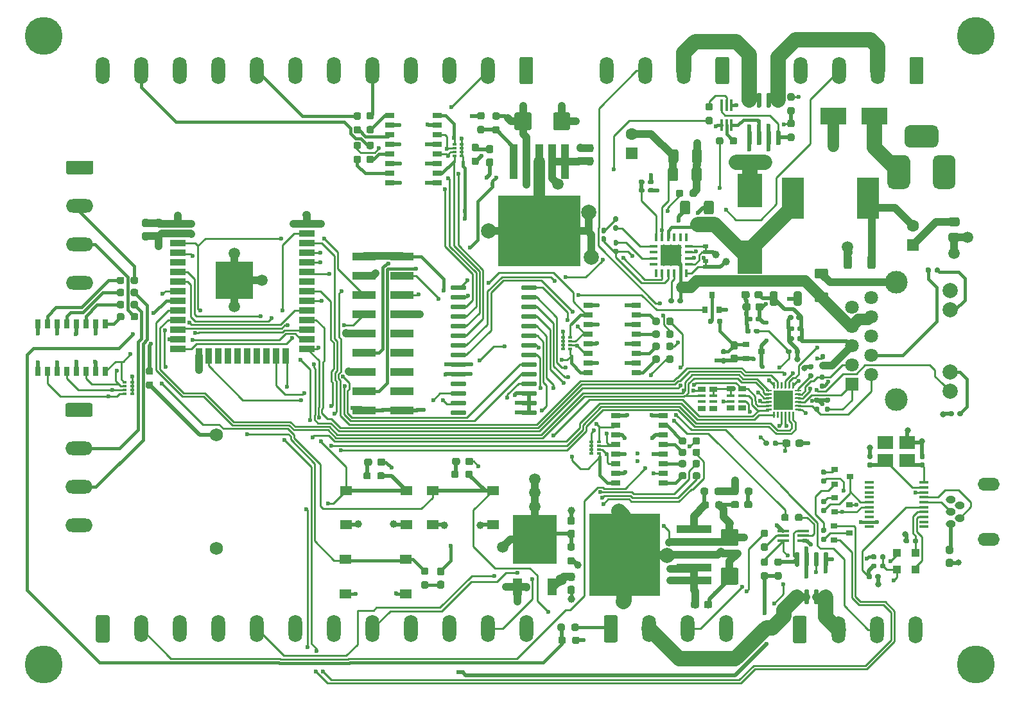
<source format=gbr>
G04 #@! TF.GenerationSoftware,KiCad,Pcbnew,5.1.7-a382d34a8~88~ubuntu20.04.1*
G04 #@! TF.CreationDate,2021-01-06T09:58:30-06:00*
G04 #@! TF.ProjectId,access-controller,61636365-7373-42d6-936f-6e74726f6c6c,rev?*
G04 #@! TF.SameCoordinates,Original*
G04 #@! TF.FileFunction,Copper,L1,Top*
G04 #@! TF.FilePolarity,Positive*
%FSLAX46Y46*%
G04 Gerber Fmt 4.6, Leading zero omitted, Abs format (unit mm)*
G04 Created by KiCad (PCBNEW 5.1.7-a382d34a8~88~ubuntu20.04.1) date 2021-01-06 09:58:30*
%MOMM*%
%LPD*%
G01*
G04 APERTURE LIST*
G04 #@! TA.AperFunction,SMDPad,CuDef*
%ADD10R,0.500000X0.320000*%
G04 #@! TD*
G04 #@! TA.AperFunction,SMDPad,CuDef*
%ADD11R,2.600000X2.600000*%
G04 #@! TD*
G04 #@! TA.AperFunction,ComponentPad*
%ADD12R,1.800000X1.800000*%
G04 #@! TD*
G04 #@! TA.AperFunction,ComponentPad*
%ADD13C,2.000000*%
G04 #@! TD*
G04 #@! TA.AperFunction,ComponentPad*
%ADD14C,1.800000*%
G04 #@! TD*
G04 #@! TA.AperFunction,ComponentPad*
%ADD15C,3.000000*%
G04 #@! TD*
G04 #@! TA.AperFunction,ComponentPad*
%ADD16O,2.900000X1.700000*%
G04 #@! TD*
G04 #@! TA.AperFunction,ComponentPad*
%ADD17O,1.300000X1.000000*%
G04 #@! TD*
G04 #@! TA.AperFunction,WasherPad*
%ADD18C,5.000000*%
G04 #@! TD*
G04 #@! TA.AperFunction,ComponentPad*
%ADD19C,1.600000*%
G04 #@! TD*
G04 #@! TA.AperFunction,ComponentPad*
%ADD20R,1.600000X1.600000*%
G04 #@! TD*
G04 #@! TA.AperFunction,SMDPad,CuDef*
%ADD21R,3.500000X2.300000*%
G04 #@! TD*
G04 #@! TA.AperFunction,SMDPad,CuDef*
%ADD22R,1.000000X1.000000*%
G04 #@! TD*
G04 #@! TA.AperFunction,SMDPad,CuDef*
%ADD23R,0.900000X0.800000*%
G04 #@! TD*
G04 #@! TA.AperFunction,SMDPad,CuDef*
%ADD24R,3.300000X4.500000*%
G04 #@! TD*
G04 #@! TA.AperFunction,SMDPad,CuDef*
%ADD25R,1.550000X1.300000*%
G04 #@! TD*
G04 #@! TA.AperFunction,ComponentPad*
%ADD26O,1.800000X3.600000*%
G04 #@! TD*
G04 #@! TA.AperFunction,ComponentPad*
%ADD27O,3.600000X1.800000*%
G04 #@! TD*
G04 #@! TA.AperFunction,SMDPad,CuDef*
%ADD28R,3.150000X1.000000*%
G04 #@! TD*
G04 #@! TA.AperFunction,SMDPad,CuDef*
%ADD29R,2.900000X5.400000*%
G04 #@! TD*
G04 #@! TA.AperFunction,ComponentPad*
%ADD30C,1.750000*%
G04 #@! TD*
G04 #@! TA.AperFunction,SMDPad,CuDef*
%ADD31R,1.500000X0.400000*%
G04 #@! TD*
G04 #@! TA.AperFunction,SMDPad,CuDef*
%ADD32R,0.400000X1.500000*%
G04 #@! TD*
G04 #@! TA.AperFunction,SMDPad,CuDef*
%ADD33R,2.100000X1.800000*%
G04 #@! TD*
G04 #@! TA.AperFunction,SMDPad,CuDef*
%ADD34R,0.800000X0.900000*%
G04 #@! TD*
G04 #@! TA.AperFunction,SMDPad,CuDef*
%ADD35R,1.016000X0.381000*%
G04 #@! TD*
G04 #@! TA.AperFunction,SMDPad,CuDef*
%ADD36R,1.016000X0.635000*%
G04 #@! TD*
G04 #@! TA.AperFunction,SMDPad,CuDef*
%ADD37R,0.762000X0.508000*%
G04 #@! TD*
G04 #@! TA.AperFunction,SMDPad,CuDef*
%ADD38R,1.300000X0.800000*%
G04 #@! TD*
G04 #@! TA.AperFunction,SMDPad,CuDef*
%ADD39R,0.800000X1.300000*%
G04 #@! TD*
G04 #@! TA.AperFunction,SMDPad,CuDef*
%ADD40R,4.600000X1.100000*%
G04 #@! TD*
G04 #@! TA.AperFunction,SMDPad,CuDef*
%ADD41R,9.400000X10.800000*%
G04 #@! TD*
G04 #@! TA.AperFunction,SMDPad,CuDef*
%ADD42R,1.200000X2.200000*%
G04 #@! TD*
G04 #@! TA.AperFunction,SMDPad,CuDef*
%ADD43R,5.800000X6.400000*%
G04 #@! TD*
G04 #@! TA.AperFunction,SMDPad,CuDef*
%ADD44R,10.800000X9.400000*%
G04 #@! TD*
G04 #@! TA.AperFunction,SMDPad,CuDef*
%ADD45R,1.100000X4.600000*%
G04 #@! TD*
G04 #@! TA.AperFunction,SMDPad,CuDef*
%ADD46R,1.270000X0.325000*%
G04 #@! TD*
G04 #@! TA.AperFunction,SMDPad,CuDef*
%ADD47R,1.000000X0.400000*%
G04 #@! TD*
G04 #@! TA.AperFunction,SMDPad,CuDef*
%ADD48R,0.400000X1.000000*%
G04 #@! TD*
G04 #@! TA.AperFunction,SMDPad,CuDef*
%ADD49R,2.799999X2.799999*%
G04 #@! TD*
G04 #@! TA.AperFunction,ComponentPad*
%ADD50C,0.800000*%
G04 #@! TD*
G04 #@! TA.AperFunction,SMDPad,CuDef*
%ADD51R,5.000000X5.000000*%
G04 #@! TD*
G04 #@! TA.AperFunction,SMDPad,CuDef*
%ADD52R,2.000000X0.900000*%
G04 #@! TD*
G04 #@! TA.AperFunction,SMDPad,CuDef*
%ADD53R,0.900000X2.000000*%
G04 #@! TD*
G04 #@! TA.AperFunction,ViaPad*
%ADD54C,1.000000*%
G04 #@! TD*
G04 #@! TA.AperFunction,ViaPad*
%ADD55C,1.500000*%
G04 #@! TD*
G04 #@! TA.AperFunction,ViaPad*
%ADD56C,2.000000*%
G04 #@! TD*
G04 #@! TA.AperFunction,ViaPad*
%ADD57C,0.800000*%
G04 #@! TD*
G04 #@! TA.AperFunction,ViaPad*
%ADD58C,0.600000*%
G04 #@! TD*
G04 #@! TA.AperFunction,Conductor*
%ADD59C,0.500000*%
G04 #@! TD*
G04 #@! TA.AperFunction,Conductor*
%ADD60C,1.000000*%
G04 #@! TD*
G04 #@! TA.AperFunction,Conductor*
%ADD61C,1.500000*%
G04 #@! TD*
G04 #@! TA.AperFunction,Conductor*
%ADD62C,0.250000*%
G04 #@! TD*
G04 #@! TA.AperFunction,Conductor*
%ADD63C,2.000000*%
G04 #@! TD*
G04 #@! TA.AperFunction,Conductor*
%ADD64C,0.400000*%
G04 #@! TD*
G04 APERTURE END LIST*
D10*
X195500000Y-89150000D03*
X195500000Y-88150000D03*
X195500000Y-88650000D03*
X195500000Y-87650000D03*
X194500000Y-88650000D03*
X194500000Y-89150000D03*
X194500000Y-88150000D03*
X194500000Y-87650000D03*
G04 #@! TA.AperFunction,SMDPad,CuDef*
G36*
G01*
X220987500Y-79750000D02*
X221112500Y-79750000D01*
G75*
G02*
X221175000Y-79812500I0J-62500D01*
G01*
X221175000Y-80512500D01*
G75*
G02*
X221112500Y-80575000I-62500J0D01*
G01*
X220987500Y-80575000D01*
G75*
G02*
X220925000Y-80512500I0J62500D01*
G01*
X220925000Y-79812500D01*
G75*
G02*
X220987500Y-79750000I62500J0D01*
G01*
G37*
G04 #@! TD.AperFunction*
G04 #@! TA.AperFunction,SMDPad,CuDef*
G36*
G01*
X220487500Y-79750000D02*
X220612500Y-79750000D01*
G75*
G02*
X220675000Y-79812500I0J-62500D01*
G01*
X220675000Y-80512500D01*
G75*
G02*
X220612500Y-80575000I-62500J0D01*
G01*
X220487500Y-80575000D01*
G75*
G02*
X220425000Y-80512500I0J62500D01*
G01*
X220425000Y-79812500D01*
G75*
G02*
X220487500Y-79750000I62500J0D01*
G01*
G37*
G04 #@! TD.AperFunction*
G04 #@! TA.AperFunction,SMDPad,CuDef*
G36*
G01*
X219987500Y-79750000D02*
X220112500Y-79750000D01*
G75*
G02*
X220175000Y-79812500I0J-62500D01*
G01*
X220175000Y-80512500D01*
G75*
G02*
X220112500Y-80575000I-62500J0D01*
G01*
X219987500Y-80575000D01*
G75*
G02*
X219925000Y-80512500I0J62500D01*
G01*
X219925000Y-79812500D01*
G75*
G02*
X219987500Y-79750000I62500J0D01*
G01*
G37*
G04 #@! TD.AperFunction*
G04 #@! TA.AperFunction,SMDPad,CuDef*
G36*
G01*
X219487500Y-79750000D02*
X219612500Y-79750000D01*
G75*
G02*
X219675000Y-79812500I0J-62500D01*
G01*
X219675000Y-80512500D01*
G75*
G02*
X219612500Y-80575000I-62500J0D01*
G01*
X219487500Y-80575000D01*
G75*
G02*
X219425000Y-80512500I0J62500D01*
G01*
X219425000Y-79812500D01*
G75*
G02*
X219487500Y-79750000I62500J0D01*
G01*
G37*
G04 #@! TD.AperFunction*
G04 #@! TA.AperFunction,SMDPad,CuDef*
G36*
G01*
X218987500Y-79750000D02*
X219112500Y-79750000D01*
G75*
G02*
X219175000Y-79812500I0J-62500D01*
G01*
X219175000Y-80512500D01*
G75*
G02*
X219112500Y-80575000I-62500J0D01*
G01*
X218987500Y-80575000D01*
G75*
G02*
X218925000Y-80512500I0J62500D01*
G01*
X218925000Y-79812500D01*
G75*
G02*
X218987500Y-79750000I62500J0D01*
G01*
G37*
G04 #@! TD.AperFunction*
G04 #@! TA.AperFunction,SMDPad,CuDef*
G36*
G01*
X218487500Y-79750000D02*
X218612500Y-79750000D01*
G75*
G02*
X218675000Y-79812500I0J-62500D01*
G01*
X218675000Y-80512500D01*
G75*
G02*
X218612500Y-80575000I-62500J0D01*
G01*
X218487500Y-80575000D01*
G75*
G02*
X218425000Y-80512500I0J62500D01*
G01*
X218425000Y-79812500D01*
G75*
G02*
X218487500Y-79750000I62500J0D01*
G01*
G37*
G04 #@! TD.AperFunction*
G04 #@! TA.AperFunction,SMDPad,CuDef*
G36*
G01*
X217512500Y-80725000D02*
X218212500Y-80725000D01*
G75*
G02*
X218275000Y-80787500I0J-62500D01*
G01*
X218275000Y-80912500D01*
G75*
G02*
X218212500Y-80975000I-62500J0D01*
G01*
X217512500Y-80975000D01*
G75*
G02*
X217450000Y-80912500I0J62500D01*
G01*
X217450000Y-80787500D01*
G75*
G02*
X217512500Y-80725000I62500J0D01*
G01*
G37*
G04 #@! TD.AperFunction*
G04 #@! TA.AperFunction,SMDPad,CuDef*
G36*
G01*
X217512500Y-81225000D02*
X218212500Y-81225000D01*
G75*
G02*
X218275000Y-81287500I0J-62500D01*
G01*
X218275000Y-81412500D01*
G75*
G02*
X218212500Y-81475000I-62500J0D01*
G01*
X217512500Y-81475000D01*
G75*
G02*
X217450000Y-81412500I0J62500D01*
G01*
X217450000Y-81287500D01*
G75*
G02*
X217512500Y-81225000I62500J0D01*
G01*
G37*
G04 #@! TD.AperFunction*
G04 #@! TA.AperFunction,SMDPad,CuDef*
G36*
G01*
X217512500Y-81725000D02*
X218212500Y-81725000D01*
G75*
G02*
X218275000Y-81787500I0J-62500D01*
G01*
X218275000Y-81912500D01*
G75*
G02*
X218212500Y-81975000I-62500J0D01*
G01*
X217512500Y-81975000D01*
G75*
G02*
X217450000Y-81912500I0J62500D01*
G01*
X217450000Y-81787500D01*
G75*
G02*
X217512500Y-81725000I62500J0D01*
G01*
G37*
G04 #@! TD.AperFunction*
G04 #@! TA.AperFunction,SMDPad,CuDef*
G36*
G01*
X217512500Y-82225000D02*
X218212500Y-82225000D01*
G75*
G02*
X218275000Y-82287500I0J-62500D01*
G01*
X218275000Y-82412500D01*
G75*
G02*
X218212500Y-82475000I-62500J0D01*
G01*
X217512500Y-82475000D01*
G75*
G02*
X217450000Y-82412500I0J62500D01*
G01*
X217450000Y-82287500D01*
G75*
G02*
X217512500Y-82225000I62500J0D01*
G01*
G37*
G04 #@! TD.AperFunction*
G04 #@! TA.AperFunction,SMDPad,CuDef*
G36*
G01*
X217512500Y-82725000D02*
X218212500Y-82725000D01*
G75*
G02*
X218275000Y-82787500I0J-62500D01*
G01*
X218275000Y-82912500D01*
G75*
G02*
X218212500Y-82975000I-62500J0D01*
G01*
X217512500Y-82975000D01*
G75*
G02*
X217450000Y-82912500I0J62500D01*
G01*
X217450000Y-82787500D01*
G75*
G02*
X217512500Y-82725000I62500J0D01*
G01*
G37*
G04 #@! TD.AperFunction*
G04 #@! TA.AperFunction,SMDPad,CuDef*
G36*
G01*
X217512500Y-83225000D02*
X218212500Y-83225000D01*
G75*
G02*
X218275000Y-83287500I0J-62500D01*
G01*
X218275000Y-83412500D01*
G75*
G02*
X218212500Y-83475000I-62500J0D01*
G01*
X217512500Y-83475000D01*
G75*
G02*
X217450000Y-83412500I0J62500D01*
G01*
X217450000Y-83287500D01*
G75*
G02*
X217512500Y-83225000I62500J0D01*
G01*
G37*
G04 #@! TD.AperFunction*
G04 #@! TA.AperFunction,SMDPad,CuDef*
G36*
G01*
X218487500Y-83625000D02*
X218612500Y-83625000D01*
G75*
G02*
X218675000Y-83687500I0J-62500D01*
G01*
X218675000Y-84387500D01*
G75*
G02*
X218612500Y-84450000I-62500J0D01*
G01*
X218487500Y-84450000D01*
G75*
G02*
X218425000Y-84387500I0J62500D01*
G01*
X218425000Y-83687500D01*
G75*
G02*
X218487500Y-83625000I62500J0D01*
G01*
G37*
G04 #@! TD.AperFunction*
G04 #@! TA.AperFunction,SMDPad,CuDef*
G36*
G01*
X218987500Y-83625000D02*
X219112500Y-83625000D01*
G75*
G02*
X219175000Y-83687500I0J-62500D01*
G01*
X219175000Y-84387500D01*
G75*
G02*
X219112500Y-84450000I-62500J0D01*
G01*
X218987500Y-84450000D01*
G75*
G02*
X218925000Y-84387500I0J62500D01*
G01*
X218925000Y-83687500D01*
G75*
G02*
X218987500Y-83625000I62500J0D01*
G01*
G37*
G04 #@! TD.AperFunction*
G04 #@! TA.AperFunction,SMDPad,CuDef*
G36*
G01*
X219487500Y-83625000D02*
X219612500Y-83625000D01*
G75*
G02*
X219675000Y-83687500I0J-62500D01*
G01*
X219675000Y-84387500D01*
G75*
G02*
X219612500Y-84450000I-62500J0D01*
G01*
X219487500Y-84450000D01*
G75*
G02*
X219425000Y-84387500I0J62500D01*
G01*
X219425000Y-83687500D01*
G75*
G02*
X219487500Y-83625000I62500J0D01*
G01*
G37*
G04 #@! TD.AperFunction*
G04 #@! TA.AperFunction,SMDPad,CuDef*
G36*
G01*
X219987500Y-83625000D02*
X220112500Y-83625000D01*
G75*
G02*
X220175000Y-83687500I0J-62500D01*
G01*
X220175000Y-84387500D01*
G75*
G02*
X220112500Y-84450000I-62500J0D01*
G01*
X219987500Y-84450000D01*
G75*
G02*
X219925000Y-84387500I0J62500D01*
G01*
X219925000Y-83687500D01*
G75*
G02*
X219987500Y-83625000I62500J0D01*
G01*
G37*
G04 #@! TD.AperFunction*
G04 #@! TA.AperFunction,SMDPad,CuDef*
G36*
G01*
X220487500Y-83625000D02*
X220612500Y-83625000D01*
G75*
G02*
X220675000Y-83687500I0J-62500D01*
G01*
X220675000Y-84387500D01*
G75*
G02*
X220612500Y-84450000I-62500J0D01*
G01*
X220487500Y-84450000D01*
G75*
G02*
X220425000Y-84387500I0J62500D01*
G01*
X220425000Y-83687500D01*
G75*
G02*
X220487500Y-83625000I62500J0D01*
G01*
G37*
G04 #@! TD.AperFunction*
G04 #@! TA.AperFunction,SMDPad,CuDef*
G36*
G01*
X220987500Y-83625000D02*
X221112500Y-83625000D01*
G75*
G02*
X221175000Y-83687500I0J-62500D01*
G01*
X221175000Y-84387500D01*
G75*
G02*
X221112500Y-84450000I-62500J0D01*
G01*
X220987500Y-84450000D01*
G75*
G02*
X220925000Y-84387500I0J62500D01*
G01*
X220925000Y-83687500D01*
G75*
G02*
X220987500Y-83625000I62500J0D01*
G01*
G37*
G04 #@! TD.AperFunction*
G04 #@! TA.AperFunction,SMDPad,CuDef*
G36*
G01*
X221387500Y-83225000D02*
X222087500Y-83225000D01*
G75*
G02*
X222150000Y-83287500I0J-62500D01*
G01*
X222150000Y-83412500D01*
G75*
G02*
X222087500Y-83475000I-62500J0D01*
G01*
X221387500Y-83475000D01*
G75*
G02*
X221325000Y-83412500I0J62500D01*
G01*
X221325000Y-83287500D01*
G75*
G02*
X221387500Y-83225000I62500J0D01*
G01*
G37*
G04 #@! TD.AperFunction*
G04 #@! TA.AperFunction,SMDPad,CuDef*
G36*
G01*
X221387500Y-82725000D02*
X222087500Y-82725000D01*
G75*
G02*
X222150000Y-82787500I0J-62500D01*
G01*
X222150000Y-82912500D01*
G75*
G02*
X222087500Y-82975000I-62500J0D01*
G01*
X221387500Y-82975000D01*
G75*
G02*
X221325000Y-82912500I0J62500D01*
G01*
X221325000Y-82787500D01*
G75*
G02*
X221387500Y-82725000I62500J0D01*
G01*
G37*
G04 #@! TD.AperFunction*
G04 #@! TA.AperFunction,SMDPad,CuDef*
G36*
G01*
X221387500Y-82225000D02*
X222087500Y-82225000D01*
G75*
G02*
X222150000Y-82287500I0J-62500D01*
G01*
X222150000Y-82412500D01*
G75*
G02*
X222087500Y-82475000I-62500J0D01*
G01*
X221387500Y-82475000D01*
G75*
G02*
X221325000Y-82412500I0J62500D01*
G01*
X221325000Y-82287500D01*
G75*
G02*
X221387500Y-82225000I62500J0D01*
G01*
G37*
G04 #@! TD.AperFunction*
G04 #@! TA.AperFunction,SMDPad,CuDef*
G36*
G01*
X221387500Y-81725000D02*
X222087500Y-81725000D01*
G75*
G02*
X222150000Y-81787500I0J-62500D01*
G01*
X222150000Y-81912500D01*
G75*
G02*
X222087500Y-81975000I-62500J0D01*
G01*
X221387500Y-81975000D01*
G75*
G02*
X221325000Y-81912500I0J62500D01*
G01*
X221325000Y-81787500D01*
G75*
G02*
X221387500Y-81725000I62500J0D01*
G01*
G37*
G04 #@! TD.AperFunction*
G04 #@! TA.AperFunction,SMDPad,CuDef*
G36*
G01*
X221387500Y-81225000D02*
X222087500Y-81225000D01*
G75*
G02*
X222150000Y-81287500I0J-62500D01*
G01*
X222150000Y-81412500D01*
G75*
G02*
X222087500Y-81475000I-62500J0D01*
G01*
X221387500Y-81475000D01*
G75*
G02*
X221325000Y-81412500I0J62500D01*
G01*
X221325000Y-81287500D01*
G75*
G02*
X221387500Y-81225000I62500J0D01*
G01*
G37*
G04 #@! TD.AperFunction*
G04 #@! TA.AperFunction,SMDPad,CuDef*
G36*
G01*
X221387500Y-80725000D02*
X222087500Y-80725000D01*
G75*
G02*
X222150000Y-80787500I0J-62500D01*
G01*
X222150000Y-80912500D01*
G75*
G02*
X222087500Y-80975000I-62500J0D01*
G01*
X221387500Y-80975000D01*
G75*
G02*
X221325000Y-80912500I0J62500D01*
G01*
X221325000Y-80787500D01*
G75*
G02*
X221387500Y-80725000I62500J0D01*
G01*
G37*
G04 #@! TD.AperFunction*
D11*
X219800000Y-82100000D03*
G04 #@! TA.AperFunction,SMDPad,CuDef*
G36*
G01*
X224040000Y-81742500D02*
X224360000Y-81742500D01*
G75*
G02*
X224520000Y-81902500I0J-160000D01*
G01*
X224520000Y-82297500D01*
G75*
G02*
X224360000Y-82457500I-160000J0D01*
G01*
X224040000Y-82457500D01*
G75*
G02*
X223880000Y-82297500I0J160000D01*
G01*
X223880000Y-81902500D01*
G75*
G02*
X224040000Y-81742500I160000J0D01*
G01*
G37*
G04 #@! TD.AperFunction*
G04 #@! TA.AperFunction,SMDPad,CuDef*
G36*
G01*
X224040000Y-82937500D02*
X224360000Y-82937500D01*
G75*
G02*
X224520000Y-83097500I0J-160000D01*
G01*
X224520000Y-83492500D01*
G75*
G02*
X224360000Y-83652500I-160000J0D01*
G01*
X224040000Y-83652500D01*
G75*
G02*
X223880000Y-83492500I0J160000D01*
G01*
X223880000Y-83097500D01*
G75*
G02*
X224040000Y-82937500I160000J0D01*
G01*
G37*
G04 #@! TD.AperFunction*
D12*
X228800000Y-80000000D03*
D13*
X241750000Y-80920000D03*
D14*
X231340000Y-78730000D03*
X228800000Y-77460000D03*
X231340000Y-76190000D03*
X228800000Y-74920000D03*
X231340000Y-73650000D03*
X228800000Y-72380000D03*
X228800000Y-69840000D03*
X231340000Y-68570000D03*
D13*
X241750000Y-78380000D03*
X241750000Y-70200000D03*
X241750000Y-67660000D03*
D15*
X234640000Y-82040000D03*
X234640000Y-66540000D03*
D14*
X231340000Y-71110000D03*
G04 #@! TA.AperFunction,ComponentPad*
G36*
G01*
X240250000Y-46550000D02*
X240250000Y-48050000D01*
G75*
G02*
X239500000Y-48800000I-750000J0D01*
G01*
X236500000Y-48800000D01*
G75*
G02*
X235750000Y-48050000I0J750000D01*
G01*
X235750000Y-46550000D01*
G75*
G02*
X236500000Y-45800000I750000J0D01*
G01*
X239500000Y-45800000D01*
G75*
G02*
X240250000Y-46550000I0J-750000D01*
G01*
G37*
G04 #@! TD.AperFunction*
G04 #@! TA.AperFunction,ComponentPad*
G36*
G01*
X242500000Y-50500000D02*
X242500000Y-53500000D01*
G75*
G02*
X241750000Y-54250000I-750000J0D01*
G01*
X240250000Y-54250000D01*
G75*
G02*
X239500000Y-53500000I0J750000D01*
G01*
X239500000Y-50500000D01*
G75*
G02*
X240250000Y-49750000I750000J0D01*
G01*
X241750000Y-49750000D01*
G75*
G02*
X242500000Y-50500000I0J-750000D01*
G01*
G37*
G04 #@! TD.AperFunction*
G04 #@! TA.AperFunction,ComponentPad*
G36*
G01*
X236500000Y-50500000D02*
X236500000Y-53500000D01*
G75*
G02*
X235750000Y-54250000I-750000J0D01*
G01*
X234250000Y-54250000D01*
G75*
G02*
X233500000Y-53500000I0J750000D01*
G01*
X233500000Y-50500000D01*
G75*
G02*
X234250000Y-49750000I750000J0D01*
G01*
X235750000Y-49750000D01*
G75*
G02*
X236500000Y-50500000I0J-750000D01*
G01*
G37*
G04 #@! TD.AperFunction*
D16*
X246900000Y-100489800D03*
X246900000Y-93200000D03*
D17*
X241845400Y-96857600D03*
X243064600Y-96044800D03*
X243039200Y-97670400D03*
X241845400Y-98457800D03*
X241845400Y-95257400D03*
D18*
X122200000Y-117000000D03*
X245200000Y-117000000D03*
X245200000Y-34000000D03*
X122200000Y-34000000D03*
G04 #@! TA.AperFunction,SMDPad,CuDef*
G36*
G01*
X207600000Y-109337500D02*
X207600000Y-108862500D01*
G75*
G02*
X207837500Y-108625000I237500J0D01*
G01*
X208437500Y-108625000D01*
G75*
G02*
X208675000Y-108862500I0J-237500D01*
G01*
X208675000Y-109337500D01*
G75*
G02*
X208437500Y-109575000I-237500J0D01*
G01*
X207837500Y-109575000D01*
G75*
G02*
X207600000Y-109337500I0J237500D01*
G01*
G37*
G04 #@! TD.AperFunction*
G04 #@! TA.AperFunction,SMDPad,CuDef*
G36*
G01*
X209325000Y-109337500D02*
X209325000Y-108862500D01*
G75*
G02*
X209562500Y-108625000I237500J0D01*
G01*
X210162500Y-108625000D01*
G75*
G02*
X210400000Y-108862500I0J-237500D01*
G01*
X210400000Y-109337500D01*
G75*
G02*
X210162500Y-109575000I-237500J0D01*
G01*
X209562500Y-109575000D01*
G75*
G02*
X209325000Y-109337500I0J237500D01*
G01*
G37*
G04 #@! TD.AperFunction*
G04 #@! TA.AperFunction,SMDPad,CuDef*
G36*
G01*
X211774999Y-99125000D02*
X213625001Y-99125000D01*
G75*
G02*
X213875000Y-99374999I0J-249999D01*
G01*
X213875000Y-101125001D01*
G75*
G02*
X213625001Y-101375000I-249999J0D01*
G01*
X211774999Y-101375000D01*
G75*
G02*
X211525000Y-101125001I0J249999D01*
G01*
X211525000Y-99374999D01*
G75*
G02*
X211774999Y-99125000I249999J0D01*
G01*
G37*
G04 #@! TD.AperFunction*
G04 #@! TA.AperFunction,SMDPad,CuDef*
G36*
G01*
X211774999Y-104225000D02*
X213625001Y-104225000D01*
G75*
G02*
X213875000Y-104474999I0J-249999D01*
G01*
X213875000Y-106225001D01*
G75*
G02*
X213625001Y-106475000I-249999J0D01*
G01*
X211774999Y-106475000D01*
G75*
G02*
X211525000Y-106225001I0J249999D01*
G01*
X211525000Y-104474999D01*
G75*
G02*
X211774999Y-104225000I249999J0D01*
G01*
G37*
G04 #@! TD.AperFunction*
G04 #@! TA.AperFunction,SMDPad,CuDef*
G36*
G01*
X194487500Y-49375000D02*
X194012500Y-49375000D01*
G75*
G02*
X193775000Y-49137500I0J237500D01*
G01*
X193775000Y-48537500D01*
G75*
G02*
X194012500Y-48300000I237500J0D01*
G01*
X194487500Y-48300000D01*
G75*
G02*
X194725000Y-48537500I0J-237500D01*
G01*
X194725000Y-49137500D01*
G75*
G02*
X194487500Y-49375000I-237500J0D01*
G01*
G37*
G04 #@! TD.AperFunction*
G04 #@! TA.AperFunction,SMDPad,CuDef*
G36*
G01*
X194487500Y-51100000D02*
X194012500Y-51100000D01*
G75*
G02*
X193775000Y-50862500I0J237500D01*
G01*
X193775000Y-50262500D01*
G75*
G02*
X194012500Y-50025000I237500J0D01*
G01*
X194487500Y-50025000D01*
G75*
G02*
X194725000Y-50262500I0J-237500D01*
G01*
X194725000Y-50862500D01*
G75*
G02*
X194487500Y-51100000I-237500J0D01*
G01*
G37*
G04 #@! TD.AperFunction*
G04 #@! TA.AperFunction,SMDPad,CuDef*
G36*
G01*
X191562500Y-104900000D02*
X192037500Y-104900000D01*
G75*
G02*
X192275000Y-105137500I0J-237500D01*
G01*
X192275000Y-105737500D01*
G75*
G02*
X192037500Y-105975000I-237500J0D01*
G01*
X191562500Y-105975000D01*
G75*
G02*
X191325000Y-105737500I0J237500D01*
G01*
X191325000Y-105137500D01*
G75*
G02*
X191562500Y-104900000I237500J0D01*
G01*
G37*
G04 #@! TD.AperFunction*
G04 #@! TA.AperFunction,SMDPad,CuDef*
G36*
G01*
X191562500Y-106625000D02*
X192037500Y-106625000D01*
G75*
G02*
X192275000Y-106862500I0J-237500D01*
G01*
X192275000Y-107462500D01*
G75*
G02*
X192037500Y-107700000I-237500J0D01*
G01*
X191562500Y-107700000D01*
G75*
G02*
X191325000Y-107462500I0J237500D01*
G01*
X191325000Y-106862500D01*
G75*
G02*
X191562500Y-106625000I237500J0D01*
G01*
G37*
G04 #@! TD.AperFunction*
G04 #@! TA.AperFunction,SMDPad,CuDef*
G36*
G01*
X192037500Y-98575000D02*
X191562500Y-98575000D01*
G75*
G02*
X191325000Y-98337500I0J237500D01*
G01*
X191325000Y-97737500D01*
G75*
G02*
X191562500Y-97500000I237500J0D01*
G01*
X192037500Y-97500000D01*
G75*
G02*
X192275000Y-97737500I0J-237500D01*
G01*
X192275000Y-98337500D01*
G75*
G02*
X192037500Y-98575000I-237500J0D01*
G01*
G37*
G04 #@! TD.AperFunction*
G04 #@! TA.AperFunction,SMDPad,CuDef*
G36*
G01*
X192037500Y-100300000D02*
X191562500Y-100300000D01*
G75*
G02*
X191325000Y-100062500I0J237500D01*
G01*
X191325000Y-99462500D01*
G75*
G02*
X191562500Y-99225000I237500J0D01*
G01*
X192037500Y-99225000D01*
G75*
G02*
X192275000Y-99462500I0J-237500D01*
G01*
X192275000Y-100062500D01*
G75*
G02*
X192037500Y-100300000I-237500J0D01*
G01*
G37*
G04 #@! TD.AperFunction*
G04 #@! TA.AperFunction,SMDPad,CuDef*
G36*
G01*
X189425000Y-46225001D02*
X189425000Y-44374999D01*
G75*
G02*
X189674999Y-44125000I249999J0D01*
G01*
X191425001Y-44125000D01*
G75*
G02*
X191675000Y-44374999I0J-249999D01*
G01*
X191675000Y-46225001D01*
G75*
G02*
X191425001Y-46475000I-249999J0D01*
G01*
X189674999Y-46475000D01*
G75*
G02*
X189425000Y-46225001I0J249999D01*
G01*
G37*
G04 #@! TD.AperFunction*
G04 #@! TA.AperFunction,SMDPad,CuDef*
G36*
G01*
X184325000Y-46225001D02*
X184325000Y-44374999D01*
G75*
G02*
X184574999Y-44125000I249999J0D01*
G01*
X186325001Y-44125000D01*
G75*
G02*
X186575000Y-44374999I0J-249999D01*
G01*
X186575000Y-46225001D01*
G75*
G02*
X186325001Y-46475000I-249999J0D01*
G01*
X184574999Y-46475000D01*
G75*
G02*
X184325000Y-46225001I0J249999D01*
G01*
G37*
G04 #@! TD.AperFunction*
G04 #@! TA.AperFunction,SMDPad,CuDef*
G36*
G01*
X231355000Y-91035000D02*
X231045000Y-91035000D01*
G75*
G02*
X230890000Y-90880000I0J155000D01*
G01*
X230890000Y-90455000D01*
G75*
G02*
X231045000Y-90300000I155000J0D01*
G01*
X231355000Y-90300000D01*
G75*
G02*
X231510000Y-90455000I0J-155000D01*
G01*
X231510000Y-90880000D01*
G75*
G02*
X231355000Y-91035000I-155000J0D01*
G01*
G37*
G04 #@! TD.AperFunction*
G04 #@! TA.AperFunction,SMDPad,CuDef*
G36*
G01*
X231355000Y-89900000D02*
X231045000Y-89900000D01*
G75*
G02*
X230890000Y-89745000I0J155000D01*
G01*
X230890000Y-89320000D01*
G75*
G02*
X231045000Y-89165000I155000J0D01*
G01*
X231355000Y-89165000D01*
G75*
G02*
X231510000Y-89320000I0J-155000D01*
G01*
X231510000Y-89745000D01*
G75*
G02*
X231355000Y-89900000I-155000J0D01*
G01*
G37*
G04 #@! TD.AperFunction*
G04 #@! TA.AperFunction,SMDPad,CuDef*
G36*
G01*
X238255000Y-89900000D02*
X237945000Y-89900000D01*
G75*
G02*
X237790000Y-89745000I0J155000D01*
G01*
X237790000Y-89320000D01*
G75*
G02*
X237945000Y-89165000I155000J0D01*
G01*
X238255000Y-89165000D01*
G75*
G02*
X238410000Y-89320000I0J-155000D01*
G01*
X238410000Y-89745000D01*
G75*
G02*
X238255000Y-89900000I-155000J0D01*
G01*
G37*
G04 #@! TD.AperFunction*
G04 #@! TA.AperFunction,SMDPad,CuDef*
G36*
G01*
X238255000Y-91035000D02*
X237945000Y-91035000D01*
G75*
G02*
X237790000Y-90880000I0J155000D01*
G01*
X237790000Y-90455000D01*
G75*
G02*
X237945000Y-90300000I155000J0D01*
G01*
X238255000Y-90300000D01*
G75*
G02*
X238410000Y-90455000I0J-155000D01*
G01*
X238410000Y-90880000D01*
G75*
G02*
X238255000Y-91035000I-155000J0D01*
G01*
G37*
G04 #@! TD.AperFunction*
G04 #@! TA.AperFunction,SMDPad,CuDef*
G36*
G01*
X241462500Y-103062500D02*
X241937500Y-103062500D01*
G75*
G02*
X242175000Y-103300000I0J-237500D01*
G01*
X242175000Y-103900000D01*
G75*
G02*
X241937500Y-104137500I-237500J0D01*
G01*
X241462500Y-104137500D01*
G75*
G02*
X241225000Y-103900000I0J237500D01*
G01*
X241225000Y-103300000D01*
G75*
G02*
X241462500Y-103062500I237500J0D01*
G01*
G37*
G04 #@! TD.AperFunction*
G04 #@! TA.AperFunction,SMDPad,CuDef*
G36*
G01*
X241462500Y-101337500D02*
X241937500Y-101337500D01*
G75*
G02*
X242175000Y-101575000I0J-237500D01*
G01*
X242175000Y-102175000D01*
G75*
G02*
X241937500Y-102412500I-237500J0D01*
G01*
X241462500Y-102412500D01*
G75*
G02*
X241225000Y-102175000I0J237500D01*
G01*
X241225000Y-101575000D01*
G75*
G02*
X241462500Y-101337500I237500J0D01*
G01*
G37*
G04 #@! TD.AperFunction*
G04 #@! TA.AperFunction,SMDPad,CuDef*
G36*
G01*
X209062500Y-49249997D02*
X209062500Y-50550003D01*
G75*
G02*
X208812503Y-50800000I-249997J0D01*
G01*
X207987497Y-50800000D01*
G75*
G02*
X207737500Y-50550003I0J249997D01*
G01*
X207737500Y-49249997D01*
G75*
G02*
X207987497Y-49000000I249997J0D01*
G01*
X208812503Y-49000000D01*
G75*
G02*
X209062500Y-49249997I0J-249997D01*
G01*
G37*
G04 #@! TD.AperFunction*
G04 #@! TA.AperFunction,SMDPad,CuDef*
G36*
G01*
X205937500Y-49249997D02*
X205937500Y-50550003D01*
G75*
G02*
X205687503Y-50800000I-249997J0D01*
G01*
X204862497Y-50800000D01*
G75*
G02*
X204612500Y-50550003I0J249997D01*
G01*
X204612500Y-49249997D01*
G75*
G02*
X204862497Y-49000000I249997J0D01*
G01*
X205687503Y-49000000D01*
G75*
G02*
X205937500Y-49249997I0J-249997D01*
G01*
G37*
G04 #@! TD.AperFunction*
G04 #@! TA.AperFunction,SMDPad,CuDef*
G36*
G01*
X205900000Y-51649997D02*
X205900000Y-52950003D01*
G75*
G02*
X205650003Y-53200000I-249997J0D01*
G01*
X204824997Y-53200000D01*
G75*
G02*
X204575000Y-52950003I0J249997D01*
G01*
X204575000Y-51649997D01*
G75*
G02*
X204824997Y-51400000I249997J0D01*
G01*
X205650003Y-51400000D01*
G75*
G02*
X205900000Y-51649997I0J-249997D01*
G01*
G37*
G04 #@! TD.AperFunction*
G04 #@! TA.AperFunction,SMDPad,CuDef*
G36*
G01*
X209025000Y-51649997D02*
X209025000Y-52950003D01*
G75*
G02*
X208775003Y-53200000I-249997J0D01*
G01*
X207949997Y-53200000D01*
G75*
G02*
X207700000Y-52950003I0J249997D01*
G01*
X207700000Y-51649997D01*
G75*
G02*
X207949997Y-51400000I249997J0D01*
G01*
X208775003Y-51400000D01*
G75*
G02*
X209025000Y-51649997I0J-249997D01*
G01*
G37*
G04 #@! TD.AperFunction*
G04 #@! TA.AperFunction,SMDPad,CuDef*
G36*
G01*
X196255000Y-61202500D02*
X195945000Y-61202500D01*
G75*
G02*
X195790000Y-61047500I0J155000D01*
G01*
X195790000Y-60622500D01*
G75*
G02*
X195945000Y-60467500I155000J0D01*
G01*
X196255000Y-60467500D01*
G75*
G02*
X196410000Y-60622500I0J-155000D01*
G01*
X196410000Y-61047500D01*
G75*
G02*
X196255000Y-61202500I-155000J0D01*
G01*
G37*
G04 #@! TD.AperFunction*
G04 #@! TA.AperFunction,SMDPad,CuDef*
G36*
G01*
X196255000Y-60067500D02*
X195945000Y-60067500D01*
G75*
G02*
X195790000Y-59912500I0J155000D01*
G01*
X195790000Y-59487500D01*
G75*
G02*
X195945000Y-59332500I155000J0D01*
G01*
X196255000Y-59332500D01*
G75*
G02*
X196410000Y-59487500I0J-155000D01*
G01*
X196410000Y-59912500D01*
G75*
G02*
X196255000Y-60067500I-155000J0D01*
G01*
G37*
G04 #@! TD.AperFunction*
D19*
X199800000Y-47000000D03*
D20*
X199800000Y-49500000D03*
X236900000Y-61600000D03*
D19*
X236900000Y-59100000D03*
G04 #@! TA.AperFunction,SMDPad,CuDef*
G36*
G01*
X241825000Y-57975000D02*
X242775000Y-57975000D01*
G75*
G02*
X243025000Y-58225000I0J-250000D01*
G01*
X243025000Y-58900000D01*
G75*
G02*
X242775000Y-59150000I-250000J0D01*
G01*
X241825000Y-59150000D01*
G75*
G02*
X241575000Y-58900000I0J250000D01*
G01*
X241575000Y-58225000D01*
G75*
G02*
X241825000Y-57975000I250000J0D01*
G01*
G37*
G04 #@! TD.AperFunction*
G04 #@! TA.AperFunction,SMDPad,CuDef*
G36*
G01*
X241825000Y-60050000D02*
X242775000Y-60050000D01*
G75*
G02*
X243025000Y-60300000I0J-250000D01*
G01*
X243025000Y-60975000D01*
G75*
G02*
X242775000Y-61225000I-250000J0D01*
G01*
X241825000Y-61225000D01*
G75*
G02*
X241575000Y-60975000I0J250000D01*
G01*
X241575000Y-60300000D01*
G75*
G02*
X241825000Y-60050000I250000J0D01*
G01*
G37*
G04 #@! TD.AperFunction*
G04 #@! TA.AperFunction,SMDPad,CuDef*
G36*
G01*
X225450003Y-69187500D02*
X224149997Y-69187500D01*
G75*
G02*
X223900000Y-68937503I0J249997D01*
G01*
X223900000Y-68112497D01*
G75*
G02*
X224149997Y-67862500I249997J0D01*
G01*
X225450003Y-67862500D01*
G75*
G02*
X225700000Y-68112497I0J-249997D01*
G01*
X225700000Y-68937503D01*
G75*
G02*
X225450003Y-69187500I-249997J0D01*
G01*
G37*
G04 #@! TD.AperFunction*
G04 #@! TA.AperFunction,SMDPad,CuDef*
G36*
G01*
X225450003Y-66062500D02*
X224149997Y-66062500D01*
G75*
G02*
X223900000Y-65812503I0J249997D01*
G01*
X223900000Y-64987497D01*
G75*
G02*
X224149997Y-64737500I249997J0D01*
G01*
X225450003Y-64737500D01*
G75*
G02*
X225700000Y-64987497I0J-249997D01*
G01*
X225700000Y-65812503D01*
G75*
G02*
X225450003Y-66062500I-249997J0D01*
G01*
G37*
G04 #@! TD.AperFunction*
G04 #@! TA.AperFunction,SMDPad,CuDef*
G36*
G01*
X213537500Y-77162500D02*
X213062500Y-77162500D01*
G75*
G02*
X212825000Y-76925000I0J237500D01*
G01*
X212825000Y-76325000D01*
G75*
G02*
X213062500Y-76087500I237500J0D01*
G01*
X213537500Y-76087500D01*
G75*
G02*
X213775000Y-76325000I0J-237500D01*
G01*
X213775000Y-76925000D01*
G75*
G02*
X213537500Y-77162500I-237500J0D01*
G01*
G37*
G04 #@! TD.AperFunction*
G04 #@! TA.AperFunction,SMDPad,CuDef*
G36*
G01*
X213537500Y-75437500D02*
X213062500Y-75437500D01*
G75*
G02*
X212825000Y-75200000I0J237500D01*
G01*
X212825000Y-74600000D01*
G75*
G02*
X213062500Y-74362500I237500J0D01*
G01*
X213537500Y-74362500D01*
G75*
G02*
X213775000Y-74600000I0J-237500D01*
G01*
X213775000Y-75200000D01*
G75*
G02*
X213537500Y-75437500I-237500J0D01*
G01*
G37*
G04 #@! TD.AperFunction*
G04 #@! TA.AperFunction,SMDPad,CuDef*
G36*
G01*
X215475000Y-69562500D02*
X215475000Y-70037500D01*
G75*
G02*
X215237500Y-70275000I-237500J0D01*
G01*
X214637500Y-70275000D01*
G75*
G02*
X214400000Y-70037500I0J237500D01*
G01*
X214400000Y-69562500D01*
G75*
G02*
X214637500Y-69325000I237500J0D01*
G01*
X215237500Y-69325000D01*
G75*
G02*
X215475000Y-69562500I0J-237500D01*
G01*
G37*
G04 #@! TD.AperFunction*
G04 #@! TA.AperFunction,SMDPad,CuDef*
G36*
G01*
X217200000Y-69562500D02*
X217200000Y-70037500D01*
G75*
G02*
X216962500Y-70275000I-237500J0D01*
G01*
X216362500Y-70275000D01*
G75*
G02*
X216125000Y-70037500I0J237500D01*
G01*
X216125000Y-69562500D01*
G75*
G02*
X216362500Y-69325000I237500J0D01*
G01*
X216962500Y-69325000D01*
G75*
G02*
X217200000Y-69562500I0J-237500D01*
G01*
G37*
G04 #@! TD.AperFunction*
G04 #@! TA.AperFunction,SMDPad,CuDef*
G36*
G01*
X217062500Y-67962500D02*
X217062500Y-68437500D01*
G75*
G02*
X216825000Y-68675000I-237500J0D01*
G01*
X216225000Y-68675000D01*
G75*
G02*
X215987500Y-68437500I0J237500D01*
G01*
X215987500Y-67962500D01*
G75*
G02*
X216225000Y-67725000I237500J0D01*
G01*
X216825000Y-67725000D01*
G75*
G02*
X217062500Y-67962500I0J-237500D01*
G01*
G37*
G04 #@! TD.AperFunction*
G04 #@! TA.AperFunction,SMDPad,CuDef*
G36*
G01*
X215337500Y-67962500D02*
X215337500Y-68437500D01*
G75*
G02*
X215100000Y-68675000I-237500J0D01*
G01*
X214500000Y-68675000D01*
G75*
G02*
X214262500Y-68437500I0J237500D01*
G01*
X214262500Y-67962500D01*
G75*
G02*
X214500000Y-67725000I237500J0D01*
G01*
X215100000Y-67725000D01*
G75*
G02*
X215337500Y-67962500I0J-237500D01*
G01*
G37*
G04 #@! TD.AperFunction*
G04 #@! TA.AperFunction,SMDPad,CuDef*
G36*
G01*
X221267500Y-75855000D02*
X221267500Y-75545000D01*
G75*
G02*
X221422500Y-75390000I155000J0D01*
G01*
X221847500Y-75390000D01*
G75*
G02*
X222002500Y-75545000I0J-155000D01*
G01*
X222002500Y-75855000D01*
G75*
G02*
X221847500Y-76010000I-155000J0D01*
G01*
X221422500Y-76010000D01*
G75*
G02*
X221267500Y-75855000I0J155000D01*
G01*
G37*
G04 #@! TD.AperFunction*
G04 #@! TA.AperFunction,SMDPad,CuDef*
G36*
G01*
X220132500Y-75855000D02*
X220132500Y-75545000D01*
G75*
G02*
X220287500Y-75390000I155000J0D01*
G01*
X220712500Y-75390000D01*
G75*
G02*
X220867500Y-75545000I0J-155000D01*
G01*
X220867500Y-75855000D01*
G75*
G02*
X220712500Y-76010000I-155000J0D01*
G01*
X220287500Y-76010000D01*
G75*
G02*
X220132500Y-75855000I0J155000D01*
G01*
G37*
G04 #@! TD.AperFunction*
G04 #@! TA.AperFunction,SMDPad,CuDef*
G36*
G01*
X222450000Y-87562500D02*
X222450000Y-88037500D01*
G75*
G02*
X222212500Y-88275000I-237500J0D01*
G01*
X221612500Y-88275000D01*
G75*
G02*
X221375000Y-88037500I0J237500D01*
G01*
X221375000Y-87562500D01*
G75*
G02*
X221612500Y-87325000I237500J0D01*
G01*
X222212500Y-87325000D01*
G75*
G02*
X222450000Y-87562500I0J-237500D01*
G01*
G37*
G04 #@! TD.AperFunction*
G04 #@! TA.AperFunction,SMDPad,CuDef*
G36*
G01*
X220725000Y-87562500D02*
X220725000Y-88037500D01*
G75*
G02*
X220487500Y-88275000I-237500J0D01*
G01*
X219887500Y-88275000D01*
G75*
G02*
X219650000Y-88037500I0J237500D01*
G01*
X219650000Y-87562500D01*
G75*
G02*
X219887500Y-87325000I237500J0D01*
G01*
X220487500Y-87325000D01*
G75*
G02*
X220725000Y-87562500I0J-237500D01*
G01*
G37*
G04 #@! TD.AperFunction*
G04 #@! TA.AperFunction,SMDPad,CuDef*
G36*
G01*
X135937500Y-61000000D02*
X135462500Y-61000000D01*
G75*
G02*
X135225000Y-60762500I0J237500D01*
G01*
X135225000Y-60162500D01*
G75*
G02*
X135462500Y-59925000I237500J0D01*
G01*
X135937500Y-59925000D01*
G75*
G02*
X136175000Y-60162500I0J-237500D01*
G01*
X136175000Y-60762500D01*
G75*
G02*
X135937500Y-61000000I-237500J0D01*
G01*
G37*
G04 #@! TD.AperFunction*
G04 #@! TA.AperFunction,SMDPad,CuDef*
G36*
G01*
X135937500Y-59275000D02*
X135462500Y-59275000D01*
G75*
G02*
X135225000Y-59037500I0J237500D01*
G01*
X135225000Y-58437500D01*
G75*
G02*
X135462500Y-58200000I237500J0D01*
G01*
X135937500Y-58200000D01*
G75*
G02*
X136175000Y-58437500I0J-237500D01*
G01*
X136175000Y-59037500D01*
G75*
G02*
X135937500Y-59275000I-237500J0D01*
G01*
G37*
G04 #@! TD.AperFunction*
G04 #@! TA.AperFunction,SMDPad,CuDef*
G36*
G01*
X137637500Y-59275000D02*
X137162500Y-59275000D01*
G75*
G02*
X136925000Y-59037500I0J237500D01*
G01*
X136925000Y-58437500D01*
G75*
G02*
X137162500Y-58200000I237500J0D01*
G01*
X137637500Y-58200000D01*
G75*
G02*
X137875000Y-58437500I0J-237500D01*
G01*
X137875000Y-59037500D01*
G75*
G02*
X137637500Y-59275000I-237500J0D01*
G01*
G37*
G04 #@! TD.AperFunction*
G04 #@! TA.AperFunction,SMDPad,CuDef*
G36*
G01*
X137637500Y-61000000D02*
X137162500Y-61000000D01*
G75*
G02*
X136925000Y-60762500I0J237500D01*
G01*
X136925000Y-60162500D01*
G75*
G02*
X137162500Y-59925000I237500J0D01*
G01*
X137637500Y-59925000D01*
G75*
G02*
X137875000Y-60162500I0J-237500D01*
G01*
X137875000Y-60762500D01*
G75*
G02*
X137637500Y-61000000I-237500J0D01*
G01*
G37*
G04 #@! TD.AperFunction*
D21*
X231800000Y-44600000D03*
X226400000Y-44600000D03*
G04 #@! TA.AperFunction,SMDPad,CuDef*
G36*
G01*
X213929999Y-95667499D02*
X213929999Y-96142499D01*
G75*
G02*
X213692499Y-96379999I-237500J0D01*
G01*
X213117499Y-96379999D01*
G75*
G02*
X212879999Y-96142499I0J237500D01*
G01*
X212879999Y-95667499D01*
G75*
G02*
X213117499Y-95429999I237500J0D01*
G01*
X213692499Y-95429999D01*
G75*
G02*
X213929999Y-95667499I0J-237500D01*
G01*
G37*
G04 #@! TD.AperFunction*
G04 #@! TA.AperFunction,SMDPad,CuDef*
G36*
G01*
X215679999Y-95667499D02*
X215679999Y-96142499D01*
G75*
G02*
X215442499Y-96379999I-237500J0D01*
G01*
X214867499Y-96379999D01*
G75*
G02*
X214629999Y-96142499I0J237500D01*
G01*
X214629999Y-95667499D01*
G75*
G02*
X214867499Y-95429999I237500J0D01*
G01*
X215442499Y-95429999D01*
G75*
G02*
X215679999Y-95667499I0J-237500D01*
G01*
G37*
G04 #@! TD.AperFunction*
G04 #@! TA.AperFunction,SMDPad,CuDef*
G36*
G01*
X180812500Y-48450000D02*
X181287500Y-48450000D01*
G75*
G02*
X181525000Y-48687500I0J-237500D01*
G01*
X181525000Y-49262500D01*
G75*
G02*
X181287500Y-49500000I-237500J0D01*
G01*
X180812500Y-49500000D01*
G75*
G02*
X180575000Y-49262500I0J237500D01*
G01*
X180575000Y-48687500D01*
G75*
G02*
X180812500Y-48450000I237500J0D01*
G01*
G37*
G04 #@! TD.AperFunction*
G04 #@! TA.AperFunction,SMDPad,CuDef*
G36*
G01*
X180812500Y-50200000D02*
X181287500Y-50200000D01*
G75*
G02*
X181525000Y-50437500I0J-237500D01*
G01*
X181525000Y-51012500D01*
G75*
G02*
X181287500Y-51250000I-237500J0D01*
G01*
X180812500Y-51250000D01*
G75*
G02*
X180575000Y-51012500I0J237500D01*
G01*
X180575000Y-50437500D01*
G75*
G02*
X180812500Y-50200000I237500J0D01*
G01*
G37*
G04 #@! TD.AperFunction*
D22*
X234750000Y-104500000D03*
X237250000Y-104500000D03*
X234750000Y-102300000D03*
X237250000Y-102300000D03*
D23*
X226500000Y-98700000D03*
X226500000Y-100600000D03*
X228500000Y-99650000D03*
D24*
X215400000Y-54400000D03*
X215400000Y-63200000D03*
G04 #@! TA.AperFunction,SMDPad,CuDef*
G36*
G01*
X176100000Y-90437500D02*
X176100000Y-89962500D01*
G75*
G02*
X176337500Y-89725000I237500J0D01*
G01*
X176912500Y-89725000D01*
G75*
G02*
X177150000Y-89962500I0J-237500D01*
G01*
X177150000Y-90437500D01*
G75*
G02*
X176912500Y-90675000I-237500J0D01*
G01*
X176337500Y-90675000D01*
G75*
G02*
X176100000Y-90437500I0J237500D01*
G01*
G37*
G04 #@! TD.AperFunction*
G04 #@! TA.AperFunction,SMDPad,CuDef*
G36*
G01*
X177850000Y-90437500D02*
X177850000Y-89962500D01*
G75*
G02*
X178087500Y-89725000I237500J0D01*
G01*
X178662500Y-89725000D01*
G75*
G02*
X178900000Y-89962500I0J-237500D01*
G01*
X178900000Y-90437500D01*
G75*
G02*
X178662500Y-90675000I-237500J0D01*
G01*
X178087500Y-90675000D01*
G75*
G02*
X177850000Y-90437500I0J237500D01*
G01*
G37*
G04 #@! TD.AperFunction*
G04 #@! TA.AperFunction,SMDPad,CuDef*
G36*
G01*
X166250000Y-90537500D02*
X166250000Y-90062500D01*
G75*
G02*
X166487500Y-89825000I237500J0D01*
G01*
X167062500Y-89825000D01*
G75*
G02*
X167300000Y-90062500I0J-237500D01*
G01*
X167300000Y-90537500D01*
G75*
G02*
X167062500Y-90775000I-237500J0D01*
G01*
X166487500Y-90775000D01*
G75*
G02*
X166250000Y-90537500I0J237500D01*
G01*
G37*
G04 #@! TD.AperFunction*
G04 #@! TA.AperFunction,SMDPad,CuDef*
G36*
G01*
X164500000Y-90537500D02*
X164500000Y-90062500D01*
G75*
G02*
X164737500Y-89825000I237500J0D01*
G01*
X165312500Y-89825000D01*
G75*
G02*
X165550000Y-90062500I0J-237500D01*
G01*
X165550000Y-90537500D01*
G75*
G02*
X165312500Y-90775000I-237500J0D01*
G01*
X164737500Y-90775000D01*
G75*
G02*
X164500000Y-90537500I0J237500D01*
G01*
G37*
G04 #@! TD.AperFunction*
D25*
X173520000Y-98550000D03*
X173520000Y-94050000D03*
X181480000Y-94050000D03*
X181480000Y-98550000D03*
D23*
X216900000Y-75700000D03*
X214900000Y-76650000D03*
X214900000Y-74750000D03*
G04 #@! TA.AperFunction,ComponentPad*
G36*
G01*
X129120000Y-113850000D02*
X129120000Y-110750000D01*
G75*
G02*
X129370000Y-110500000I250000J0D01*
G01*
X130670000Y-110500000D01*
G75*
G02*
X130920000Y-110750000I0J-250000D01*
G01*
X130920000Y-113850000D01*
G75*
G02*
X130670000Y-114100000I-250000J0D01*
G01*
X129370000Y-114100000D01*
G75*
G02*
X129120000Y-113850000I0J250000D01*
G01*
G37*
G04 #@! TD.AperFunction*
D26*
X135100000Y-112300000D03*
X140180000Y-112300000D03*
X145260000Y-112300000D03*
X150340000Y-112300000D03*
X155420000Y-112300000D03*
X160500000Y-112300000D03*
X165580000Y-112300000D03*
X170660000Y-112300000D03*
X175740000Y-112300000D03*
X180820000Y-112300000D03*
X185900000Y-112300000D03*
X237200000Y-112400000D03*
X232120000Y-112400000D03*
X227040000Y-112400000D03*
G04 #@! TA.AperFunction,ComponentPad*
G36*
G01*
X221060000Y-113950000D02*
X221060000Y-110850000D01*
G75*
G02*
X221310000Y-110600000I250000J0D01*
G01*
X222610000Y-110600000D01*
G75*
G02*
X222860000Y-110850000I0J-250000D01*
G01*
X222860000Y-113950000D01*
G75*
G02*
X222610000Y-114200000I-250000J0D01*
G01*
X221310000Y-114200000D01*
G75*
G02*
X221060000Y-113950000I0J250000D01*
G01*
G37*
G04 #@! TD.AperFunction*
G04 #@! TA.AperFunction,ComponentPad*
G36*
G01*
X125450000Y-50500000D02*
X128550000Y-50500000D01*
G75*
G02*
X128800000Y-50750000I0J-250000D01*
G01*
X128800000Y-52050000D01*
G75*
G02*
X128550000Y-52300000I-250000J0D01*
G01*
X125450000Y-52300000D01*
G75*
G02*
X125200000Y-52050000I0J250000D01*
G01*
X125200000Y-50750000D01*
G75*
G02*
X125450000Y-50500000I250000J0D01*
G01*
G37*
G04 #@! TD.AperFunction*
D27*
X127000000Y-56480000D03*
X127000000Y-61560000D03*
X127000000Y-66640000D03*
G04 #@! TA.AperFunction,ComponentPad*
G36*
G01*
X196120000Y-113850000D02*
X196120000Y-110750000D01*
G75*
G02*
X196370000Y-110500000I250000J0D01*
G01*
X197670000Y-110500000D01*
G75*
G02*
X197920000Y-110750000I0J-250000D01*
G01*
X197920000Y-113850000D01*
G75*
G02*
X197670000Y-114100000I-250000J0D01*
G01*
X196370000Y-114100000D01*
G75*
G02*
X196120000Y-113850000I0J250000D01*
G01*
G37*
G04 #@! TD.AperFunction*
D26*
X202100000Y-112300000D03*
X207180000Y-112300000D03*
X212260000Y-112300000D03*
D28*
X164475000Y-63140000D03*
X169525000Y-63140000D03*
X164475000Y-65680000D03*
X169525000Y-65680000D03*
X164475000Y-68220000D03*
X169525000Y-68220000D03*
X164475000Y-70760000D03*
X169525000Y-70760000D03*
X164475000Y-73300000D03*
X169525000Y-73300000D03*
X164475000Y-75840000D03*
X169525000Y-75840000D03*
X164475000Y-78380000D03*
X169525000Y-78380000D03*
X164475000Y-80920000D03*
X169525000Y-80920000D03*
X164475000Y-83460000D03*
X169525000Y-83460000D03*
D26*
X130000000Y-38600000D03*
X135080000Y-38600000D03*
X140160000Y-38600000D03*
X145240000Y-38600000D03*
X150320000Y-38600000D03*
X155400000Y-38600000D03*
X160480000Y-38600000D03*
X165560000Y-38600000D03*
X170640000Y-38600000D03*
X175720000Y-38600000D03*
X180800000Y-38600000D03*
G04 #@! TA.AperFunction,ComponentPad*
G36*
G01*
X186780000Y-37050000D02*
X186780000Y-40150000D01*
G75*
G02*
X186530000Y-40400000I-250000J0D01*
G01*
X185230000Y-40400000D01*
G75*
G02*
X184980000Y-40150000I0J250000D01*
G01*
X184980000Y-37050000D01*
G75*
G02*
X185230000Y-36800000I250000J0D01*
G01*
X186530000Y-36800000D01*
G75*
G02*
X186780000Y-37050000I0J-250000D01*
G01*
G37*
G04 #@! TD.AperFunction*
X222100000Y-38600000D03*
X227180000Y-38600000D03*
X232260000Y-38600000D03*
G04 #@! TA.AperFunction,ComponentPad*
G36*
G01*
X238240000Y-37050000D02*
X238240000Y-40150000D01*
G75*
G02*
X237990000Y-40400000I-250000J0D01*
G01*
X236690000Y-40400000D01*
G75*
G02*
X236440000Y-40150000I0J250000D01*
G01*
X236440000Y-37050000D01*
G75*
G02*
X236690000Y-36800000I250000J0D01*
G01*
X237990000Y-36800000D01*
G75*
G02*
X238240000Y-37050000I0J-250000D01*
G01*
G37*
G04 #@! TD.AperFunction*
G04 #@! TA.AperFunction,ComponentPad*
G36*
G01*
X125350000Y-82500000D02*
X128450000Y-82500000D01*
G75*
G02*
X128700000Y-82750000I0J-250000D01*
G01*
X128700000Y-84050000D01*
G75*
G02*
X128450000Y-84300000I-250000J0D01*
G01*
X125350000Y-84300000D01*
G75*
G02*
X125100000Y-84050000I0J250000D01*
G01*
X125100000Y-82750000D01*
G75*
G02*
X125350000Y-82500000I250000J0D01*
G01*
G37*
G04 #@! TD.AperFunction*
D27*
X126900000Y-88480000D03*
X126900000Y-93560000D03*
X126900000Y-98640000D03*
D26*
X196500000Y-38600000D03*
X201580000Y-38600000D03*
X206660000Y-38600000D03*
G04 #@! TA.AperFunction,ComponentPad*
G36*
G01*
X212640000Y-37050000D02*
X212640000Y-40150000D01*
G75*
G02*
X212390000Y-40400000I-250000J0D01*
G01*
X211090000Y-40400000D01*
G75*
G02*
X210840000Y-40150000I0J250000D01*
G01*
X210840000Y-37050000D01*
G75*
G02*
X211090000Y-36800000I250000J0D01*
G01*
X212390000Y-36800000D01*
G75*
G02*
X212640000Y-37050000I0J-250000D01*
G01*
G37*
G04 #@! TD.AperFunction*
D29*
X221050000Y-55450000D03*
X230950000Y-55450000D03*
G04 #@! TA.AperFunction,SMDPad,CuDef*
G36*
G01*
X228800000Y-63149999D02*
X228800000Y-64550001D01*
G75*
G02*
X228550001Y-64800000I-249999J0D01*
G01*
X227999999Y-64800000D01*
G75*
G02*
X227750000Y-64550001I0J249999D01*
G01*
X227750000Y-63149999D01*
G75*
G02*
X227999999Y-62900000I249999J0D01*
G01*
X228550001Y-62900000D01*
G75*
G02*
X228800000Y-63149999I0J-249999D01*
G01*
G37*
G04 #@! TD.AperFunction*
G04 #@! TA.AperFunction,SMDPad,CuDef*
G36*
G01*
X231950000Y-63149999D02*
X231950000Y-64550001D01*
G75*
G02*
X231700001Y-64800000I-249999J0D01*
G01*
X231149999Y-64800000D01*
G75*
G02*
X230900000Y-64550001I0J249999D01*
G01*
X230900000Y-63149999D01*
G75*
G02*
X231149999Y-62900000I249999J0D01*
G01*
X231700001Y-62900000D01*
G75*
G02*
X231950000Y-63149999I0J-249999D01*
G01*
G37*
G04 #@! TD.AperFunction*
G04 #@! TA.AperFunction,SMDPad,CuDef*
G36*
G01*
X222200000Y-67999999D02*
X222200000Y-69400001D01*
G75*
G02*
X221950001Y-69650000I-249999J0D01*
G01*
X221399999Y-69650000D01*
G75*
G02*
X221150000Y-69400001I0J249999D01*
G01*
X221150000Y-67999999D01*
G75*
G02*
X221399999Y-67750000I249999J0D01*
G01*
X221950001Y-67750000D01*
G75*
G02*
X222200000Y-67999999I0J-249999D01*
G01*
G37*
G04 #@! TD.AperFunction*
G04 #@! TA.AperFunction,SMDPad,CuDef*
G36*
G01*
X219050000Y-67999999D02*
X219050000Y-69400001D01*
G75*
G02*
X218800001Y-69650000I-249999J0D01*
G01*
X218249999Y-69650000D01*
G75*
G02*
X218000000Y-69400001I0J249999D01*
G01*
X218000000Y-67999999D01*
G75*
G02*
X218249999Y-67750000I249999J0D01*
G01*
X218800001Y-67750000D01*
G75*
G02*
X219050000Y-67999999I0J-249999D01*
G01*
G37*
G04 #@! TD.AperFunction*
D30*
X145000000Y-86700000D03*
X145000000Y-101700000D03*
D25*
X170080000Y-98550000D03*
X170080000Y-94050000D03*
X162120000Y-94050000D03*
X162120000Y-98550000D03*
D31*
X222430000Y-100650000D03*
X222430000Y-100000000D03*
X222430000Y-99350000D03*
X219770000Y-99350000D03*
X219770000Y-100000000D03*
X219770000Y-100650000D03*
G04 #@! TA.AperFunction,SMDPad,CuDef*
G36*
G01*
X225255000Y-102150000D02*
X225555000Y-102150000D01*
G75*
G02*
X225705000Y-102300000I0J-150000D01*
G01*
X225705000Y-103950000D01*
G75*
G02*
X225555000Y-104100000I-150000J0D01*
G01*
X225255000Y-104100000D01*
G75*
G02*
X225105000Y-103950000I0J150000D01*
G01*
X225105000Y-102300000D01*
G75*
G02*
X225255000Y-102150000I150000J0D01*
G01*
G37*
G04 #@! TD.AperFunction*
G04 #@! TA.AperFunction,SMDPad,CuDef*
G36*
G01*
X223985000Y-102150000D02*
X224285000Y-102150000D01*
G75*
G02*
X224435000Y-102300000I0J-150000D01*
G01*
X224435000Y-103950000D01*
G75*
G02*
X224285000Y-104100000I-150000J0D01*
G01*
X223985000Y-104100000D01*
G75*
G02*
X223835000Y-103950000I0J150000D01*
G01*
X223835000Y-102300000D01*
G75*
G02*
X223985000Y-102150000I150000J0D01*
G01*
G37*
G04 #@! TD.AperFunction*
G04 #@! TA.AperFunction,SMDPad,CuDef*
G36*
G01*
X222715000Y-102150000D02*
X223015000Y-102150000D01*
G75*
G02*
X223165000Y-102300000I0J-150000D01*
G01*
X223165000Y-103950000D01*
G75*
G02*
X223015000Y-104100000I-150000J0D01*
G01*
X222715000Y-104100000D01*
G75*
G02*
X222565000Y-103950000I0J150000D01*
G01*
X222565000Y-102300000D01*
G75*
G02*
X222715000Y-102150000I150000J0D01*
G01*
G37*
G04 #@! TD.AperFunction*
G04 #@! TA.AperFunction,SMDPad,CuDef*
G36*
G01*
X221445000Y-102150000D02*
X221745000Y-102150000D01*
G75*
G02*
X221895000Y-102300000I0J-150000D01*
G01*
X221895000Y-103950000D01*
G75*
G02*
X221745000Y-104100000I-150000J0D01*
G01*
X221445000Y-104100000D01*
G75*
G02*
X221295000Y-103950000I0J150000D01*
G01*
X221295000Y-102300000D01*
G75*
G02*
X221445000Y-102150000I150000J0D01*
G01*
G37*
G04 #@! TD.AperFunction*
G04 #@! TA.AperFunction,SMDPad,CuDef*
G36*
G01*
X221445000Y-107100000D02*
X221745000Y-107100000D01*
G75*
G02*
X221895000Y-107250000I0J-150000D01*
G01*
X221895000Y-108900000D01*
G75*
G02*
X221745000Y-109050000I-150000J0D01*
G01*
X221445000Y-109050000D01*
G75*
G02*
X221295000Y-108900000I0J150000D01*
G01*
X221295000Y-107250000D01*
G75*
G02*
X221445000Y-107100000I150000J0D01*
G01*
G37*
G04 #@! TD.AperFunction*
G04 #@! TA.AperFunction,SMDPad,CuDef*
G36*
G01*
X222715000Y-107100000D02*
X223015000Y-107100000D01*
G75*
G02*
X223165000Y-107250000I0J-150000D01*
G01*
X223165000Y-108900000D01*
G75*
G02*
X223015000Y-109050000I-150000J0D01*
G01*
X222715000Y-109050000D01*
G75*
G02*
X222565000Y-108900000I0J150000D01*
G01*
X222565000Y-107250000D01*
G75*
G02*
X222715000Y-107100000I150000J0D01*
G01*
G37*
G04 #@! TD.AperFunction*
G04 #@! TA.AperFunction,SMDPad,CuDef*
G36*
G01*
X223985000Y-107100000D02*
X224285000Y-107100000D01*
G75*
G02*
X224435000Y-107250000I0J-150000D01*
G01*
X224435000Y-108900000D01*
G75*
G02*
X224285000Y-109050000I-150000J0D01*
G01*
X223985000Y-109050000D01*
G75*
G02*
X223835000Y-108900000I0J150000D01*
G01*
X223835000Y-107250000D01*
G75*
G02*
X223985000Y-107100000I150000J0D01*
G01*
G37*
G04 #@! TD.AperFunction*
G04 #@! TA.AperFunction,SMDPad,CuDef*
G36*
G01*
X225255000Y-107100000D02*
X225555000Y-107100000D01*
G75*
G02*
X225705000Y-107250000I0J-150000D01*
G01*
X225705000Y-108900000D01*
G75*
G02*
X225555000Y-109050000I-150000J0D01*
G01*
X225255000Y-109050000D01*
G75*
G02*
X225105000Y-108900000I0J150000D01*
G01*
X225105000Y-107250000D01*
G75*
G02*
X225255000Y-107100000I150000J0D01*
G01*
G37*
G04 #@! TD.AperFunction*
D32*
X212950000Y-45830000D03*
X212300000Y-45830000D03*
X211650000Y-45830000D03*
X211650000Y-43170000D03*
X212300000Y-43170000D03*
X212950000Y-43170000D03*
G04 #@! TA.AperFunction,SMDPad,CuDef*
G36*
G01*
X215445000Y-43500000D02*
X215145000Y-43500000D01*
G75*
G02*
X214995000Y-43350000I0J150000D01*
G01*
X214995000Y-41700000D01*
G75*
G02*
X215145000Y-41550000I150000J0D01*
G01*
X215445000Y-41550000D01*
G75*
G02*
X215595000Y-41700000I0J-150000D01*
G01*
X215595000Y-43350000D01*
G75*
G02*
X215445000Y-43500000I-150000J0D01*
G01*
G37*
G04 #@! TD.AperFunction*
G04 #@! TA.AperFunction,SMDPad,CuDef*
G36*
G01*
X216715000Y-43500000D02*
X216415000Y-43500000D01*
G75*
G02*
X216265000Y-43350000I0J150000D01*
G01*
X216265000Y-41700000D01*
G75*
G02*
X216415000Y-41550000I150000J0D01*
G01*
X216715000Y-41550000D01*
G75*
G02*
X216865000Y-41700000I0J-150000D01*
G01*
X216865000Y-43350000D01*
G75*
G02*
X216715000Y-43500000I-150000J0D01*
G01*
G37*
G04 #@! TD.AperFunction*
G04 #@! TA.AperFunction,SMDPad,CuDef*
G36*
G01*
X217985000Y-43500000D02*
X217685000Y-43500000D01*
G75*
G02*
X217535000Y-43350000I0J150000D01*
G01*
X217535000Y-41700000D01*
G75*
G02*
X217685000Y-41550000I150000J0D01*
G01*
X217985000Y-41550000D01*
G75*
G02*
X218135000Y-41700000I0J-150000D01*
G01*
X218135000Y-43350000D01*
G75*
G02*
X217985000Y-43500000I-150000J0D01*
G01*
G37*
G04 #@! TD.AperFunction*
G04 #@! TA.AperFunction,SMDPad,CuDef*
G36*
G01*
X219255000Y-43500000D02*
X218955000Y-43500000D01*
G75*
G02*
X218805000Y-43350000I0J150000D01*
G01*
X218805000Y-41700000D01*
G75*
G02*
X218955000Y-41550000I150000J0D01*
G01*
X219255000Y-41550000D01*
G75*
G02*
X219405000Y-41700000I0J-150000D01*
G01*
X219405000Y-43350000D01*
G75*
G02*
X219255000Y-43500000I-150000J0D01*
G01*
G37*
G04 #@! TD.AperFunction*
G04 #@! TA.AperFunction,SMDPad,CuDef*
G36*
G01*
X219255000Y-48450000D02*
X218955000Y-48450000D01*
G75*
G02*
X218805000Y-48300000I0J150000D01*
G01*
X218805000Y-46650000D01*
G75*
G02*
X218955000Y-46500000I150000J0D01*
G01*
X219255000Y-46500000D01*
G75*
G02*
X219405000Y-46650000I0J-150000D01*
G01*
X219405000Y-48300000D01*
G75*
G02*
X219255000Y-48450000I-150000J0D01*
G01*
G37*
G04 #@! TD.AperFunction*
G04 #@! TA.AperFunction,SMDPad,CuDef*
G36*
G01*
X217985000Y-48450000D02*
X217685000Y-48450000D01*
G75*
G02*
X217535000Y-48300000I0J150000D01*
G01*
X217535000Y-46650000D01*
G75*
G02*
X217685000Y-46500000I150000J0D01*
G01*
X217985000Y-46500000D01*
G75*
G02*
X218135000Y-46650000I0J-150000D01*
G01*
X218135000Y-48300000D01*
G75*
G02*
X217985000Y-48450000I-150000J0D01*
G01*
G37*
G04 #@! TD.AperFunction*
G04 #@! TA.AperFunction,SMDPad,CuDef*
G36*
G01*
X216715000Y-48450000D02*
X216415000Y-48450000D01*
G75*
G02*
X216265000Y-48300000I0J150000D01*
G01*
X216265000Y-46650000D01*
G75*
G02*
X216415000Y-46500000I150000J0D01*
G01*
X216715000Y-46500000D01*
G75*
G02*
X216865000Y-46650000I0J-150000D01*
G01*
X216865000Y-48300000D01*
G75*
G02*
X216715000Y-48450000I-150000J0D01*
G01*
G37*
G04 #@! TD.AperFunction*
G04 #@! TA.AperFunction,SMDPad,CuDef*
G36*
G01*
X215445000Y-48450000D02*
X215145000Y-48450000D01*
G75*
G02*
X214995000Y-48300000I0J150000D01*
G01*
X214995000Y-46650000D01*
G75*
G02*
X215145000Y-46500000I150000J0D01*
G01*
X215445000Y-46500000D01*
G75*
G02*
X215595000Y-46650000I0J-150000D01*
G01*
X215595000Y-48300000D01*
G75*
G02*
X215445000Y-48450000I-150000J0D01*
G01*
G37*
G04 #@! TD.AperFunction*
D33*
X233250000Y-90050000D03*
X236150000Y-90050000D03*
X236150000Y-87750000D03*
X233250000Y-87750000D03*
D23*
X228515001Y-95935001D03*
X226515001Y-96885001D03*
X226515001Y-94985001D03*
X226545001Y-91285001D03*
X226545001Y-93185001D03*
X228545001Y-92235001D03*
D34*
X209405001Y-70214999D03*
X211305001Y-70214999D03*
X210355001Y-68214999D03*
G04 #@! TA.AperFunction,SMDPad,CuDef*
G36*
G01*
X136437500Y-78775000D02*
X135962500Y-78775000D01*
G75*
G02*
X135725000Y-78537500I0J237500D01*
G01*
X135725000Y-78037500D01*
G75*
G02*
X135962500Y-77800000I237500J0D01*
G01*
X136437500Y-77800000D01*
G75*
G02*
X136675000Y-78037500I0J-237500D01*
G01*
X136675000Y-78537500D01*
G75*
G02*
X136437500Y-78775000I-237500J0D01*
G01*
G37*
G04 #@! TD.AperFunction*
G04 #@! TA.AperFunction,SMDPad,CuDef*
G36*
G01*
X136437500Y-80600000D02*
X135962500Y-80600000D01*
G75*
G02*
X135725000Y-80362500I0J237500D01*
G01*
X135725000Y-79862500D01*
G75*
G02*
X135962500Y-79625000I237500J0D01*
G01*
X136437500Y-79625000D01*
G75*
G02*
X136675000Y-79862500I0J-237500D01*
G01*
X136675000Y-80362500D01*
G75*
G02*
X136437500Y-80600000I-237500J0D01*
G01*
G37*
G04 #@! TD.AperFunction*
G04 #@! TA.AperFunction,SMDPad,CuDef*
G36*
G01*
X222312500Y-97362500D02*
X222312500Y-97837500D01*
G75*
G02*
X222075000Y-98075000I-237500J0D01*
G01*
X221575000Y-98075000D01*
G75*
G02*
X221337500Y-97837500I0J237500D01*
G01*
X221337500Y-97362500D01*
G75*
G02*
X221575000Y-97125000I237500J0D01*
G01*
X222075000Y-97125000D01*
G75*
G02*
X222312500Y-97362500I0J-237500D01*
G01*
G37*
G04 #@! TD.AperFunction*
G04 #@! TA.AperFunction,SMDPad,CuDef*
G36*
G01*
X220487500Y-97362500D02*
X220487500Y-97837500D01*
G75*
G02*
X220250000Y-98075000I-237500J0D01*
G01*
X219750000Y-98075000D01*
G75*
G02*
X219512500Y-97837500I0J237500D01*
G01*
X219512500Y-97362500D01*
G75*
G02*
X219750000Y-97125000I237500J0D01*
G01*
X220250000Y-97125000D01*
G75*
G02*
X220487500Y-97362500I0J-237500D01*
G01*
G37*
G04 #@! TD.AperFunction*
G04 #@! TA.AperFunction,SMDPad,CuDef*
G36*
G01*
X217537500Y-100175000D02*
X217062500Y-100175000D01*
G75*
G02*
X216825000Y-99937500I0J237500D01*
G01*
X216825000Y-99437500D01*
G75*
G02*
X217062500Y-99200000I237500J0D01*
G01*
X217537500Y-99200000D01*
G75*
G02*
X217775000Y-99437500I0J-237500D01*
G01*
X217775000Y-99937500D01*
G75*
G02*
X217537500Y-100175000I-237500J0D01*
G01*
G37*
G04 #@! TD.AperFunction*
G04 #@! TA.AperFunction,SMDPad,CuDef*
G36*
G01*
X217537500Y-102000000D02*
X217062500Y-102000000D01*
G75*
G02*
X216825000Y-101762500I0J237500D01*
G01*
X216825000Y-101262500D01*
G75*
G02*
X217062500Y-101025000I237500J0D01*
G01*
X217537500Y-101025000D01*
G75*
G02*
X217775000Y-101262500I0J-237500D01*
G01*
X217775000Y-101762500D01*
G75*
G02*
X217537500Y-102000000I-237500J0D01*
G01*
G37*
G04 #@! TD.AperFunction*
G04 #@! TA.AperFunction,SMDPad,CuDef*
G36*
G01*
X218862500Y-103000000D02*
X219337500Y-103000000D01*
G75*
G02*
X219575000Y-103237500I0J-237500D01*
G01*
X219575000Y-103737500D01*
G75*
G02*
X219337500Y-103975000I-237500J0D01*
G01*
X218862500Y-103975000D01*
G75*
G02*
X218625000Y-103737500I0J237500D01*
G01*
X218625000Y-103237500D01*
G75*
G02*
X218862500Y-103000000I237500J0D01*
G01*
G37*
G04 #@! TD.AperFunction*
G04 #@! TA.AperFunction,SMDPad,CuDef*
G36*
G01*
X218862500Y-104825000D02*
X219337500Y-104825000D01*
G75*
G02*
X219575000Y-105062500I0J-237500D01*
G01*
X219575000Y-105562500D01*
G75*
G02*
X219337500Y-105800000I-237500J0D01*
G01*
X218862500Y-105800000D01*
G75*
G02*
X218625000Y-105562500I0J237500D01*
G01*
X218625000Y-105062500D01*
G75*
G02*
X218862500Y-104825000I237500J0D01*
G01*
G37*
G04 #@! TD.AperFunction*
G04 #@! TA.AperFunction,SMDPad,CuDef*
G36*
G01*
X217062500Y-104825000D02*
X217537500Y-104825000D01*
G75*
G02*
X217775000Y-105062500I0J-237500D01*
G01*
X217775000Y-105562500D01*
G75*
G02*
X217537500Y-105800000I-237500J0D01*
G01*
X217062500Y-105800000D01*
G75*
G02*
X216825000Y-105562500I0J237500D01*
G01*
X216825000Y-105062500D01*
G75*
G02*
X217062500Y-104825000I237500J0D01*
G01*
G37*
G04 #@! TD.AperFunction*
G04 #@! TA.AperFunction,SMDPad,CuDef*
G36*
G01*
X217062500Y-103000000D02*
X217537500Y-103000000D01*
G75*
G02*
X217775000Y-103237500I0J-237500D01*
G01*
X217775000Y-103737500D01*
G75*
G02*
X217537500Y-103975000I-237500J0D01*
G01*
X217062500Y-103975000D01*
G75*
G02*
X216825000Y-103737500I0J237500D01*
G01*
X216825000Y-103237500D01*
G75*
G02*
X217062500Y-103000000I237500J0D01*
G01*
G37*
G04 #@! TD.AperFunction*
G04 #@! TA.AperFunction,SMDPad,CuDef*
G36*
G01*
X209762500Y-42900000D02*
X210237500Y-42900000D01*
G75*
G02*
X210475000Y-43137500I0J-237500D01*
G01*
X210475000Y-43637500D01*
G75*
G02*
X210237500Y-43875000I-237500J0D01*
G01*
X209762500Y-43875000D01*
G75*
G02*
X209525000Y-43637500I0J237500D01*
G01*
X209525000Y-43137500D01*
G75*
G02*
X209762500Y-42900000I237500J0D01*
G01*
G37*
G04 #@! TD.AperFunction*
G04 #@! TA.AperFunction,SMDPad,CuDef*
G36*
G01*
X209762500Y-44725000D02*
X210237500Y-44725000D01*
G75*
G02*
X210475000Y-44962500I0J-237500D01*
G01*
X210475000Y-45462500D01*
G75*
G02*
X210237500Y-45700000I-237500J0D01*
G01*
X209762500Y-45700000D01*
G75*
G02*
X209525000Y-45462500I0J237500D01*
G01*
X209525000Y-44962500D01*
G75*
G02*
X209762500Y-44725000I237500J0D01*
G01*
G37*
G04 #@! TD.AperFunction*
G04 #@! TA.AperFunction,SMDPad,CuDef*
G36*
G01*
X211875000Y-47662500D02*
X211875000Y-48137500D01*
G75*
G02*
X211637500Y-48375000I-237500J0D01*
G01*
X211137500Y-48375000D01*
G75*
G02*
X210900000Y-48137500I0J237500D01*
G01*
X210900000Y-47662500D01*
G75*
G02*
X211137500Y-47425000I237500J0D01*
G01*
X211637500Y-47425000D01*
G75*
G02*
X211875000Y-47662500I0J-237500D01*
G01*
G37*
G04 #@! TD.AperFunction*
G04 #@! TA.AperFunction,SMDPad,CuDef*
G36*
G01*
X213700000Y-47662500D02*
X213700000Y-48137500D01*
G75*
G02*
X213462500Y-48375000I-237500J0D01*
G01*
X212962500Y-48375000D01*
G75*
G02*
X212725000Y-48137500I0J237500D01*
G01*
X212725000Y-47662500D01*
G75*
G02*
X212962500Y-47425000I237500J0D01*
G01*
X213462500Y-47425000D01*
G75*
G02*
X213700000Y-47662500I0J-237500D01*
G01*
G37*
G04 #@! TD.AperFunction*
G04 #@! TA.AperFunction,SMDPad,CuDef*
G36*
G01*
X221037500Y-47900000D02*
X220562500Y-47900000D01*
G75*
G02*
X220325000Y-47662500I0J237500D01*
G01*
X220325000Y-47162500D01*
G75*
G02*
X220562500Y-46925000I237500J0D01*
G01*
X221037500Y-46925000D01*
G75*
G02*
X221275000Y-47162500I0J-237500D01*
G01*
X221275000Y-47662500D01*
G75*
G02*
X221037500Y-47900000I-237500J0D01*
G01*
G37*
G04 #@! TD.AperFunction*
G04 #@! TA.AperFunction,SMDPad,CuDef*
G36*
G01*
X221037500Y-46075000D02*
X220562500Y-46075000D01*
G75*
G02*
X220325000Y-45837500I0J237500D01*
G01*
X220325000Y-45337500D01*
G75*
G02*
X220562500Y-45100000I237500J0D01*
G01*
X221037500Y-45100000D01*
G75*
G02*
X221275000Y-45337500I0J-237500D01*
G01*
X221275000Y-45837500D01*
G75*
G02*
X221037500Y-46075000I-237500J0D01*
G01*
G37*
G04 #@! TD.AperFunction*
G04 #@! TA.AperFunction,SMDPad,CuDef*
G36*
G01*
X220562500Y-43425000D02*
X221037500Y-43425000D01*
G75*
G02*
X221275000Y-43662500I0J-237500D01*
G01*
X221275000Y-44162500D01*
G75*
G02*
X221037500Y-44400000I-237500J0D01*
G01*
X220562500Y-44400000D01*
G75*
G02*
X220325000Y-44162500I0J237500D01*
G01*
X220325000Y-43662500D01*
G75*
G02*
X220562500Y-43425000I237500J0D01*
G01*
G37*
G04 #@! TD.AperFunction*
G04 #@! TA.AperFunction,SMDPad,CuDef*
G36*
G01*
X220562500Y-41600000D02*
X221037500Y-41600000D01*
G75*
G02*
X221275000Y-41837500I0J-237500D01*
G01*
X221275000Y-42337500D01*
G75*
G02*
X221037500Y-42575000I-237500J0D01*
G01*
X220562500Y-42575000D01*
G75*
G02*
X220325000Y-42337500I0J237500D01*
G01*
X220325000Y-41837500D01*
G75*
G02*
X220562500Y-41600000I237500J0D01*
G01*
G37*
G04 #@! TD.AperFunction*
G04 #@! TA.AperFunction,SMDPad,CuDef*
G36*
G01*
X206012500Y-92337500D02*
X206012500Y-91862500D01*
G75*
G02*
X206250000Y-91625000I237500J0D01*
G01*
X206750000Y-91625000D01*
G75*
G02*
X206987500Y-91862500I0J-237500D01*
G01*
X206987500Y-92337500D01*
G75*
G02*
X206750000Y-92575000I-237500J0D01*
G01*
X206250000Y-92575000D01*
G75*
G02*
X206012500Y-92337500I0J237500D01*
G01*
G37*
G04 #@! TD.AperFunction*
G04 #@! TA.AperFunction,SMDPad,CuDef*
G36*
G01*
X207837500Y-92337500D02*
X207837500Y-91862500D01*
G75*
G02*
X208075000Y-91625000I237500J0D01*
G01*
X208575000Y-91625000D01*
G75*
G02*
X208812500Y-91862500I0J-237500D01*
G01*
X208812500Y-92337500D01*
G75*
G02*
X208575000Y-92575000I-237500J0D01*
G01*
X208075000Y-92575000D01*
G75*
G02*
X207837500Y-92337500I0J237500D01*
G01*
G37*
G04 #@! TD.AperFunction*
G04 #@! TA.AperFunction,SMDPad,CuDef*
G36*
G01*
X207812500Y-90737500D02*
X207812500Y-90262500D01*
G75*
G02*
X208050000Y-90025000I237500J0D01*
G01*
X208550000Y-90025000D01*
G75*
G02*
X208787500Y-90262500I0J-237500D01*
G01*
X208787500Y-90737500D01*
G75*
G02*
X208550000Y-90975000I-237500J0D01*
G01*
X208050000Y-90975000D01*
G75*
G02*
X207812500Y-90737500I0J237500D01*
G01*
G37*
G04 #@! TD.AperFunction*
G04 #@! TA.AperFunction,SMDPad,CuDef*
G36*
G01*
X205987500Y-90737500D02*
X205987500Y-90262500D01*
G75*
G02*
X206225000Y-90025000I237500J0D01*
G01*
X206725000Y-90025000D01*
G75*
G02*
X206962500Y-90262500I0J-237500D01*
G01*
X206962500Y-90737500D01*
G75*
G02*
X206725000Y-90975000I-237500J0D01*
G01*
X206225000Y-90975000D01*
G75*
G02*
X205987500Y-90737500I0J237500D01*
G01*
G37*
G04 #@! TD.AperFunction*
G04 #@! TA.AperFunction,SMDPad,CuDef*
G36*
G01*
X207825000Y-89237500D02*
X207825000Y-88762500D01*
G75*
G02*
X208062500Y-88525000I237500J0D01*
G01*
X208562500Y-88525000D01*
G75*
G02*
X208800000Y-88762500I0J-237500D01*
G01*
X208800000Y-89237500D01*
G75*
G02*
X208562500Y-89475000I-237500J0D01*
G01*
X208062500Y-89475000D01*
G75*
G02*
X207825000Y-89237500I0J237500D01*
G01*
G37*
G04 #@! TD.AperFunction*
G04 #@! TA.AperFunction,SMDPad,CuDef*
G36*
G01*
X206000000Y-89237500D02*
X206000000Y-88762500D01*
G75*
G02*
X206237500Y-88525000I237500J0D01*
G01*
X206737500Y-88525000D01*
G75*
G02*
X206975000Y-88762500I0J-237500D01*
G01*
X206975000Y-89237500D01*
G75*
G02*
X206737500Y-89475000I-237500J0D01*
G01*
X206237500Y-89475000D01*
G75*
G02*
X206000000Y-89237500I0J237500D01*
G01*
G37*
G04 #@! TD.AperFunction*
G04 #@! TA.AperFunction,SMDPad,CuDef*
G36*
G01*
X206000000Y-87737500D02*
X206000000Y-87262500D01*
G75*
G02*
X206237500Y-87025000I237500J0D01*
G01*
X206737500Y-87025000D01*
G75*
G02*
X206975000Y-87262500I0J-237500D01*
G01*
X206975000Y-87737500D01*
G75*
G02*
X206737500Y-87975000I-237500J0D01*
G01*
X206237500Y-87975000D01*
G75*
G02*
X206000000Y-87737500I0J237500D01*
G01*
G37*
G04 #@! TD.AperFunction*
G04 #@! TA.AperFunction,SMDPad,CuDef*
G36*
G01*
X207825000Y-87737500D02*
X207825000Y-87262500D01*
G75*
G02*
X208062500Y-87025000I237500J0D01*
G01*
X208562500Y-87025000D01*
G75*
G02*
X208800000Y-87262500I0J-237500D01*
G01*
X208800000Y-87737500D01*
G75*
G02*
X208562500Y-87975000I-237500J0D01*
G01*
X208062500Y-87975000D01*
G75*
G02*
X207825000Y-87737500I0J237500D01*
G01*
G37*
G04 #@! TD.AperFunction*
G04 #@! TA.AperFunction,SMDPad,CuDef*
G36*
G01*
X133725000Y-71337500D02*
X133725000Y-70862500D01*
G75*
G02*
X133962500Y-70625000I237500J0D01*
G01*
X134462500Y-70625000D01*
G75*
G02*
X134700000Y-70862500I0J-237500D01*
G01*
X134700000Y-71337500D01*
G75*
G02*
X134462500Y-71575000I-237500J0D01*
G01*
X133962500Y-71575000D01*
G75*
G02*
X133725000Y-71337500I0J237500D01*
G01*
G37*
G04 #@! TD.AperFunction*
G04 #@! TA.AperFunction,SMDPad,CuDef*
G36*
G01*
X131900000Y-71337500D02*
X131900000Y-70862500D01*
G75*
G02*
X132137500Y-70625000I237500J0D01*
G01*
X132637500Y-70625000D01*
G75*
G02*
X132875000Y-70862500I0J-237500D01*
G01*
X132875000Y-71337500D01*
G75*
G02*
X132637500Y-71575000I-237500J0D01*
G01*
X132137500Y-71575000D01*
G75*
G02*
X131900000Y-71337500I0J237500D01*
G01*
G37*
G04 #@! TD.AperFunction*
G04 #@! TA.AperFunction,SMDPad,CuDef*
G36*
G01*
X131887500Y-69737500D02*
X131887500Y-69262500D01*
G75*
G02*
X132125000Y-69025000I237500J0D01*
G01*
X132625000Y-69025000D01*
G75*
G02*
X132862500Y-69262500I0J-237500D01*
G01*
X132862500Y-69737500D01*
G75*
G02*
X132625000Y-69975000I-237500J0D01*
G01*
X132125000Y-69975000D01*
G75*
G02*
X131887500Y-69737500I0J237500D01*
G01*
G37*
G04 #@! TD.AperFunction*
G04 #@! TA.AperFunction,SMDPad,CuDef*
G36*
G01*
X133712500Y-69737500D02*
X133712500Y-69262500D01*
G75*
G02*
X133950000Y-69025000I237500J0D01*
G01*
X134450000Y-69025000D01*
G75*
G02*
X134687500Y-69262500I0J-237500D01*
G01*
X134687500Y-69737500D01*
G75*
G02*
X134450000Y-69975000I-237500J0D01*
G01*
X133950000Y-69975000D01*
G75*
G02*
X133712500Y-69737500I0J237500D01*
G01*
G37*
G04 #@! TD.AperFunction*
G04 #@! TA.AperFunction,SMDPad,CuDef*
G36*
G01*
X133712500Y-68137500D02*
X133712500Y-67662500D01*
G75*
G02*
X133950000Y-67425000I237500J0D01*
G01*
X134450000Y-67425000D01*
G75*
G02*
X134687500Y-67662500I0J-237500D01*
G01*
X134687500Y-68137500D01*
G75*
G02*
X134450000Y-68375000I-237500J0D01*
G01*
X133950000Y-68375000D01*
G75*
G02*
X133712500Y-68137500I0J237500D01*
G01*
G37*
G04 #@! TD.AperFunction*
G04 #@! TA.AperFunction,SMDPad,CuDef*
G36*
G01*
X131887500Y-68137500D02*
X131887500Y-67662500D01*
G75*
G02*
X132125000Y-67425000I237500J0D01*
G01*
X132625000Y-67425000D01*
G75*
G02*
X132862500Y-67662500I0J-237500D01*
G01*
X132862500Y-68137500D01*
G75*
G02*
X132625000Y-68375000I-237500J0D01*
G01*
X132125000Y-68375000D01*
G75*
G02*
X131887500Y-68137500I0J237500D01*
G01*
G37*
G04 #@! TD.AperFunction*
G04 #@! TA.AperFunction,SMDPad,CuDef*
G36*
G01*
X131887500Y-66537500D02*
X131887500Y-66062500D01*
G75*
G02*
X132125000Y-65825000I237500J0D01*
G01*
X132625000Y-65825000D01*
G75*
G02*
X132862500Y-66062500I0J-237500D01*
G01*
X132862500Y-66537500D01*
G75*
G02*
X132625000Y-66775000I-237500J0D01*
G01*
X132125000Y-66775000D01*
G75*
G02*
X131887500Y-66537500I0J237500D01*
G01*
G37*
G04 #@! TD.AperFunction*
G04 #@! TA.AperFunction,SMDPad,CuDef*
G36*
G01*
X133712500Y-66537500D02*
X133712500Y-66062500D01*
G75*
G02*
X133950000Y-65825000I237500J0D01*
G01*
X134450000Y-65825000D01*
G75*
G02*
X134687500Y-66062500I0J-237500D01*
G01*
X134687500Y-66537500D01*
G75*
G02*
X134450000Y-66775000I-237500J0D01*
G01*
X133950000Y-66775000D01*
G75*
G02*
X133712500Y-66537500I0J237500D01*
G01*
G37*
G04 #@! TD.AperFunction*
G04 #@! TA.AperFunction,SMDPad,CuDef*
G36*
G01*
X165537500Y-46900000D02*
X165062500Y-46900000D01*
G75*
G02*
X164825000Y-46662500I0J237500D01*
G01*
X164825000Y-46162500D01*
G75*
G02*
X165062500Y-45925000I237500J0D01*
G01*
X165537500Y-45925000D01*
G75*
G02*
X165775000Y-46162500I0J-237500D01*
G01*
X165775000Y-46662500D01*
G75*
G02*
X165537500Y-46900000I-237500J0D01*
G01*
G37*
G04 #@! TD.AperFunction*
G04 #@! TA.AperFunction,SMDPad,CuDef*
G36*
G01*
X165537500Y-45075000D02*
X165062500Y-45075000D01*
G75*
G02*
X164825000Y-44837500I0J237500D01*
G01*
X164825000Y-44337500D01*
G75*
G02*
X165062500Y-44100000I237500J0D01*
G01*
X165537500Y-44100000D01*
G75*
G02*
X165775000Y-44337500I0J-237500D01*
G01*
X165775000Y-44837500D01*
G75*
G02*
X165537500Y-45075000I-237500J0D01*
G01*
G37*
G04 #@! TD.AperFunction*
G04 #@! TA.AperFunction,SMDPad,CuDef*
G36*
G01*
X163837500Y-45087500D02*
X163362500Y-45087500D01*
G75*
G02*
X163125000Y-44850000I0J237500D01*
G01*
X163125000Y-44350000D01*
G75*
G02*
X163362500Y-44112500I237500J0D01*
G01*
X163837500Y-44112500D01*
G75*
G02*
X164075000Y-44350000I0J-237500D01*
G01*
X164075000Y-44850000D01*
G75*
G02*
X163837500Y-45087500I-237500J0D01*
G01*
G37*
G04 #@! TD.AperFunction*
G04 #@! TA.AperFunction,SMDPad,CuDef*
G36*
G01*
X163837500Y-46912500D02*
X163362500Y-46912500D01*
G75*
G02*
X163125000Y-46675000I0J237500D01*
G01*
X163125000Y-46175000D01*
G75*
G02*
X163362500Y-45937500I237500J0D01*
G01*
X163837500Y-45937500D01*
G75*
G02*
X164075000Y-46175000I0J-237500D01*
G01*
X164075000Y-46675000D01*
G75*
G02*
X163837500Y-46912500I-237500J0D01*
G01*
G37*
G04 #@! TD.AperFunction*
G04 #@! TA.AperFunction,SMDPad,CuDef*
G36*
G01*
X165537500Y-50800000D02*
X165062500Y-50800000D01*
G75*
G02*
X164825000Y-50562500I0J237500D01*
G01*
X164825000Y-50062500D01*
G75*
G02*
X165062500Y-49825000I237500J0D01*
G01*
X165537500Y-49825000D01*
G75*
G02*
X165775000Y-50062500I0J-237500D01*
G01*
X165775000Y-50562500D01*
G75*
G02*
X165537500Y-50800000I-237500J0D01*
G01*
G37*
G04 #@! TD.AperFunction*
G04 #@! TA.AperFunction,SMDPad,CuDef*
G36*
G01*
X165537500Y-48975000D02*
X165062500Y-48975000D01*
G75*
G02*
X164825000Y-48737500I0J237500D01*
G01*
X164825000Y-48237500D01*
G75*
G02*
X165062500Y-48000000I237500J0D01*
G01*
X165537500Y-48000000D01*
G75*
G02*
X165775000Y-48237500I0J-237500D01*
G01*
X165775000Y-48737500D01*
G75*
G02*
X165537500Y-48975000I-237500J0D01*
G01*
G37*
G04 #@! TD.AperFunction*
G04 #@! TA.AperFunction,SMDPad,CuDef*
G36*
G01*
X163837500Y-48975000D02*
X163362500Y-48975000D01*
G75*
G02*
X163125000Y-48737500I0J237500D01*
G01*
X163125000Y-48237500D01*
G75*
G02*
X163362500Y-48000000I237500J0D01*
G01*
X163837500Y-48000000D01*
G75*
G02*
X164075000Y-48237500I0J-237500D01*
G01*
X164075000Y-48737500D01*
G75*
G02*
X163837500Y-48975000I-237500J0D01*
G01*
G37*
G04 #@! TD.AperFunction*
G04 #@! TA.AperFunction,SMDPad,CuDef*
G36*
G01*
X163837500Y-50800000D02*
X163362500Y-50800000D01*
G75*
G02*
X163125000Y-50562500I0J237500D01*
G01*
X163125000Y-50062500D01*
G75*
G02*
X163362500Y-49825000I237500J0D01*
G01*
X163837500Y-49825000D01*
G75*
G02*
X164075000Y-50062500I0J-237500D01*
G01*
X164075000Y-50562500D01*
G75*
G02*
X163837500Y-50800000I-237500J0D01*
G01*
G37*
G04 #@! TD.AperFunction*
G04 #@! TA.AperFunction,SMDPad,CuDef*
G36*
G01*
X204337500Y-76937500D02*
X204337500Y-76462500D01*
G75*
G02*
X204575000Y-76225000I237500J0D01*
G01*
X205075000Y-76225000D01*
G75*
G02*
X205312500Y-76462500I0J-237500D01*
G01*
X205312500Y-76937500D01*
G75*
G02*
X205075000Y-77175000I-237500J0D01*
G01*
X204575000Y-77175000D01*
G75*
G02*
X204337500Y-76937500I0J237500D01*
G01*
G37*
G04 #@! TD.AperFunction*
G04 #@! TA.AperFunction,SMDPad,CuDef*
G36*
G01*
X202512500Y-76937500D02*
X202512500Y-76462500D01*
G75*
G02*
X202750000Y-76225000I237500J0D01*
G01*
X203250000Y-76225000D01*
G75*
G02*
X203487500Y-76462500I0J-237500D01*
G01*
X203487500Y-76937500D01*
G75*
G02*
X203250000Y-77175000I-237500J0D01*
G01*
X202750000Y-77175000D01*
G75*
G02*
X202512500Y-76937500I0J237500D01*
G01*
G37*
G04 #@! TD.AperFunction*
G04 #@! TA.AperFunction,SMDPad,CuDef*
G36*
G01*
X202512500Y-75237500D02*
X202512500Y-74762500D01*
G75*
G02*
X202750000Y-74525000I237500J0D01*
G01*
X203250000Y-74525000D01*
G75*
G02*
X203487500Y-74762500I0J-237500D01*
G01*
X203487500Y-75237500D01*
G75*
G02*
X203250000Y-75475000I-237500J0D01*
G01*
X202750000Y-75475000D01*
G75*
G02*
X202512500Y-75237500I0J237500D01*
G01*
G37*
G04 #@! TD.AperFunction*
G04 #@! TA.AperFunction,SMDPad,CuDef*
G36*
G01*
X204337500Y-75237500D02*
X204337500Y-74762500D01*
G75*
G02*
X204575000Y-74525000I237500J0D01*
G01*
X205075000Y-74525000D01*
G75*
G02*
X205312500Y-74762500I0J-237500D01*
G01*
X205312500Y-75237500D01*
G75*
G02*
X205075000Y-75475000I-237500J0D01*
G01*
X204575000Y-75475000D01*
G75*
G02*
X204337500Y-75237500I0J237500D01*
G01*
G37*
G04 #@! TD.AperFunction*
G04 #@! TA.AperFunction,SMDPad,CuDef*
G36*
G01*
X204337500Y-73637500D02*
X204337500Y-73162500D01*
G75*
G02*
X204575000Y-72925000I237500J0D01*
G01*
X205075000Y-72925000D01*
G75*
G02*
X205312500Y-73162500I0J-237500D01*
G01*
X205312500Y-73637500D01*
G75*
G02*
X205075000Y-73875000I-237500J0D01*
G01*
X204575000Y-73875000D01*
G75*
G02*
X204337500Y-73637500I0J237500D01*
G01*
G37*
G04 #@! TD.AperFunction*
G04 #@! TA.AperFunction,SMDPad,CuDef*
G36*
G01*
X202512500Y-73637500D02*
X202512500Y-73162500D01*
G75*
G02*
X202750000Y-72925000I237500J0D01*
G01*
X203250000Y-72925000D01*
G75*
G02*
X203487500Y-73162500I0J-237500D01*
G01*
X203487500Y-73637500D01*
G75*
G02*
X203250000Y-73875000I-237500J0D01*
G01*
X202750000Y-73875000D01*
G75*
G02*
X202512500Y-73637500I0J237500D01*
G01*
G37*
G04 #@! TD.AperFunction*
G04 #@! TA.AperFunction,SMDPad,CuDef*
G36*
G01*
X202512500Y-71937500D02*
X202512500Y-71462500D01*
G75*
G02*
X202750000Y-71225000I237500J0D01*
G01*
X203250000Y-71225000D01*
G75*
G02*
X203487500Y-71462500I0J-237500D01*
G01*
X203487500Y-71937500D01*
G75*
G02*
X203250000Y-72175000I-237500J0D01*
G01*
X202750000Y-72175000D01*
G75*
G02*
X202512500Y-71937500I0J237500D01*
G01*
G37*
G04 #@! TD.AperFunction*
G04 #@! TA.AperFunction,SMDPad,CuDef*
G36*
G01*
X204337500Y-71937500D02*
X204337500Y-71462500D01*
G75*
G02*
X204575000Y-71225000I237500J0D01*
G01*
X205075000Y-71225000D01*
G75*
G02*
X205312500Y-71462500I0J-237500D01*
G01*
X205312500Y-71937500D01*
G75*
G02*
X205075000Y-72175000I-237500J0D01*
G01*
X204575000Y-72175000D01*
G75*
G02*
X204337500Y-71937500I0J237500D01*
G01*
G37*
G04 #@! TD.AperFunction*
G04 #@! TA.AperFunction,SMDPad,CuDef*
G36*
G01*
X209962500Y-95712500D02*
X209962500Y-96187500D01*
G75*
G02*
X209725000Y-96425000I-237500J0D01*
G01*
X209225000Y-96425000D01*
G75*
G02*
X208987500Y-96187500I0J237500D01*
G01*
X208987500Y-95712500D01*
G75*
G02*
X209225000Y-95475000I237500J0D01*
G01*
X209725000Y-95475000D01*
G75*
G02*
X209962500Y-95712500I0J-237500D01*
G01*
G37*
G04 #@! TD.AperFunction*
G04 #@! TA.AperFunction,SMDPad,CuDef*
G36*
G01*
X211787500Y-95712500D02*
X211787500Y-96187500D01*
G75*
G02*
X211550000Y-96425000I-237500J0D01*
G01*
X211050000Y-96425000D01*
G75*
G02*
X210812500Y-96187500I0J237500D01*
G01*
X210812500Y-95712500D01*
G75*
G02*
X211050000Y-95475000I237500J0D01*
G01*
X211550000Y-95475000D01*
G75*
G02*
X211787500Y-95712500I0J-237500D01*
G01*
G37*
G04 #@! TD.AperFunction*
G04 #@! TA.AperFunction,SMDPad,CuDef*
G36*
G01*
X210712500Y-94387500D02*
X210712500Y-93912500D01*
G75*
G02*
X210950000Y-93675000I237500J0D01*
G01*
X211450000Y-93675000D01*
G75*
G02*
X211687500Y-93912500I0J-237500D01*
G01*
X211687500Y-94387500D01*
G75*
G02*
X211450000Y-94625000I-237500J0D01*
G01*
X210950000Y-94625000D01*
G75*
G02*
X210712500Y-94387500I0J237500D01*
G01*
G37*
G04 #@! TD.AperFunction*
G04 #@! TA.AperFunction,SMDPad,CuDef*
G36*
G01*
X208887500Y-94387500D02*
X208887500Y-93912500D01*
G75*
G02*
X209125000Y-93675000I237500J0D01*
G01*
X209625000Y-93675000D01*
G75*
G02*
X209862500Y-93912500I0J-237500D01*
G01*
X209862500Y-94387500D01*
G75*
G02*
X209625000Y-94625000I-237500J0D01*
G01*
X209125000Y-94625000D01*
G75*
G02*
X208887500Y-94387500I0J237500D01*
G01*
G37*
G04 #@! TD.AperFunction*
G04 #@! TA.AperFunction,SMDPad,CuDef*
G36*
G01*
X215700000Y-93912500D02*
X215700000Y-94387500D01*
G75*
G02*
X215462500Y-94625000I-237500J0D01*
G01*
X214962500Y-94625000D01*
G75*
G02*
X214725000Y-94387500I0J237500D01*
G01*
X214725000Y-93912500D01*
G75*
G02*
X214962500Y-93675000I237500J0D01*
G01*
X215462500Y-93675000D01*
G75*
G02*
X215700000Y-93912500I0J-237500D01*
G01*
G37*
G04 #@! TD.AperFunction*
G04 #@! TA.AperFunction,SMDPad,CuDef*
G36*
G01*
X213875000Y-93912500D02*
X213875000Y-94387500D01*
G75*
G02*
X213637500Y-94625000I-237500J0D01*
G01*
X213137500Y-94625000D01*
G75*
G02*
X212900000Y-94387500I0J237500D01*
G01*
X212900000Y-93912500D01*
G75*
G02*
X213137500Y-93675000I237500J0D01*
G01*
X213637500Y-93675000D01*
G75*
G02*
X213875000Y-93912500I0J-237500D01*
G01*
G37*
G04 #@! TD.AperFunction*
G04 #@! TA.AperFunction,SMDPad,CuDef*
G36*
G01*
X191825000Y-112337500D02*
X191825000Y-111862500D01*
G75*
G02*
X192062500Y-111625000I237500J0D01*
G01*
X192562500Y-111625000D01*
G75*
G02*
X192800000Y-111862500I0J-237500D01*
G01*
X192800000Y-112337500D01*
G75*
G02*
X192562500Y-112575000I-237500J0D01*
G01*
X192062500Y-112575000D01*
G75*
G02*
X191825000Y-112337500I0J237500D01*
G01*
G37*
G04 #@! TD.AperFunction*
G04 #@! TA.AperFunction,SMDPad,CuDef*
G36*
G01*
X190000000Y-112337500D02*
X190000000Y-111862500D01*
G75*
G02*
X190237500Y-111625000I237500J0D01*
G01*
X190737500Y-111625000D01*
G75*
G02*
X190975000Y-111862500I0J-237500D01*
G01*
X190975000Y-112337500D01*
G75*
G02*
X190737500Y-112575000I-237500J0D01*
G01*
X190237500Y-112575000D01*
G75*
G02*
X190000000Y-112337500I0J237500D01*
G01*
G37*
G04 #@! TD.AperFunction*
G04 #@! TA.AperFunction,SMDPad,CuDef*
G36*
G01*
X192912500Y-113562500D02*
X192912500Y-114037500D01*
G75*
G02*
X192675000Y-114275000I-237500J0D01*
G01*
X192175000Y-114275000D01*
G75*
G02*
X191937500Y-114037500I0J237500D01*
G01*
X191937500Y-113562500D01*
G75*
G02*
X192175000Y-113325000I237500J0D01*
G01*
X192675000Y-113325000D01*
G75*
G02*
X192912500Y-113562500I0J-237500D01*
G01*
G37*
G04 #@! TD.AperFunction*
G04 #@! TA.AperFunction,SMDPad,CuDef*
G36*
G01*
X191087500Y-113562500D02*
X191087500Y-114037500D01*
G75*
G02*
X190850000Y-114275000I-237500J0D01*
G01*
X190350000Y-114275000D01*
G75*
G02*
X190112500Y-114037500I0J237500D01*
G01*
X190112500Y-113562500D01*
G75*
G02*
X190350000Y-113325000I237500J0D01*
G01*
X190850000Y-113325000D01*
G75*
G02*
X191087500Y-113562500I0J-237500D01*
G01*
G37*
G04 #@! TD.AperFunction*
G04 #@! TA.AperFunction,SMDPad,CuDef*
G36*
G01*
X191562500Y-102825000D02*
X192037500Y-102825000D01*
G75*
G02*
X192275000Y-103062500I0J-237500D01*
G01*
X192275000Y-103562500D01*
G75*
G02*
X192037500Y-103800000I-237500J0D01*
G01*
X191562500Y-103800000D01*
G75*
G02*
X191325000Y-103562500I0J237500D01*
G01*
X191325000Y-103062500D01*
G75*
G02*
X191562500Y-102825000I237500J0D01*
G01*
G37*
G04 #@! TD.AperFunction*
G04 #@! TA.AperFunction,SMDPad,CuDef*
G36*
G01*
X191562500Y-101000000D02*
X192037500Y-101000000D01*
G75*
G02*
X192275000Y-101237500I0J-237500D01*
G01*
X192275000Y-101737500D01*
G75*
G02*
X192037500Y-101975000I-237500J0D01*
G01*
X191562500Y-101975000D01*
G75*
G02*
X191325000Y-101737500I0J237500D01*
G01*
X191325000Y-101237500D01*
G75*
G02*
X191562500Y-101000000I237500J0D01*
G01*
G37*
G04 #@! TD.AperFunction*
G04 #@! TA.AperFunction,SMDPad,CuDef*
G36*
G01*
X181662500Y-44112500D02*
X182137500Y-44112500D01*
G75*
G02*
X182375000Y-44350000I0J-237500D01*
G01*
X182375000Y-44850000D01*
G75*
G02*
X182137500Y-45087500I-237500J0D01*
G01*
X181662500Y-45087500D01*
G75*
G02*
X181425000Y-44850000I0J237500D01*
G01*
X181425000Y-44350000D01*
G75*
G02*
X181662500Y-44112500I237500J0D01*
G01*
G37*
G04 #@! TD.AperFunction*
G04 #@! TA.AperFunction,SMDPad,CuDef*
G36*
G01*
X181662500Y-45937500D02*
X182137500Y-45937500D01*
G75*
G02*
X182375000Y-46175000I0J-237500D01*
G01*
X182375000Y-46675000D01*
G75*
G02*
X182137500Y-46912500I-237500J0D01*
G01*
X181662500Y-46912500D01*
G75*
G02*
X181425000Y-46675000I0J237500D01*
G01*
X181425000Y-46175000D01*
G75*
G02*
X181662500Y-45937500I237500J0D01*
G01*
G37*
G04 #@! TD.AperFunction*
G04 #@! TA.AperFunction,SMDPad,CuDef*
G36*
G01*
X180137500Y-46887500D02*
X179662500Y-46887500D01*
G75*
G02*
X179425000Y-46650000I0J237500D01*
G01*
X179425000Y-46150000D01*
G75*
G02*
X179662500Y-45912500I237500J0D01*
G01*
X180137500Y-45912500D01*
G75*
G02*
X180375000Y-46150000I0J-237500D01*
G01*
X180375000Y-46650000D01*
G75*
G02*
X180137500Y-46887500I-237500J0D01*
G01*
G37*
G04 #@! TD.AperFunction*
G04 #@! TA.AperFunction,SMDPad,CuDef*
G36*
G01*
X180137500Y-45062500D02*
X179662500Y-45062500D01*
G75*
G02*
X179425000Y-44825000I0J237500D01*
G01*
X179425000Y-44325000D01*
G75*
G02*
X179662500Y-44087500I237500J0D01*
G01*
X180137500Y-44087500D01*
G75*
G02*
X180375000Y-44325000I0J-237500D01*
G01*
X180375000Y-44825000D01*
G75*
G02*
X180137500Y-45062500I-237500J0D01*
G01*
G37*
G04 #@! TD.AperFunction*
G04 #@! TA.AperFunction,SMDPad,CuDef*
G36*
G01*
X178912500Y-48262500D02*
X179387500Y-48262500D01*
G75*
G02*
X179625000Y-48500000I0J-237500D01*
G01*
X179625000Y-49000000D01*
G75*
G02*
X179387500Y-49237500I-237500J0D01*
G01*
X178912500Y-49237500D01*
G75*
G02*
X178675000Y-49000000I0J237500D01*
G01*
X178675000Y-48500000D01*
G75*
G02*
X178912500Y-48262500I237500J0D01*
G01*
G37*
G04 #@! TD.AperFunction*
G04 #@! TA.AperFunction,SMDPad,CuDef*
G36*
G01*
X178912500Y-50087500D02*
X179387500Y-50087500D01*
G75*
G02*
X179625000Y-50325000I0J-237500D01*
G01*
X179625000Y-50825000D01*
G75*
G02*
X179387500Y-51062500I-237500J0D01*
G01*
X178912500Y-51062500D01*
G75*
G02*
X178675000Y-50825000I0J237500D01*
G01*
X178675000Y-50325000D01*
G75*
G02*
X178912500Y-50087500I237500J0D01*
G01*
G37*
G04 #@! TD.AperFunction*
G04 #@! TA.AperFunction,SMDPad,CuDef*
G36*
G01*
X235645000Y-100860000D02*
X235645000Y-100540000D01*
G75*
G02*
X235805000Y-100380000I160000J0D01*
G01*
X236200000Y-100380000D01*
G75*
G02*
X236360000Y-100540000I0J-160000D01*
G01*
X236360000Y-100860000D01*
G75*
G02*
X236200000Y-101020000I-160000J0D01*
G01*
X235805000Y-101020000D01*
G75*
G02*
X235645000Y-100860000I0J160000D01*
G01*
G37*
G04 #@! TD.AperFunction*
G04 #@! TA.AperFunction,SMDPad,CuDef*
G36*
G01*
X236840000Y-100860000D02*
X236840000Y-100540000D01*
G75*
G02*
X237000000Y-100380000I160000J0D01*
G01*
X237395000Y-100380000D01*
G75*
G02*
X237555000Y-100540000I0J-160000D01*
G01*
X237555000Y-100860000D01*
G75*
G02*
X237395000Y-101020000I-160000J0D01*
G01*
X237000000Y-101020000D01*
G75*
G02*
X236840000Y-100860000I0J160000D01*
G01*
G37*
G04 #@! TD.AperFunction*
G04 #@! TA.AperFunction,SMDPad,CuDef*
G36*
G01*
X231345000Y-104160000D02*
X231345000Y-103840000D01*
G75*
G02*
X231505000Y-103680000I160000J0D01*
G01*
X231900000Y-103680000D01*
G75*
G02*
X232060000Y-103840000I0J-160000D01*
G01*
X232060000Y-104160000D01*
G75*
G02*
X231900000Y-104320000I-160000J0D01*
G01*
X231505000Y-104320000D01*
G75*
G02*
X231345000Y-104160000I0J160000D01*
G01*
G37*
G04 #@! TD.AperFunction*
G04 #@! TA.AperFunction,SMDPad,CuDef*
G36*
G01*
X232540000Y-104160000D02*
X232540000Y-103840000D01*
G75*
G02*
X232700000Y-103680000I160000J0D01*
G01*
X233095000Y-103680000D01*
G75*
G02*
X233255000Y-103840000I0J-160000D01*
G01*
X233255000Y-104160000D01*
G75*
G02*
X233095000Y-104320000I-160000J0D01*
G01*
X232700000Y-104320000D01*
G75*
G02*
X232540000Y-104160000I0J160000D01*
G01*
G37*
G04 #@! TD.AperFunction*
G04 #@! TA.AperFunction,SMDPad,CuDef*
G36*
G01*
X224940000Y-95142500D02*
X225260000Y-95142500D01*
G75*
G02*
X225420000Y-95302500I0J-160000D01*
G01*
X225420000Y-95697500D01*
G75*
G02*
X225260000Y-95857500I-160000J0D01*
G01*
X224940000Y-95857500D01*
G75*
G02*
X224780000Y-95697500I0J160000D01*
G01*
X224780000Y-95302500D01*
G75*
G02*
X224940000Y-95142500I160000J0D01*
G01*
G37*
G04 #@! TD.AperFunction*
G04 #@! TA.AperFunction,SMDPad,CuDef*
G36*
G01*
X224940000Y-96337500D02*
X225260000Y-96337500D01*
G75*
G02*
X225420000Y-96497500I0J-160000D01*
G01*
X225420000Y-96892500D01*
G75*
G02*
X225260000Y-97052500I-160000J0D01*
G01*
X224940000Y-97052500D01*
G75*
G02*
X224780000Y-96892500I0J160000D01*
G01*
X224780000Y-96497500D01*
G75*
G02*
X224940000Y-96337500I160000J0D01*
G01*
G37*
G04 #@! TD.AperFunction*
G04 #@! TA.AperFunction,SMDPad,CuDef*
G36*
G01*
X224940000Y-92442500D02*
X225260000Y-92442500D01*
G75*
G02*
X225420000Y-92602500I0J-160000D01*
G01*
X225420000Y-92997500D01*
G75*
G02*
X225260000Y-93157500I-160000J0D01*
G01*
X224940000Y-93157500D01*
G75*
G02*
X224780000Y-92997500I0J160000D01*
G01*
X224780000Y-92602500D01*
G75*
G02*
X224940000Y-92442500I160000J0D01*
G01*
G37*
G04 #@! TD.AperFunction*
G04 #@! TA.AperFunction,SMDPad,CuDef*
G36*
G01*
X224940000Y-91247500D02*
X225260000Y-91247500D01*
G75*
G02*
X225420000Y-91407500I0J-160000D01*
G01*
X225420000Y-91802500D01*
G75*
G02*
X225260000Y-91962500I-160000J0D01*
G01*
X224940000Y-91962500D01*
G75*
G02*
X224780000Y-91802500I0J160000D01*
G01*
X224780000Y-91407500D01*
G75*
G02*
X224940000Y-91247500I160000J0D01*
G01*
G37*
G04 #@! TD.AperFunction*
G04 #@! TA.AperFunction,SMDPad,CuDef*
G36*
G01*
X225260000Y-99660000D02*
X224940000Y-99660000D01*
G75*
G02*
X224780000Y-99500000I0J160000D01*
G01*
X224780000Y-99105000D01*
G75*
G02*
X224940000Y-98945000I160000J0D01*
G01*
X225260000Y-98945000D01*
G75*
G02*
X225420000Y-99105000I0J-160000D01*
G01*
X225420000Y-99500000D01*
G75*
G02*
X225260000Y-99660000I-160000J0D01*
G01*
G37*
G04 #@! TD.AperFunction*
G04 #@! TA.AperFunction,SMDPad,CuDef*
G36*
G01*
X225260000Y-100855000D02*
X224940000Y-100855000D01*
G75*
G02*
X224780000Y-100695000I0J160000D01*
G01*
X224780000Y-100300000D01*
G75*
G02*
X224940000Y-100140000I160000J0D01*
G01*
X225260000Y-100140000D01*
G75*
G02*
X225420000Y-100300000I0J-160000D01*
G01*
X225420000Y-100695000D01*
G75*
G02*
X225260000Y-100855000I-160000J0D01*
G01*
G37*
G04 #@! TD.AperFunction*
G04 #@! TA.AperFunction,SMDPad,CuDef*
G36*
G01*
X233255000Y-102640000D02*
X233255000Y-102960000D01*
G75*
G02*
X233095000Y-103120000I-160000J0D01*
G01*
X232700000Y-103120000D01*
G75*
G02*
X232540000Y-102960000I0J160000D01*
G01*
X232540000Y-102640000D01*
G75*
G02*
X232700000Y-102480000I160000J0D01*
G01*
X233095000Y-102480000D01*
G75*
G02*
X233255000Y-102640000I0J-160000D01*
G01*
G37*
G04 #@! TD.AperFunction*
G04 #@! TA.AperFunction,SMDPad,CuDef*
G36*
G01*
X232060000Y-102640000D02*
X232060000Y-102960000D01*
G75*
G02*
X231900000Y-103120000I-160000J0D01*
G01*
X231505000Y-103120000D01*
G75*
G02*
X231345000Y-102960000I0J160000D01*
G01*
X231345000Y-102640000D01*
G75*
G02*
X231505000Y-102480000I160000J0D01*
G01*
X231900000Y-102480000D01*
G75*
G02*
X232060000Y-102640000I0J-160000D01*
G01*
G37*
G04 #@! TD.AperFunction*
G04 #@! TA.AperFunction,SMDPad,CuDef*
G36*
G01*
X197860000Y-59755000D02*
X197540000Y-59755000D01*
G75*
G02*
X197380000Y-59595000I0J160000D01*
G01*
X197380000Y-59200000D01*
G75*
G02*
X197540000Y-59040000I160000J0D01*
G01*
X197860000Y-59040000D01*
G75*
G02*
X198020000Y-59200000I0J-160000D01*
G01*
X198020000Y-59595000D01*
G75*
G02*
X197860000Y-59755000I-160000J0D01*
G01*
G37*
G04 #@! TD.AperFunction*
G04 #@! TA.AperFunction,SMDPad,CuDef*
G36*
G01*
X197860000Y-58560000D02*
X197540000Y-58560000D01*
G75*
G02*
X197380000Y-58400000I0J160000D01*
G01*
X197380000Y-58005000D01*
G75*
G02*
X197540000Y-57845000I160000J0D01*
G01*
X197860000Y-57845000D01*
G75*
G02*
X198020000Y-58005000I0J-160000D01*
G01*
X198020000Y-58400000D01*
G75*
G02*
X197860000Y-58560000I-160000J0D01*
G01*
G37*
G04 #@! TD.AperFunction*
G04 #@! TA.AperFunction,SMDPad,CuDef*
G36*
G01*
X205840000Y-69160000D02*
X205840000Y-68840000D01*
G75*
G02*
X206000000Y-68680000I160000J0D01*
G01*
X206395000Y-68680000D01*
G75*
G02*
X206555000Y-68840000I0J-160000D01*
G01*
X206555000Y-69160000D01*
G75*
G02*
X206395000Y-69320000I-160000J0D01*
G01*
X206000000Y-69320000D01*
G75*
G02*
X205840000Y-69160000I0J160000D01*
G01*
G37*
G04 #@! TD.AperFunction*
G04 #@! TA.AperFunction,SMDPad,CuDef*
G36*
G01*
X204645000Y-69160000D02*
X204645000Y-68840000D01*
G75*
G02*
X204805000Y-68680000I160000J0D01*
G01*
X205200000Y-68680000D01*
G75*
G02*
X205360000Y-68840000I0J-160000D01*
G01*
X205360000Y-69160000D01*
G75*
G02*
X205200000Y-69320000I-160000J0D01*
G01*
X204805000Y-69320000D01*
G75*
G02*
X204645000Y-69160000I0J160000D01*
G01*
G37*
G04 #@! TD.AperFunction*
G04 #@! TA.AperFunction,SMDPad,CuDef*
G36*
G01*
X208412500Y-54562500D02*
X208412500Y-55037500D01*
G75*
G02*
X208175000Y-55275000I-237500J0D01*
G01*
X207675000Y-55275000D01*
G75*
G02*
X207437500Y-55037500I0J237500D01*
G01*
X207437500Y-54562500D01*
G75*
G02*
X207675000Y-54325000I237500J0D01*
G01*
X208175000Y-54325000D01*
G75*
G02*
X208412500Y-54562500I0J-237500D01*
G01*
G37*
G04 #@! TD.AperFunction*
G04 #@! TA.AperFunction,SMDPad,CuDef*
G36*
G01*
X206587500Y-54562500D02*
X206587500Y-55037500D01*
G75*
G02*
X206350000Y-55275000I-237500J0D01*
G01*
X205850000Y-55275000D01*
G75*
G02*
X205612500Y-55037500I0J237500D01*
G01*
X205612500Y-54562500D01*
G75*
G02*
X205850000Y-54325000I237500J0D01*
G01*
X206350000Y-54325000D01*
G75*
G02*
X206587500Y-54562500I0J-237500D01*
G01*
G37*
G04 #@! TD.AperFunction*
G04 #@! TA.AperFunction,SMDPad,CuDef*
G36*
G01*
X201460000Y-54240000D02*
X201460000Y-54560000D01*
G75*
G02*
X201300000Y-54720000I-160000J0D01*
G01*
X200905000Y-54720000D01*
G75*
G02*
X200745000Y-54560000I0J160000D01*
G01*
X200745000Y-54240000D01*
G75*
G02*
X200905000Y-54080000I160000J0D01*
G01*
X201300000Y-54080000D01*
G75*
G02*
X201460000Y-54240000I0J-160000D01*
G01*
G37*
G04 #@! TD.AperFunction*
G04 #@! TA.AperFunction,SMDPad,CuDef*
G36*
G01*
X202655000Y-54240000D02*
X202655000Y-54560000D01*
G75*
G02*
X202495000Y-54720000I-160000J0D01*
G01*
X202100000Y-54720000D01*
G75*
G02*
X201940000Y-54560000I0J160000D01*
G01*
X201940000Y-54240000D01*
G75*
G02*
X202100000Y-54080000I160000J0D01*
G01*
X202495000Y-54080000D01*
G75*
G02*
X202655000Y-54240000I0J-160000D01*
G01*
G37*
G04 #@! TD.AperFunction*
G04 #@! TA.AperFunction,SMDPad,CuDef*
G36*
G01*
X200747500Y-53460000D02*
X200747500Y-53140000D01*
G75*
G02*
X200907500Y-52980000I160000J0D01*
G01*
X201302500Y-52980000D01*
G75*
G02*
X201462500Y-53140000I0J-160000D01*
G01*
X201462500Y-53460000D01*
G75*
G02*
X201302500Y-53620000I-160000J0D01*
G01*
X200907500Y-53620000D01*
G75*
G02*
X200747500Y-53460000I0J160000D01*
G01*
G37*
G04 #@! TD.AperFunction*
G04 #@! TA.AperFunction,SMDPad,CuDef*
G36*
G01*
X201942500Y-53460000D02*
X201942500Y-53140000D01*
G75*
G02*
X202102500Y-52980000I160000J0D01*
G01*
X202497500Y-52980000D01*
G75*
G02*
X202657500Y-53140000I0J-160000D01*
G01*
X202657500Y-53460000D01*
G75*
G02*
X202497500Y-53620000I-160000J0D01*
G01*
X202102500Y-53620000D01*
G75*
G02*
X201942500Y-53460000I0J160000D01*
G01*
G37*
G04 #@! TD.AperFunction*
G04 #@! TA.AperFunction,SMDPad,CuDef*
G36*
G01*
X211740000Y-76540000D02*
X212060000Y-76540000D01*
G75*
G02*
X212220000Y-76700000I0J-160000D01*
G01*
X212220000Y-77095000D01*
G75*
G02*
X212060000Y-77255000I-160000J0D01*
G01*
X211740000Y-77255000D01*
G75*
G02*
X211580000Y-77095000I0J160000D01*
G01*
X211580000Y-76700000D01*
G75*
G02*
X211740000Y-76540000I160000J0D01*
G01*
G37*
G04 #@! TD.AperFunction*
G04 #@! TA.AperFunction,SMDPad,CuDef*
G36*
G01*
X211740000Y-75345000D02*
X212060000Y-75345000D01*
G75*
G02*
X212220000Y-75505000I0J-160000D01*
G01*
X212220000Y-75900000D01*
G75*
G02*
X212060000Y-76060000I-160000J0D01*
G01*
X211740000Y-76060000D01*
G75*
G02*
X211580000Y-75900000I0J160000D01*
G01*
X211580000Y-75505000D01*
G75*
G02*
X211740000Y-75345000I160000J0D01*
G01*
G37*
G04 #@! TD.AperFunction*
G04 #@! TA.AperFunction,SMDPad,CuDef*
G36*
G01*
X210557500Y-71540000D02*
X210557500Y-71860000D01*
G75*
G02*
X210397500Y-72020000I-160000J0D01*
G01*
X210002500Y-72020000D01*
G75*
G02*
X209842500Y-71860000I0J160000D01*
G01*
X209842500Y-71540000D01*
G75*
G02*
X210002500Y-71380000I160000J0D01*
G01*
X210397500Y-71380000D01*
G75*
G02*
X210557500Y-71540000I0J-160000D01*
G01*
G37*
G04 #@! TD.AperFunction*
G04 #@! TA.AperFunction,SMDPad,CuDef*
G36*
G01*
X211752500Y-71540000D02*
X211752500Y-71860000D01*
G75*
G02*
X211592500Y-72020000I-160000J0D01*
G01*
X211197500Y-72020000D01*
G75*
G02*
X211037500Y-71860000I0J160000D01*
G01*
X211037500Y-71540000D01*
G75*
G02*
X211197500Y-71380000I160000J0D01*
G01*
X211592500Y-71380000D01*
G75*
G02*
X211752500Y-71540000I0J-160000D01*
G01*
G37*
G04 #@! TD.AperFunction*
G04 #@! TA.AperFunction,SMDPad,CuDef*
G36*
G01*
X225160000Y-77907500D02*
X224840000Y-77907500D01*
G75*
G02*
X224680000Y-77747500I0J160000D01*
G01*
X224680000Y-77352500D01*
G75*
G02*
X224840000Y-77192500I160000J0D01*
G01*
X225160000Y-77192500D01*
G75*
G02*
X225320000Y-77352500I0J-160000D01*
G01*
X225320000Y-77747500D01*
G75*
G02*
X225160000Y-77907500I-160000J0D01*
G01*
G37*
G04 #@! TD.AperFunction*
G04 #@! TA.AperFunction,SMDPad,CuDef*
G36*
G01*
X225160000Y-76712500D02*
X224840000Y-76712500D01*
G75*
G02*
X224680000Y-76552500I0J160000D01*
G01*
X224680000Y-76157500D01*
G75*
G02*
X224840000Y-75997500I160000J0D01*
G01*
X225160000Y-75997500D01*
G75*
G02*
X225320000Y-76157500I0J-160000D01*
G01*
X225320000Y-76552500D01*
G75*
G02*
X225160000Y-76712500I-160000J0D01*
G01*
G37*
G04 #@! TD.AperFunction*
G04 #@! TA.AperFunction,SMDPad,CuDef*
G36*
G01*
X225060000Y-80602500D02*
X224740000Y-80602500D01*
G75*
G02*
X224580000Y-80442500I0J160000D01*
G01*
X224580000Y-80047500D01*
G75*
G02*
X224740000Y-79887500I160000J0D01*
G01*
X225060000Y-79887500D01*
G75*
G02*
X225220000Y-80047500I0J-160000D01*
G01*
X225220000Y-80442500D01*
G75*
G02*
X225060000Y-80602500I-160000J0D01*
G01*
G37*
G04 #@! TD.AperFunction*
G04 #@! TA.AperFunction,SMDPad,CuDef*
G36*
G01*
X225060000Y-79407500D02*
X224740000Y-79407500D01*
G75*
G02*
X224580000Y-79247500I0J160000D01*
G01*
X224580000Y-78852500D01*
G75*
G02*
X224740000Y-78692500I160000J0D01*
G01*
X225060000Y-78692500D01*
G75*
G02*
X225220000Y-78852500I0J-160000D01*
G01*
X225220000Y-79247500D01*
G75*
G02*
X225060000Y-79407500I-160000J0D01*
G01*
G37*
G04 #@! TD.AperFunction*
G04 #@! TA.AperFunction,SMDPad,CuDef*
G36*
G01*
X225440000Y-82942500D02*
X225760000Y-82942500D01*
G75*
G02*
X225920000Y-83102500I0J-160000D01*
G01*
X225920000Y-83497500D01*
G75*
G02*
X225760000Y-83657500I-160000J0D01*
G01*
X225440000Y-83657500D01*
G75*
G02*
X225280000Y-83497500I0J160000D01*
G01*
X225280000Y-83102500D01*
G75*
G02*
X225440000Y-82942500I160000J0D01*
G01*
G37*
G04 #@! TD.AperFunction*
G04 #@! TA.AperFunction,SMDPad,CuDef*
G36*
G01*
X225440000Y-81747500D02*
X225760000Y-81747500D01*
G75*
G02*
X225920000Y-81907500I0J-160000D01*
G01*
X225920000Y-82302500D01*
G75*
G02*
X225760000Y-82462500I-160000J0D01*
G01*
X225440000Y-82462500D01*
G75*
G02*
X225280000Y-82302500I0J160000D01*
G01*
X225280000Y-81907500D01*
G75*
G02*
X225440000Y-81747500I160000J0D01*
G01*
G37*
G04 #@! TD.AperFunction*
G04 #@! TA.AperFunction,SMDPad,CuDef*
G36*
G01*
X239740000Y-65110000D02*
X239740000Y-64790000D01*
G75*
G02*
X239900000Y-64630000I160000J0D01*
G01*
X240295000Y-64630000D01*
G75*
G02*
X240455000Y-64790000I0J-160000D01*
G01*
X240455000Y-65110000D01*
G75*
G02*
X240295000Y-65270000I-160000J0D01*
G01*
X239900000Y-65270000D01*
G75*
G02*
X239740000Y-65110000I0J160000D01*
G01*
G37*
G04 #@! TD.AperFunction*
G04 #@! TA.AperFunction,SMDPad,CuDef*
G36*
G01*
X238545000Y-65110000D02*
X238545000Y-64790000D01*
G75*
G02*
X238705000Y-64630000I160000J0D01*
G01*
X239100000Y-64630000D01*
G75*
G02*
X239260000Y-64790000I0J-160000D01*
G01*
X239260000Y-65110000D01*
G75*
G02*
X239100000Y-65270000I-160000J0D01*
G01*
X238705000Y-65270000D01*
G75*
G02*
X238545000Y-65110000I0J160000D01*
G01*
G37*
G04 #@! TD.AperFunction*
G04 #@! TA.AperFunction,SMDPad,CuDef*
G36*
G01*
X242260000Y-83740000D02*
X242260000Y-84060000D01*
G75*
G02*
X242100000Y-84220000I-160000J0D01*
G01*
X241705000Y-84220000D01*
G75*
G02*
X241545000Y-84060000I0J160000D01*
G01*
X241545000Y-83740000D01*
G75*
G02*
X241705000Y-83580000I160000J0D01*
G01*
X242100000Y-83580000D01*
G75*
G02*
X242260000Y-83740000I0J-160000D01*
G01*
G37*
G04 #@! TD.AperFunction*
G04 #@! TA.AperFunction,SMDPad,CuDef*
G36*
G01*
X243455000Y-83740000D02*
X243455000Y-84060000D01*
G75*
G02*
X243295000Y-84220000I-160000J0D01*
G01*
X242900000Y-84220000D01*
G75*
G02*
X242740000Y-84060000I0J160000D01*
G01*
X242740000Y-83740000D01*
G75*
G02*
X242900000Y-83580000I160000J0D01*
G01*
X243295000Y-83580000D01*
G75*
G02*
X243455000Y-83740000I0J-160000D01*
G01*
G37*
G04 #@! TD.AperFunction*
G04 #@! TA.AperFunction,SMDPad,CuDef*
G36*
G01*
X223560000Y-78060000D02*
X223240000Y-78060000D01*
G75*
G02*
X223080000Y-77900000I0J160000D01*
G01*
X223080000Y-77505000D01*
G75*
G02*
X223240000Y-77345000I160000J0D01*
G01*
X223560000Y-77345000D01*
G75*
G02*
X223720000Y-77505000I0J-160000D01*
G01*
X223720000Y-77900000D01*
G75*
G02*
X223560000Y-78060000I-160000J0D01*
G01*
G37*
G04 #@! TD.AperFunction*
G04 #@! TA.AperFunction,SMDPad,CuDef*
G36*
G01*
X223560000Y-79255000D02*
X223240000Y-79255000D01*
G75*
G02*
X223080000Y-79095000I0J160000D01*
G01*
X223080000Y-78700000D01*
G75*
G02*
X223240000Y-78540000I160000J0D01*
G01*
X223560000Y-78540000D01*
G75*
G02*
X223720000Y-78700000I0J-160000D01*
G01*
X223720000Y-79095000D01*
G75*
G02*
X223560000Y-79255000I-160000J0D01*
G01*
G37*
G04 #@! TD.AperFunction*
G04 #@! TA.AperFunction,SMDPad,CuDef*
G36*
G01*
X219102500Y-87640000D02*
X219102500Y-87960000D01*
G75*
G02*
X218942500Y-88120000I-160000J0D01*
G01*
X218547500Y-88120000D01*
G75*
G02*
X218387500Y-87960000I0J160000D01*
G01*
X218387500Y-87640000D01*
G75*
G02*
X218547500Y-87480000I160000J0D01*
G01*
X218942500Y-87480000D01*
G75*
G02*
X219102500Y-87640000I0J-160000D01*
G01*
G37*
G04 #@! TD.AperFunction*
G04 #@! TA.AperFunction,SMDPad,CuDef*
G36*
G01*
X217907500Y-87640000D02*
X217907500Y-87960000D01*
G75*
G02*
X217747500Y-88120000I-160000J0D01*
G01*
X217352500Y-88120000D01*
G75*
G02*
X217192500Y-87960000I0J160000D01*
G01*
X217192500Y-87640000D01*
G75*
G02*
X217352500Y-87480000I160000J0D01*
G01*
X217747500Y-87480000D01*
G75*
G02*
X217907500Y-87640000I0J-160000D01*
G01*
G37*
G04 #@! TD.AperFunction*
G04 #@! TA.AperFunction,SMDPad,CuDef*
G36*
G01*
X178800000Y-91662500D02*
X178800000Y-92137500D01*
G75*
G02*
X178562500Y-92375000I-237500J0D01*
G01*
X178062500Y-92375000D01*
G75*
G02*
X177825000Y-92137500I0J237500D01*
G01*
X177825000Y-91662500D01*
G75*
G02*
X178062500Y-91425000I237500J0D01*
G01*
X178562500Y-91425000D01*
G75*
G02*
X178800000Y-91662500I0J-237500D01*
G01*
G37*
G04 #@! TD.AperFunction*
G04 #@! TA.AperFunction,SMDPad,CuDef*
G36*
G01*
X176975000Y-91662500D02*
X176975000Y-92137500D01*
G75*
G02*
X176737500Y-92375000I-237500J0D01*
G01*
X176237500Y-92375000D01*
G75*
G02*
X176000000Y-92137500I0J237500D01*
G01*
X176000000Y-91662500D01*
G75*
G02*
X176237500Y-91425000I237500J0D01*
G01*
X176737500Y-91425000D01*
G75*
G02*
X176975000Y-91662500I0J-237500D01*
G01*
G37*
G04 #@! TD.AperFunction*
G04 #@! TA.AperFunction,SMDPad,CuDef*
G36*
G01*
X165375000Y-91862500D02*
X165375000Y-92337500D01*
G75*
G02*
X165137500Y-92575000I-237500J0D01*
G01*
X164637500Y-92575000D01*
G75*
G02*
X164400000Y-92337500I0J237500D01*
G01*
X164400000Y-91862500D01*
G75*
G02*
X164637500Y-91625000I237500J0D01*
G01*
X165137500Y-91625000D01*
G75*
G02*
X165375000Y-91862500I0J-237500D01*
G01*
G37*
G04 #@! TD.AperFunction*
G04 #@! TA.AperFunction,SMDPad,CuDef*
G36*
G01*
X167200000Y-91862500D02*
X167200000Y-92337500D01*
G75*
G02*
X166962500Y-92575000I-237500J0D01*
G01*
X166462500Y-92575000D01*
G75*
G02*
X166225000Y-92337500I0J237500D01*
G01*
X166225000Y-91862500D01*
G75*
G02*
X166462500Y-91625000I237500J0D01*
G01*
X166962500Y-91625000D01*
G75*
G02*
X167200000Y-91862500I0J-237500D01*
G01*
G37*
G04 #@! TD.AperFunction*
D35*
X208988000Y-82331000D03*
X208988000Y-81569000D03*
X210512000Y-82331000D03*
X210512000Y-81569000D03*
D36*
X208988000Y-83220000D03*
X210512000Y-83220000D03*
X208988000Y-80680000D03*
X210512000Y-80680000D03*
D37*
X209500000Y-62562000D03*
X209500000Y-61800000D03*
X209500000Y-63719000D03*
X209500000Y-64481000D03*
G04 #@! TA.AperFunction,SMDPad,CuDef*
G36*
G01*
X175925000Y-67395000D02*
X175925000Y-67095000D01*
G75*
G02*
X176075000Y-66945000I150000J0D01*
G01*
X177825000Y-66945000D01*
G75*
G02*
X177975000Y-67095000I0J-150000D01*
G01*
X177975000Y-67395000D01*
G75*
G02*
X177825000Y-67545000I-150000J0D01*
G01*
X176075000Y-67545000D01*
G75*
G02*
X175925000Y-67395000I0J150000D01*
G01*
G37*
G04 #@! TD.AperFunction*
G04 #@! TA.AperFunction,SMDPad,CuDef*
G36*
G01*
X175925000Y-68665000D02*
X175925000Y-68365000D01*
G75*
G02*
X176075000Y-68215000I150000J0D01*
G01*
X177825000Y-68215000D01*
G75*
G02*
X177975000Y-68365000I0J-150000D01*
G01*
X177975000Y-68665000D01*
G75*
G02*
X177825000Y-68815000I-150000J0D01*
G01*
X176075000Y-68815000D01*
G75*
G02*
X175925000Y-68665000I0J150000D01*
G01*
G37*
G04 #@! TD.AperFunction*
G04 #@! TA.AperFunction,SMDPad,CuDef*
G36*
G01*
X175925000Y-69935000D02*
X175925000Y-69635000D01*
G75*
G02*
X176075000Y-69485000I150000J0D01*
G01*
X177825000Y-69485000D01*
G75*
G02*
X177975000Y-69635000I0J-150000D01*
G01*
X177975000Y-69935000D01*
G75*
G02*
X177825000Y-70085000I-150000J0D01*
G01*
X176075000Y-70085000D01*
G75*
G02*
X175925000Y-69935000I0J150000D01*
G01*
G37*
G04 #@! TD.AperFunction*
G04 #@! TA.AperFunction,SMDPad,CuDef*
G36*
G01*
X175925000Y-71205000D02*
X175925000Y-70905000D01*
G75*
G02*
X176075000Y-70755000I150000J0D01*
G01*
X177825000Y-70755000D01*
G75*
G02*
X177975000Y-70905000I0J-150000D01*
G01*
X177975000Y-71205000D01*
G75*
G02*
X177825000Y-71355000I-150000J0D01*
G01*
X176075000Y-71355000D01*
G75*
G02*
X175925000Y-71205000I0J150000D01*
G01*
G37*
G04 #@! TD.AperFunction*
G04 #@! TA.AperFunction,SMDPad,CuDef*
G36*
G01*
X175925000Y-72475000D02*
X175925000Y-72175000D01*
G75*
G02*
X176075000Y-72025000I150000J0D01*
G01*
X177825000Y-72025000D01*
G75*
G02*
X177975000Y-72175000I0J-150000D01*
G01*
X177975000Y-72475000D01*
G75*
G02*
X177825000Y-72625000I-150000J0D01*
G01*
X176075000Y-72625000D01*
G75*
G02*
X175925000Y-72475000I0J150000D01*
G01*
G37*
G04 #@! TD.AperFunction*
G04 #@! TA.AperFunction,SMDPad,CuDef*
G36*
G01*
X175925000Y-73745000D02*
X175925000Y-73445000D01*
G75*
G02*
X176075000Y-73295000I150000J0D01*
G01*
X177825000Y-73295000D01*
G75*
G02*
X177975000Y-73445000I0J-150000D01*
G01*
X177975000Y-73745000D01*
G75*
G02*
X177825000Y-73895000I-150000J0D01*
G01*
X176075000Y-73895000D01*
G75*
G02*
X175925000Y-73745000I0J150000D01*
G01*
G37*
G04 #@! TD.AperFunction*
G04 #@! TA.AperFunction,SMDPad,CuDef*
G36*
G01*
X175925000Y-75015000D02*
X175925000Y-74715000D01*
G75*
G02*
X176075000Y-74565000I150000J0D01*
G01*
X177825000Y-74565000D01*
G75*
G02*
X177975000Y-74715000I0J-150000D01*
G01*
X177975000Y-75015000D01*
G75*
G02*
X177825000Y-75165000I-150000J0D01*
G01*
X176075000Y-75165000D01*
G75*
G02*
X175925000Y-75015000I0J150000D01*
G01*
G37*
G04 #@! TD.AperFunction*
G04 #@! TA.AperFunction,SMDPad,CuDef*
G36*
G01*
X175925000Y-76285000D02*
X175925000Y-75985000D01*
G75*
G02*
X176075000Y-75835000I150000J0D01*
G01*
X177825000Y-75835000D01*
G75*
G02*
X177975000Y-75985000I0J-150000D01*
G01*
X177975000Y-76285000D01*
G75*
G02*
X177825000Y-76435000I-150000J0D01*
G01*
X176075000Y-76435000D01*
G75*
G02*
X175925000Y-76285000I0J150000D01*
G01*
G37*
G04 #@! TD.AperFunction*
G04 #@! TA.AperFunction,SMDPad,CuDef*
G36*
G01*
X175925000Y-77555000D02*
X175925000Y-77255000D01*
G75*
G02*
X176075000Y-77105000I150000J0D01*
G01*
X177825000Y-77105000D01*
G75*
G02*
X177975000Y-77255000I0J-150000D01*
G01*
X177975000Y-77555000D01*
G75*
G02*
X177825000Y-77705000I-150000J0D01*
G01*
X176075000Y-77705000D01*
G75*
G02*
X175925000Y-77555000I0J150000D01*
G01*
G37*
G04 #@! TD.AperFunction*
G04 #@! TA.AperFunction,SMDPad,CuDef*
G36*
G01*
X175925000Y-78825000D02*
X175925000Y-78525000D01*
G75*
G02*
X176075000Y-78375000I150000J0D01*
G01*
X177825000Y-78375000D01*
G75*
G02*
X177975000Y-78525000I0J-150000D01*
G01*
X177975000Y-78825000D01*
G75*
G02*
X177825000Y-78975000I-150000J0D01*
G01*
X176075000Y-78975000D01*
G75*
G02*
X175925000Y-78825000I0J150000D01*
G01*
G37*
G04 #@! TD.AperFunction*
G04 #@! TA.AperFunction,SMDPad,CuDef*
G36*
G01*
X175925000Y-80095000D02*
X175925000Y-79795000D01*
G75*
G02*
X176075000Y-79645000I150000J0D01*
G01*
X177825000Y-79645000D01*
G75*
G02*
X177975000Y-79795000I0J-150000D01*
G01*
X177975000Y-80095000D01*
G75*
G02*
X177825000Y-80245000I-150000J0D01*
G01*
X176075000Y-80245000D01*
G75*
G02*
X175925000Y-80095000I0J150000D01*
G01*
G37*
G04 #@! TD.AperFunction*
G04 #@! TA.AperFunction,SMDPad,CuDef*
G36*
G01*
X175925000Y-81365000D02*
X175925000Y-81065000D01*
G75*
G02*
X176075000Y-80915000I150000J0D01*
G01*
X177825000Y-80915000D01*
G75*
G02*
X177975000Y-81065000I0J-150000D01*
G01*
X177975000Y-81365000D01*
G75*
G02*
X177825000Y-81515000I-150000J0D01*
G01*
X176075000Y-81515000D01*
G75*
G02*
X175925000Y-81365000I0J150000D01*
G01*
G37*
G04 #@! TD.AperFunction*
G04 #@! TA.AperFunction,SMDPad,CuDef*
G36*
G01*
X175925000Y-82635000D02*
X175925000Y-82335000D01*
G75*
G02*
X176075000Y-82185000I150000J0D01*
G01*
X177825000Y-82185000D01*
G75*
G02*
X177975000Y-82335000I0J-150000D01*
G01*
X177975000Y-82635000D01*
G75*
G02*
X177825000Y-82785000I-150000J0D01*
G01*
X176075000Y-82785000D01*
G75*
G02*
X175925000Y-82635000I0J150000D01*
G01*
G37*
G04 #@! TD.AperFunction*
G04 #@! TA.AperFunction,SMDPad,CuDef*
G36*
G01*
X175925000Y-83905000D02*
X175925000Y-83605000D01*
G75*
G02*
X176075000Y-83455000I150000J0D01*
G01*
X177825000Y-83455000D01*
G75*
G02*
X177975000Y-83605000I0J-150000D01*
G01*
X177975000Y-83905000D01*
G75*
G02*
X177825000Y-84055000I-150000J0D01*
G01*
X176075000Y-84055000D01*
G75*
G02*
X175925000Y-83905000I0J150000D01*
G01*
G37*
G04 #@! TD.AperFunction*
G04 #@! TA.AperFunction,SMDPad,CuDef*
G36*
G01*
X185225000Y-83905000D02*
X185225000Y-83605000D01*
G75*
G02*
X185375000Y-83455000I150000J0D01*
G01*
X187125000Y-83455000D01*
G75*
G02*
X187275000Y-83605000I0J-150000D01*
G01*
X187275000Y-83905000D01*
G75*
G02*
X187125000Y-84055000I-150000J0D01*
G01*
X185375000Y-84055000D01*
G75*
G02*
X185225000Y-83905000I0J150000D01*
G01*
G37*
G04 #@! TD.AperFunction*
G04 #@! TA.AperFunction,SMDPad,CuDef*
G36*
G01*
X185225000Y-82635000D02*
X185225000Y-82335000D01*
G75*
G02*
X185375000Y-82185000I150000J0D01*
G01*
X187125000Y-82185000D01*
G75*
G02*
X187275000Y-82335000I0J-150000D01*
G01*
X187275000Y-82635000D01*
G75*
G02*
X187125000Y-82785000I-150000J0D01*
G01*
X185375000Y-82785000D01*
G75*
G02*
X185225000Y-82635000I0J150000D01*
G01*
G37*
G04 #@! TD.AperFunction*
G04 #@! TA.AperFunction,SMDPad,CuDef*
G36*
G01*
X185225000Y-81365000D02*
X185225000Y-81065000D01*
G75*
G02*
X185375000Y-80915000I150000J0D01*
G01*
X187125000Y-80915000D01*
G75*
G02*
X187275000Y-81065000I0J-150000D01*
G01*
X187275000Y-81365000D01*
G75*
G02*
X187125000Y-81515000I-150000J0D01*
G01*
X185375000Y-81515000D01*
G75*
G02*
X185225000Y-81365000I0J150000D01*
G01*
G37*
G04 #@! TD.AperFunction*
G04 #@! TA.AperFunction,SMDPad,CuDef*
G36*
G01*
X185225000Y-80095000D02*
X185225000Y-79795000D01*
G75*
G02*
X185375000Y-79645000I150000J0D01*
G01*
X187125000Y-79645000D01*
G75*
G02*
X187275000Y-79795000I0J-150000D01*
G01*
X187275000Y-80095000D01*
G75*
G02*
X187125000Y-80245000I-150000J0D01*
G01*
X185375000Y-80245000D01*
G75*
G02*
X185225000Y-80095000I0J150000D01*
G01*
G37*
G04 #@! TD.AperFunction*
G04 #@! TA.AperFunction,SMDPad,CuDef*
G36*
G01*
X185225000Y-78825000D02*
X185225000Y-78525000D01*
G75*
G02*
X185375000Y-78375000I150000J0D01*
G01*
X187125000Y-78375000D01*
G75*
G02*
X187275000Y-78525000I0J-150000D01*
G01*
X187275000Y-78825000D01*
G75*
G02*
X187125000Y-78975000I-150000J0D01*
G01*
X185375000Y-78975000D01*
G75*
G02*
X185225000Y-78825000I0J150000D01*
G01*
G37*
G04 #@! TD.AperFunction*
G04 #@! TA.AperFunction,SMDPad,CuDef*
G36*
G01*
X185225000Y-77555000D02*
X185225000Y-77255000D01*
G75*
G02*
X185375000Y-77105000I150000J0D01*
G01*
X187125000Y-77105000D01*
G75*
G02*
X187275000Y-77255000I0J-150000D01*
G01*
X187275000Y-77555000D01*
G75*
G02*
X187125000Y-77705000I-150000J0D01*
G01*
X185375000Y-77705000D01*
G75*
G02*
X185225000Y-77555000I0J150000D01*
G01*
G37*
G04 #@! TD.AperFunction*
G04 #@! TA.AperFunction,SMDPad,CuDef*
G36*
G01*
X185225000Y-76285000D02*
X185225000Y-75985000D01*
G75*
G02*
X185375000Y-75835000I150000J0D01*
G01*
X187125000Y-75835000D01*
G75*
G02*
X187275000Y-75985000I0J-150000D01*
G01*
X187275000Y-76285000D01*
G75*
G02*
X187125000Y-76435000I-150000J0D01*
G01*
X185375000Y-76435000D01*
G75*
G02*
X185225000Y-76285000I0J150000D01*
G01*
G37*
G04 #@! TD.AperFunction*
G04 #@! TA.AperFunction,SMDPad,CuDef*
G36*
G01*
X185225000Y-75015000D02*
X185225000Y-74715000D01*
G75*
G02*
X185375000Y-74565000I150000J0D01*
G01*
X187125000Y-74565000D01*
G75*
G02*
X187275000Y-74715000I0J-150000D01*
G01*
X187275000Y-75015000D01*
G75*
G02*
X187125000Y-75165000I-150000J0D01*
G01*
X185375000Y-75165000D01*
G75*
G02*
X185225000Y-75015000I0J150000D01*
G01*
G37*
G04 #@! TD.AperFunction*
G04 #@! TA.AperFunction,SMDPad,CuDef*
G36*
G01*
X185225000Y-73745000D02*
X185225000Y-73445000D01*
G75*
G02*
X185375000Y-73295000I150000J0D01*
G01*
X187125000Y-73295000D01*
G75*
G02*
X187275000Y-73445000I0J-150000D01*
G01*
X187275000Y-73745000D01*
G75*
G02*
X187125000Y-73895000I-150000J0D01*
G01*
X185375000Y-73895000D01*
G75*
G02*
X185225000Y-73745000I0J150000D01*
G01*
G37*
G04 #@! TD.AperFunction*
G04 #@! TA.AperFunction,SMDPad,CuDef*
G36*
G01*
X185225000Y-72475000D02*
X185225000Y-72175000D01*
G75*
G02*
X185375000Y-72025000I150000J0D01*
G01*
X187125000Y-72025000D01*
G75*
G02*
X187275000Y-72175000I0J-150000D01*
G01*
X187275000Y-72475000D01*
G75*
G02*
X187125000Y-72625000I-150000J0D01*
G01*
X185375000Y-72625000D01*
G75*
G02*
X185225000Y-72475000I0J150000D01*
G01*
G37*
G04 #@! TD.AperFunction*
G04 #@! TA.AperFunction,SMDPad,CuDef*
G36*
G01*
X185225000Y-71205000D02*
X185225000Y-70905000D01*
G75*
G02*
X185375000Y-70755000I150000J0D01*
G01*
X187125000Y-70755000D01*
G75*
G02*
X187275000Y-70905000I0J-150000D01*
G01*
X187275000Y-71205000D01*
G75*
G02*
X187125000Y-71355000I-150000J0D01*
G01*
X185375000Y-71355000D01*
G75*
G02*
X185225000Y-71205000I0J150000D01*
G01*
G37*
G04 #@! TD.AperFunction*
G04 #@! TA.AperFunction,SMDPad,CuDef*
G36*
G01*
X185225000Y-69935000D02*
X185225000Y-69635000D01*
G75*
G02*
X185375000Y-69485000I150000J0D01*
G01*
X187125000Y-69485000D01*
G75*
G02*
X187275000Y-69635000I0J-150000D01*
G01*
X187275000Y-69935000D01*
G75*
G02*
X187125000Y-70085000I-150000J0D01*
G01*
X185375000Y-70085000D01*
G75*
G02*
X185225000Y-69935000I0J150000D01*
G01*
G37*
G04 #@! TD.AperFunction*
G04 #@! TA.AperFunction,SMDPad,CuDef*
G36*
G01*
X185225000Y-68665000D02*
X185225000Y-68365000D01*
G75*
G02*
X185375000Y-68215000I150000J0D01*
G01*
X187125000Y-68215000D01*
G75*
G02*
X187275000Y-68365000I0J-150000D01*
G01*
X187275000Y-68665000D01*
G75*
G02*
X187125000Y-68815000I-150000J0D01*
G01*
X185375000Y-68815000D01*
G75*
G02*
X185225000Y-68665000I0J150000D01*
G01*
G37*
G04 #@! TD.AperFunction*
G04 #@! TA.AperFunction,SMDPad,CuDef*
G36*
G01*
X185225000Y-67395000D02*
X185225000Y-67095000D01*
G75*
G02*
X185375000Y-66945000I150000J0D01*
G01*
X187125000Y-66945000D01*
G75*
G02*
X187275000Y-67095000I0J-150000D01*
G01*
X187275000Y-67395000D01*
G75*
G02*
X187125000Y-67545000I-150000J0D01*
G01*
X185375000Y-67545000D01*
G75*
G02*
X185225000Y-67395000I0J150000D01*
G01*
G37*
G04 #@! TD.AperFunction*
D38*
X197650000Y-93050000D03*
X197650000Y-91770000D03*
X197650000Y-90510000D03*
X197650000Y-89240000D03*
X197650000Y-87960000D03*
X197650000Y-86690000D03*
X197650000Y-85430000D03*
X197650000Y-84150000D03*
X203950000Y-84150000D03*
X203950000Y-85430000D03*
X203950000Y-86690000D03*
X203950000Y-87960000D03*
X203950000Y-89240000D03*
X203950000Y-90510000D03*
X203950000Y-91770000D03*
X203950000Y-93050000D03*
D39*
X130350000Y-72050000D03*
X129070000Y-72050000D03*
X127810000Y-72050000D03*
X126540000Y-72050000D03*
X125260000Y-72050000D03*
X123990000Y-72050000D03*
X122730000Y-72050000D03*
X121450000Y-72050000D03*
X121450000Y-78350000D03*
X122730000Y-78350000D03*
X123990000Y-78350000D03*
X125260000Y-78350000D03*
X126540000Y-78350000D03*
X127810000Y-78350000D03*
X129070000Y-78350000D03*
X130350000Y-78350000D03*
D38*
X167850000Y-44550000D03*
X167850000Y-45830000D03*
X167850000Y-47090000D03*
X167850000Y-48360000D03*
X167850000Y-49640000D03*
X167850000Y-50910000D03*
X167850000Y-52170000D03*
X167850000Y-53450000D03*
X174150000Y-53450000D03*
X174150000Y-52170000D03*
X174150000Y-50910000D03*
X174150000Y-49640000D03*
X174150000Y-48360000D03*
X174150000Y-47090000D03*
X174150000Y-45830000D03*
X174150000Y-44550000D03*
X200350000Y-78450000D03*
X200350000Y-77170000D03*
X200350000Y-75910000D03*
X200350000Y-74640000D03*
X200350000Y-73360000D03*
X200350000Y-72090000D03*
X200350000Y-70830000D03*
X200350000Y-69550000D03*
X194050000Y-69550000D03*
X194050000Y-70830000D03*
X194050000Y-72090000D03*
X194050000Y-73360000D03*
X194050000Y-74640000D03*
X194050000Y-75910000D03*
X194050000Y-77170000D03*
X194050000Y-78450000D03*
D40*
X207975000Y-105900000D03*
X207975000Y-104200000D03*
X207975000Y-102500000D03*
X207975000Y-100800000D03*
X207975000Y-99100000D03*
D41*
X198825000Y-102500000D03*
D42*
X184720000Y-106800000D03*
X189280000Y-106800000D03*
D43*
X187000000Y-100500000D03*
D44*
X187600000Y-59775000D03*
D45*
X184200000Y-50625000D03*
X185900000Y-50625000D03*
X187600000Y-50625000D03*
X189300000Y-50625000D03*
X191000000Y-50625000D03*
D46*
X238319500Y-98825000D03*
X238319500Y-98175000D03*
X238319500Y-97525000D03*
X238319500Y-96875000D03*
X238319500Y-96225000D03*
X238319500Y-95575000D03*
X238319500Y-94925000D03*
X238319500Y-94275000D03*
X238319500Y-93625000D03*
X238319500Y-92975000D03*
X231080500Y-92975000D03*
X231080500Y-93625000D03*
X231080500Y-94275000D03*
X231080500Y-94925000D03*
X231080500Y-95575000D03*
X231080500Y-96225000D03*
X231080500Y-96875000D03*
X231080500Y-97525000D03*
X231080500Y-98175000D03*
X231080500Y-98825000D03*
D47*
X202650000Y-61800000D03*
X202650000Y-62600000D03*
X202650000Y-63400000D03*
X202650000Y-64200000D03*
D48*
X203000000Y-65350000D03*
X203800000Y-65350000D03*
X204600000Y-65350000D03*
X205400000Y-65350000D03*
X206200000Y-65350000D03*
X207000000Y-65350000D03*
D47*
X207350000Y-64200000D03*
X207350000Y-63400000D03*
X207350000Y-62600000D03*
X207350000Y-61800000D03*
D48*
X207000000Y-60650000D03*
X206200000Y-60650000D03*
X205400000Y-60650000D03*
X204600000Y-60650000D03*
X203800000Y-60650000D03*
X203000000Y-60650000D03*
D49*
X205000000Y-63000000D03*
D50*
X204000000Y-62000000D03*
X205000000Y-62000000D03*
X206000000Y-62000000D03*
X204000000Y-63000000D03*
X205000000Y-63000000D03*
X206000000Y-63000000D03*
X205000000Y-64000000D03*
X204000000Y-64000000D03*
X206000000Y-64000000D03*
D51*
X147425001Y-66300001D03*
D52*
X139925001Y-58800001D03*
X139925001Y-60070001D03*
X139925001Y-61340001D03*
X139925001Y-62610001D03*
X139925001Y-63880001D03*
X139925001Y-65150001D03*
X139925001Y-66420001D03*
X139925001Y-67690001D03*
X139925001Y-68960001D03*
X139925001Y-70230001D03*
X139925001Y-71500001D03*
X139925001Y-72770001D03*
X139925001Y-74040001D03*
X139925001Y-75310001D03*
D53*
X142710001Y-76310001D03*
X143980001Y-76310001D03*
X145250001Y-76310001D03*
X146520001Y-76310001D03*
X147790001Y-76310001D03*
X149060001Y-76310001D03*
X150330001Y-76310001D03*
X151600001Y-76310001D03*
X152870001Y-76310001D03*
X154140001Y-76310001D03*
D52*
X156925001Y-75310001D03*
X156925001Y-74040001D03*
X156925001Y-72770001D03*
X156925001Y-71500001D03*
X156925001Y-70230001D03*
X156925001Y-68960001D03*
X156925001Y-67690001D03*
X156925001Y-66420001D03*
X156925001Y-65150001D03*
X156925001Y-63880001D03*
X156925001Y-62610001D03*
X156925001Y-61340001D03*
X156925001Y-60070001D03*
X156925001Y-58800001D03*
D35*
X214362000Y-81519000D03*
X214362000Y-82281000D03*
X212838000Y-81519000D03*
X212838000Y-82281000D03*
D36*
X214362000Y-80630000D03*
X212838000Y-80630000D03*
X214362000Y-83170000D03*
X212838000Y-83170000D03*
G04 #@! TA.AperFunction,SMDPad,CuDef*
G36*
G01*
X174837500Y-107000000D02*
X174362500Y-107000000D01*
G75*
G02*
X174125000Y-106762500I0J237500D01*
G01*
X174125000Y-106187500D01*
G75*
G02*
X174362500Y-105950000I237500J0D01*
G01*
X174837500Y-105950000D01*
G75*
G02*
X175075000Y-106187500I0J-237500D01*
G01*
X175075000Y-106762500D01*
G75*
G02*
X174837500Y-107000000I-237500J0D01*
G01*
G37*
G04 #@! TD.AperFunction*
G04 #@! TA.AperFunction,SMDPad,CuDef*
G36*
G01*
X174837500Y-105250000D02*
X174362500Y-105250000D01*
G75*
G02*
X174125000Y-105012500I0J237500D01*
G01*
X174125000Y-104437500D01*
G75*
G02*
X174362500Y-104200000I237500J0D01*
G01*
X174837500Y-104200000D01*
G75*
G02*
X175075000Y-104437500I0J-237500D01*
G01*
X175075000Y-105012500D01*
G75*
G02*
X174837500Y-105250000I-237500J0D01*
G01*
G37*
G04 #@! TD.AperFunction*
D25*
X162020000Y-107650000D03*
X162020000Y-103150000D03*
X169980000Y-103150000D03*
X169980000Y-107650000D03*
G04 #@! TA.AperFunction,SMDPad,CuDef*
G36*
G01*
X172262500Y-104200000D02*
X172737500Y-104200000D01*
G75*
G02*
X172975000Y-104437500I0J-237500D01*
G01*
X172975000Y-104937500D01*
G75*
G02*
X172737500Y-105175000I-237500J0D01*
G01*
X172262500Y-105175000D01*
G75*
G02*
X172025000Y-104937500I0J237500D01*
G01*
X172025000Y-104437500D01*
G75*
G02*
X172262500Y-104200000I237500J0D01*
G01*
G37*
G04 #@! TD.AperFunction*
G04 #@! TA.AperFunction,SMDPad,CuDef*
G36*
G01*
X172262500Y-106025000D02*
X172737500Y-106025000D01*
G75*
G02*
X172975000Y-106262500I0J-237500D01*
G01*
X172975000Y-106762500D01*
G75*
G02*
X172737500Y-107000000I-237500J0D01*
G01*
X172262500Y-107000000D01*
G75*
G02*
X172025000Y-106762500I0J237500D01*
G01*
X172025000Y-106262500D01*
G75*
G02*
X172262500Y-106025000I237500J0D01*
G01*
G37*
G04 #@! TD.AperFunction*
G04 #@! TA.AperFunction,SMDPad,CuDef*
G36*
G01*
X210625000Y-56049997D02*
X210625000Y-57350003D01*
G75*
G02*
X210375003Y-57600000I-249997J0D01*
G01*
X209549997Y-57600000D01*
G75*
G02*
X209300000Y-57350003I0J249997D01*
G01*
X209300000Y-56049997D01*
G75*
G02*
X209549997Y-55800000I249997J0D01*
G01*
X210375003Y-55800000D01*
G75*
G02*
X210625000Y-56049997I0J-249997D01*
G01*
G37*
G04 #@! TD.AperFunction*
G04 #@! TA.AperFunction,SMDPad,CuDef*
G36*
G01*
X207500000Y-56049997D02*
X207500000Y-57350003D01*
G75*
G02*
X207250003Y-57600000I-249997J0D01*
G01*
X206424997Y-57600000D01*
G75*
G02*
X206175000Y-57350003I0J249997D01*
G01*
X206175000Y-56049997D01*
G75*
G02*
X206424997Y-55800000I249997J0D01*
G01*
X207250003Y-55800000D01*
G75*
G02*
X207500000Y-56049997I0J-249997D01*
G01*
G37*
G04 #@! TD.AperFunction*
G04 #@! TA.AperFunction,SMDPad,CuDef*
G36*
G01*
X230765000Y-105555000D02*
X230765000Y-105245000D01*
G75*
G02*
X230920000Y-105090000I155000J0D01*
G01*
X231345000Y-105090000D01*
G75*
G02*
X231500000Y-105245000I0J-155000D01*
G01*
X231500000Y-105555000D01*
G75*
G02*
X231345000Y-105710000I-155000J0D01*
G01*
X230920000Y-105710000D01*
G75*
G02*
X230765000Y-105555000I0J155000D01*
G01*
G37*
G04 #@! TD.AperFunction*
G04 #@! TA.AperFunction,SMDPad,CuDef*
G36*
G01*
X231900000Y-105555000D02*
X231900000Y-105245000D01*
G75*
G02*
X232055000Y-105090000I155000J0D01*
G01*
X232480000Y-105090000D01*
G75*
G02*
X232635000Y-105245000I0J-155000D01*
G01*
X232635000Y-105555000D01*
G75*
G02*
X232480000Y-105710000I-155000J0D01*
G01*
X232055000Y-105710000D01*
G75*
G02*
X231900000Y-105555000I0J155000D01*
G01*
G37*
G04 #@! TD.AperFunction*
G04 #@! TA.AperFunction,SMDPad,CuDef*
G36*
G01*
X197855000Y-62835000D02*
X197545000Y-62835000D01*
G75*
G02*
X197390000Y-62680000I0J155000D01*
G01*
X197390000Y-62255000D01*
G75*
G02*
X197545000Y-62100000I155000J0D01*
G01*
X197855000Y-62100000D01*
G75*
G02*
X198010000Y-62255000I0J-155000D01*
G01*
X198010000Y-62680000D01*
G75*
G02*
X197855000Y-62835000I-155000J0D01*
G01*
G37*
G04 #@! TD.AperFunction*
G04 #@! TA.AperFunction,SMDPad,CuDef*
G36*
G01*
X197855000Y-61700000D02*
X197545000Y-61700000D01*
G75*
G02*
X197390000Y-61545000I0J155000D01*
G01*
X197390000Y-61120000D01*
G75*
G02*
X197545000Y-60965000I155000J0D01*
G01*
X197855000Y-60965000D01*
G75*
G02*
X198010000Y-61120000I0J-155000D01*
G01*
X198010000Y-61545000D01*
G75*
G02*
X197855000Y-61700000I-155000J0D01*
G01*
G37*
G04 #@! TD.AperFunction*
G04 #@! TA.AperFunction,SMDPad,CuDef*
G36*
G01*
X216100000Y-71555000D02*
X216100000Y-71245000D01*
G75*
G02*
X216255000Y-71090000I155000J0D01*
G01*
X216680000Y-71090000D01*
G75*
G02*
X216835000Y-71245000I0J-155000D01*
G01*
X216835000Y-71555000D01*
G75*
G02*
X216680000Y-71710000I-155000J0D01*
G01*
X216255000Y-71710000D01*
G75*
G02*
X216100000Y-71555000I0J155000D01*
G01*
G37*
G04 #@! TD.AperFunction*
G04 #@! TA.AperFunction,SMDPad,CuDef*
G36*
G01*
X214965000Y-71555000D02*
X214965000Y-71245000D01*
G75*
G02*
X215120000Y-71090000I155000J0D01*
G01*
X215545000Y-71090000D01*
G75*
G02*
X215700000Y-71245000I0J-155000D01*
G01*
X215700000Y-71555000D01*
G75*
G02*
X215545000Y-71710000I-155000J0D01*
G01*
X215120000Y-71710000D01*
G75*
G02*
X214965000Y-71555000I0J155000D01*
G01*
G37*
G04 #@! TD.AperFunction*
G04 #@! TA.AperFunction,SMDPad,CuDef*
G36*
G01*
X220365000Y-71355000D02*
X220365000Y-71045000D01*
G75*
G02*
X220520000Y-70890000I155000J0D01*
G01*
X220945000Y-70890000D01*
G75*
G02*
X221100000Y-71045000I0J-155000D01*
G01*
X221100000Y-71355000D01*
G75*
G02*
X220945000Y-71510000I-155000J0D01*
G01*
X220520000Y-71510000D01*
G75*
G02*
X220365000Y-71355000I0J155000D01*
G01*
G37*
G04 #@! TD.AperFunction*
G04 #@! TA.AperFunction,SMDPad,CuDef*
G36*
G01*
X221500000Y-71355000D02*
X221500000Y-71045000D01*
G75*
G02*
X221655000Y-70890000I155000J0D01*
G01*
X222080000Y-70890000D01*
G75*
G02*
X222235000Y-71045000I0J-155000D01*
G01*
X222235000Y-71355000D01*
G75*
G02*
X222080000Y-71510000I-155000J0D01*
G01*
X221655000Y-71510000D01*
G75*
G02*
X221500000Y-71355000I0J155000D01*
G01*
G37*
G04 #@! TD.AperFunction*
G04 #@! TA.AperFunction,SMDPad,CuDef*
G36*
G01*
X220470001Y-72840001D02*
X220470001Y-72530001D01*
G75*
G02*
X220625001Y-72375001I155000J0D01*
G01*
X221050001Y-72375001D01*
G75*
G02*
X221205001Y-72530001I0J-155000D01*
G01*
X221205001Y-72840001D01*
G75*
G02*
X221050001Y-72995001I-155000J0D01*
G01*
X220625001Y-72995001D01*
G75*
G02*
X220470001Y-72840001I0J155000D01*
G01*
G37*
G04 #@! TD.AperFunction*
G04 #@! TA.AperFunction,SMDPad,CuDef*
G36*
G01*
X221605001Y-72840001D02*
X221605001Y-72530001D01*
G75*
G02*
X221760001Y-72375001I155000J0D01*
G01*
X222185001Y-72375001D01*
G75*
G02*
X222340001Y-72530001I0J-155000D01*
G01*
X222340001Y-72840001D01*
G75*
G02*
X222185001Y-72995001I-155000J0D01*
G01*
X221760001Y-72995001D01*
G75*
G02*
X221605001Y-72840001I0J155000D01*
G01*
G37*
G04 #@! TD.AperFunction*
G04 #@! TA.AperFunction,SMDPad,CuDef*
G36*
G01*
X220470001Y-74155000D02*
X220470001Y-73845000D01*
G75*
G02*
X220625001Y-73690000I155000J0D01*
G01*
X221050001Y-73690000D01*
G75*
G02*
X221205001Y-73845000I0J-155000D01*
G01*
X221205001Y-74155000D01*
G75*
G02*
X221050001Y-74310000I-155000J0D01*
G01*
X220625001Y-74310000D01*
G75*
G02*
X220470001Y-74155000I0J155000D01*
G01*
G37*
G04 #@! TD.AperFunction*
G04 #@! TA.AperFunction,SMDPad,CuDef*
G36*
G01*
X221605001Y-74155000D02*
X221605001Y-73845000D01*
G75*
G02*
X221760001Y-73690000I155000J0D01*
G01*
X222185001Y-73690000D01*
G75*
G02*
X222340001Y-73845000I0J-155000D01*
G01*
X222340001Y-74155000D01*
G75*
G02*
X222185001Y-74310000I-155000J0D01*
G01*
X221760001Y-74310000D01*
G75*
G02*
X221605001Y-74155000I0J155000D01*
G01*
G37*
G04 #@! TD.AperFunction*
G04 #@! TA.AperFunction,SMDPad,CuDef*
G36*
G01*
X215900000Y-73155000D02*
X215900000Y-72845000D01*
G75*
G02*
X216055000Y-72690000I155000J0D01*
G01*
X216480000Y-72690000D01*
G75*
G02*
X216635000Y-72845000I0J-155000D01*
G01*
X216635000Y-73155000D01*
G75*
G02*
X216480000Y-73310000I-155000J0D01*
G01*
X216055000Y-73310000D01*
G75*
G02*
X215900000Y-73155000I0J155000D01*
G01*
G37*
G04 #@! TD.AperFunction*
G04 #@! TA.AperFunction,SMDPad,CuDef*
G36*
G01*
X214765000Y-73155000D02*
X214765000Y-72845000D01*
G75*
G02*
X214920000Y-72690000I155000J0D01*
G01*
X215345000Y-72690000D01*
G75*
G02*
X215500000Y-72845000I0J-155000D01*
G01*
X215500000Y-73155000D01*
G75*
G02*
X215345000Y-73310000I-155000J0D01*
G01*
X214920000Y-73310000D01*
G75*
G02*
X214765000Y-73155000I0J155000D01*
G01*
G37*
G04 #@! TD.AperFunction*
D10*
X191700000Y-75350000D03*
X191700000Y-74350000D03*
X191700000Y-74850000D03*
X191700000Y-73850000D03*
X190700000Y-74850000D03*
X190700000Y-75350000D03*
X190700000Y-74350000D03*
X190700000Y-73850000D03*
X176400000Y-48350000D03*
X176400000Y-49350000D03*
X176400000Y-48850000D03*
X176400000Y-49850000D03*
X177400000Y-48850000D03*
X177400000Y-48350000D03*
X177400000Y-49350000D03*
X177400000Y-49850000D03*
X132900000Y-79750000D03*
X132900000Y-80750000D03*
X132900000Y-80250000D03*
X132900000Y-81250000D03*
X133900000Y-80250000D03*
X133900000Y-79750000D03*
X133900000Y-80750000D03*
X133900000Y-81250000D03*
D54*
X175100000Y-98600000D03*
X179800000Y-98600000D03*
X168400000Y-98500000D03*
X163700000Y-98500000D03*
D55*
X147400000Y-62700000D03*
X151000000Y-66300000D03*
X147425001Y-66300001D03*
D56*
X187600000Y-59775000D03*
D55*
X226400000Y-46800000D03*
X226400000Y-48600000D03*
X228250000Y-61850000D03*
X242325000Y-62725000D03*
X244100000Y-60600000D03*
D57*
X236200000Y-86100000D03*
X238100000Y-87500000D03*
X231200000Y-88400000D03*
X240850000Y-83950000D03*
X221600000Y-76700000D03*
D58*
X237200000Y-94300000D03*
D57*
X232300000Y-106400000D03*
X242900000Y-103500000D03*
D58*
X226200000Y-103100000D03*
X223400000Y-101200000D03*
X218900000Y-98600000D03*
D56*
X198800000Y-102500000D03*
D58*
X210800000Y-107600000D03*
X219800000Y-81600000D03*
X219800000Y-82700000D03*
X220300000Y-82100000D03*
X219300000Y-82100000D03*
X199100000Y-69600000D03*
X195300000Y-69600000D03*
X171600000Y-83400000D03*
X212200000Y-70200000D03*
X215000000Y-72200000D03*
X214900000Y-70700000D03*
X214900000Y-68900000D03*
X220437500Y-71837500D03*
X220500000Y-73400000D03*
X202700000Y-89200000D03*
X198900000Y-89200000D03*
X202300000Y-52400000D03*
D54*
X183200000Y-106800000D03*
X184700000Y-108700000D03*
X191800000Y-108400000D03*
X191800000Y-96700000D03*
X192700000Y-103900000D03*
X141700000Y-58850000D03*
X139950000Y-57700000D03*
D58*
X121450000Y-73350000D03*
X124000000Y-73350000D03*
X126500000Y-73400000D03*
X129100000Y-73350000D03*
X129050000Y-77050000D03*
X126550000Y-77000000D03*
X124000000Y-77100000D03*
X121450000Y-77100000D03*
X169200000Y-53400000D03*
X169200000Y-50900000D03*
X169150000Y-48350000D03*
X169150000Y-45800000D03*
X172850000Y-45750000D03*
X172800000Y-48300000D03*
X172800000Y-50900000D03*
X172800000Y-53450000D03*
X179950000Y-49900000D03*
X178750000Y-44600000D03*
D54*
X192450000Y-45250000D03*
X190550000Y-43250000D03*
X171850000Y-70750000D03*
D58*
X184650000Y-82500000D03*
X178550000Y-78650000D03*
X175250000Y-78700000D03*
D54*
X142700000Y-78150000D03*
X155150000Y-58800000D03*
X158800000Y-58800000D03*
X156900000Y-57650000D03*
D58*
X193450000Y-113800000D03*
X211900000Y-82300000D03*
X223100000Y-87800000D03*
X217800000Y-49000000D03*
X217800000Y-45900000D03*
X215250000Y-45950000D03*
X215300000Y-49000000D03*
X213600000Y-43150000D03*
X210900000Y-46000000D03*
X184650237Y-83743745D03*
D54*
X213738898Y-102322156D03*
X211559296Y-102092554D03*
D56*
X198700000Y-108724990D03*
D58*
X198942261Y-91629073D03*
D56*
X204485296Y-102619605D03*
D55*
X147400000Y-69724990D03*
D58*
X202509967Y-87075010D03*
X202399989Y-84100000D03*
X198900000Y-87075010D03*
X199200011Y-84100000D03*
X184375401Y-81424599D03*
D56*
X180900010Y-59800000D03*
X194488208Y-63202278D03*
X194124990Y-57300000D03*
X198070300Y-96775010D03*
D58*
X222800000Y-101650000D03*
X172400000Y-83400000D03*
X222850000Y-104700000D03*
X222850000Y-105400000D03*
X225400000Y-104750000D03*
X167050000Y-83400000D03*
D54*
X213400000Y-92700000D03*
X193000000Y-48800000D03*
D58*
X168700000Y-107600000D03*
X163400000Y-107700000D03*
X195300000Y-72100000D03*
X195200000Y-74600000D03*
X195200000Y-77200000D03*
X199100000Y-77200000D03*
X199100000Y-74700000D03*
X199100000Y-72100000D03*
X202700000Y-91800000D03*
D57*
X222574990Y-77886901D03*
D58*
X162925032Y-83132043D03*
D54*
X162455505Y-78276133D03*
X185874981Y-106806471D03*
D55*
X190500000Y-105800000D03*
D57*
X235900000Y-99800000D03*
D54*
X214600000Y-100250000D03*
X212750000Y-98350000D03*
X204692734Y-100932296D03*
D58*
X232150000Y-98200000D03*
X230050000Y-98200000D03*
X204025002Y-98700000D03*
X175000000Y-67600000D03*
X158150000Y-117950000D03*
X159750000Y-95750000D03*
X157024979Y-114687566D03*
X161862108Y-72221791D03*
X158800000Y-87500000D03*
X158600000Y-84400000D03*
X158500000Y-75200000D03*
X156900000Y-96500000D03*
X234300000Y-105900000D03*
X158700000Y-63900000D03*
X174325262Y-68744706D03*
X233900000Y-103400000D03*
X158700000Y-62650000D03*
X171700000Y-68124968D03*
X137800000Y-79900000D03*
X138250000Y-72850000D03*
X153550000Y-60750000D03*
X219800000Y-106400000D03*
X188750000Y-110050000D03*
X142900000Y-70300000D03*
X138300000Y-77700000D03*
X229400000Y-95900000D03*
X159200000Y-60750000D03*
X218600000Y-108925054D03*
X220350000Y-102650000D03*
X224100000Y-104800000D03*
D55*
X215400000Y-50700000D03*
X217300000Y-50700000D03*
X213600000Y-50700000D03*
X190100000Y-53600000D03*
D54*
X208000000Y-107200000D03*
X204900000Y-105900000D03*
X204900000Y-104400000D03*
D58*
X203200000Y-54400000D03*
D54*
X208400000Y-48200000D03*
X208362500Y-51062500D03*
X208362500Y-54037500D03*
X192775000Y-50625000D03*
D58*
X208500000Y-57400000D03*
X208000000Y-63300000D03*
X171355169Y-64750010D03*
D54*
X185500000Y-43250000D03*
X185900000Y-47400000D03*
X183450000Y-44900000D03*
X185900000Y-53650000D03*
D58*
X217350000Y-110250000D03*
X177550000Y-118050000D03*
X176900000Y-118050000D03*
X217535668Y-114285668D03*
X178450000Y-62000000D03*
X181400000Y-53600000D03*
X219900000Y-45750000D03*
X180650000Y-52700000D03*
X181900000Y-52700000D03*
X167701681Y-64079982D03*
X195647762Y-94240794D03*
X184700000Y-104900000D03*
X212200000Y-57000000D03*
X205900000Y-74500000D03*
X166450000Y-48850000D03*
X176000000Y-43400000D03*
X206200000Y-77800000D03*
X205646013Y-84046766D03*
X181700000Y-105300000D03*
X195900000Y-95000000D03*
X207450000Y-88200000D03*
X201568004Y-91131997D03*
X136400000Y-74700000D03*
X138875010Y-74100000D03*
X189500000Y-80500000D03*
X196499998Y-89272613D03*
X175400000Y-48900000D03*
X175600000Y-52800000D03*
X191900000Y-89600000D03*
X187900000Y-83500000D03*
X176302500Y-47502500D03*
X175124990Y-54229982D03*
X133700000Y-76000000D03*
X142225256Y-73224988D03*
X131900000Y-78200000D03*
X141861317Y-74149215D03*
X190600000Y-76800000D03*
X187494930Y-75200000D03*
X180950000Y-66650000D03*
X178199992Y-68350000D03*
X130750000Y-81600000D03*
X137900000Y-68100000D03*
X131323207Y-80800000D03*
X141500000Y-71900000D03*
X187800000Y-80500000D03*
X214925629Y-107349992D03*
X178150000Y-66300000D03*
X197400000Y-51650000D03*
X195112357Y-85219879D03*
X190800000Y-79800000D03*
X221800000Y-42050000D03*
X216565000Y-45315000D03*
X191100000Y-77800000D03*
X205400045Y-84808028D03*
X211400000Y-54100000D03*
X196000000Y-63600000D03*
X189600000Y-66400000D03*
X191100000Y-65900000D03*
X196100000Y-95800000D03*
X186699991Y-105750000D03*
X214400000Y-106724982D03*
X202346693Y-78779960D03*
X203951855Y-70918217D03*
X203500000Y-69300000D03*
X192650000Y-72400000D03*
X191964929Y-70438195D03*
X134000000Y-73400000D03*
X136750000Y-70600000D03*
X175612510Y-49887490D03*
X176927510Y-52200000D03*
X173600000Y-82125010D03*
X156200000Y-82100000D03*
X156600000Y-81200000D03*
X174900000Y-82100000D03*
X150900000Y-71000000D03*
X161949989Y-80245259D03*
X152300000Y-71300000D03*
X161725010Y-78959068D03*
X196500000Y-86500000D03*
X191400000Y-79100000D03*
X191339919Y-71500000D03*
X192608631Y-74918989D03*
X179700000Y-76850000D03*
X183050000Y-75000000D03*
X192750000Y-68200000D03*
X154996738Y-73925010D03*
X159050000Y-117900000D03*
X154300000Y-80350000D03*
X158250000Y-115224990D03*
X153985445Y-87327922D03*
D54*
X210900000Y-62900000D03*
X212200000Y-63800000D03*
D58*
X209292393Y-63316002D03*
X208223388Y-62470245D03*
X206628588Y-80875523D03*
X207886861Y-80891971D03*
X154400000Y-72200000D03*
X157900000Y-77400000D03*
X206200000Y-80200000D03*
X208000008Y-80100000D03*
X158900000Y-69000000D03*
X189500000Y-86800000D03*
X160200000Y-82900000D03*
X160200066Y-88100066D03*
X161500000Y-67700000D03*
X159900000Y-65400000D03*
X219919574Y-78667238D03*
X220202751Y-85474990D03*
X160600000Y-83900000D03*
X161400000Y-88725076D03*
X153700000Y-70250000D03*
X157684379Y-86998846D03*
X156100000Y-76800000D03*
X157351651Y-84745569D03*
X217450000Y-69450000D03*
X220550000Y-68750000D03*
X217050000Y-77750000D03*
X217600000Y-74250000D03*
X217550000Y-71900000D03*
X216800000Y-87000000D03*
X216900000Y-77000000D03*
X216501035Y-81109455D03*
X213223301Y-80565699D03*
X219300000Y-77774948D03*
X217900000Y-79500000D03*
X220000000Y-88800000D03*
X219300000Y-85474990D03*
X221050000Y-78550000D03*
X224170326Y-80792478D03*
X224300000Y-76600000D03*
X223300000Y-80600000D03*
X224250000Y-75200000D03*
X215353720Y-83614054D03*
X216719703Y-82199359D03*
X224900000Y-82600000D03*
X221811738Y-79597164D03*
X222700000Y-83800000D03*
X223601152Y-82227086D03*
X225700000Y-79700000D03*
X226170000Y-77550000D03*
D55*
X187000000Y-96200000D03*
X187000000Y-94300000D03*
X187000000Y-92500000D03*
X182800000Y-101500000D03*
X187000000Y-100500000D03*
D54*
X141700000Y-60150000D03*
X137400000Y-61800000D03*
D58*
X175350000Y-77400000D03*
X178650000Y-77400000D03*
D54*
X162100000Y-73250000D03*
D58*
X200550000Y-90150000D03*
X211000000Y-76900000D03*
X215900000Y-76700000D03*
X212500000Y-76850000D03*
X177750000Y-57150000D03*
D54*
X166049978Y-65323003D03*
D58*
X200550000Y-89150000D03*
X177750000Y-58150000D03*
X183400000Y-81800000D03*
X175900000Y-101300000D03*
X168100000Y-91000000D03*
X179600000Y-90800000D03*
X230800008Y-103041369D03*
X190700000Y-73100000D03*
X194800000Y-86100000D03*
X177400000Y-47600000D03*
X133900000Y-79000000D03*
X203800000Y-59700000D03*
X199900000Y-63100000D03*
X227585001Y-96885001D03*
X227700000Y-94100000D03*
X204500000Y-57150000D03*
X198700000Y-63300000D03*
X206000000Y-58400000D03*
X206137500Y-57737500D03*
X141900000Y-63100000D03*
X149100000Y-86600000D03*
D59*
X175050000Y-98550000D02*
X175100000Y-98600000D01*
X173520000Y-98550000D02*
X175050000Y-98550000D01*
X179850000Y-98550000D02*
X179800000Y-98600000D01*
X181480000Y-98550000D02*
X179850000Y-98550000D01*
X168450000Y-98550000D02*
X168400000Y-98500000D01*
X170080000Y-98550000D02*
X168450000Y-98550000D01*
X163650000Y-98550000D02*
X163700000Y-98500000D01*
X162120000Y-98550000D02*
X163650000Y-98550000D01*
D60*
X147425001Y-62725001D02*
X147400000Y-62700000D01*
X147425001Y-66300001D02*
X147425001Y-62725001D01*
X150999999Y-66300001D02*
X151000000Y-66300000D01*
X147425001Y-66300001D02*
X150999999Y-66300001D01*
D61*
X187600000Y-50625000D02*
X187600000Y-59775000D01*
X226400000Y-44600000D02*
X226400000Y-46800000D01*
X226400000Y-46800000D02*
X226400000Y-48600000D01*
D60*
X228425000Y-62625000D02*
X228400000Y-62600000D01*
X228275000Y-63850000D02*
X228275000Y-61875000D01*
X242300000Y-62700000D02*
X242325000Y-62725000D01*
X242300000Y-60637500D02*
X242300000Y-62700000D01*
X244062500Y-60637500D02*
X244100000Y-60600000D01*
X242300000Y-60637500D02*
X244062500Y-60637500D01*
D59*
X236150000Y-86150000D02*
X236200000Y-86100000D01*
X236150000Y-87750000D02*
X236150000Y-86150000D01*
X237850000Y-87750000D02*
X238100000Y-87500000D01*
X236150000Y-87750000D02*
X237850000Y-87750000D01*
X238100000Y-89532500D02*
X238100000Y-87500000D01*
X231200000Y-89532500D02*
X231200000Y-88400000D01*
X241902500Y-83900000D02*
X240900000Y-83900000D01*
X220437500Y-72637500D02*
X220500000Y-72700000D01*
X221635000Y-75435000D02*
X221635000Y-75700000D01*
X220500000Y-74300000D02*
X221635000Y-75435000D01*
X221635000Y-76665000D02*
X221600000Y-76700000D01*
X221635000Y-75700000D02*
X221635000Y-76665000D01*
D62*
X237225000Y-94275000D02*
X237200000Y-94300000D01*
X238319500Y-94275000D02*
X237225000Y-94275000D01*
D59*
X232281362Y-106412181D02*
X232244085Y-106449458D01*
X242800000Y-103600000D02*
X242900000Y-103500000D01*
X241700000Y-103600000D02*
X242800000Y-103600000D01*
X226175000Y-103125000D02*
X226200000Y-103100000D01*
X225405000Y-103125000D02*
X226175000Y-103125000D01*
X222850000Y-100650000D02*
X223400000Y-101200000D01*
X222430000Y-100650000D02*
X222850000Y-100650000D01*
X219650000Y-99350000D02*
X218900000Y-98600000D01*
X219770000Y-99350000D02*
X219650000Y-99350000D01*
D63*
X198825000Y-102500000D02*
X198800000Y-102500000D01*
D59*
X210000000Y-108400000D02*
X210800000Y-107600000D01*
X212700000Y-105700000D02*
X210800000Y-107600000D01*
X212700000Y-105350000D02*
X212700000Y-105700000D01*
D62*
X219800000Y-82100000D02*
X219800000Y-81600000D01*
X219800000Y-82100000D02*
X219800000Y-82700000D01*
X219800000Y-82100000D02*
X220300000Y-82100000D01*
X219800000Y-82100000D02*
X219300000Y-82100000D01*
D59*
X199150000Y-69550000D02*
X199100000Y-69600000D01*
X200350000Y-69550000D02*
X199150000Y-69550000D01*
X195250000Y-69550000D02*
X195300000Y-69600000D01*
X194050000Y-69550000D02*
X195250000Y-69550000D01*
X171540000Y-83460000D02*
X171600000Y-83400000D01*
X169525000Y-83460000D02*
X171540000Y-83460000D01*
X212185001Y-70214999D02*
X212200000Y-70200000D01*
X211305001Y-70214999D02*
X212185001Y-70214999D01*
X215000000Y-73000000D02*
X215000000Y-72200000D01*
X214937500Y-72137500D02*
X215000000Y-72200000D01*
X214937500Y-71400000D02*
X214937500Y-72137500D01*
X214937500Y-70737500D02*
X214900000Y-70700000D01*
X214937500Y-71400000D02*
X214937500Y-70737500D01*
X214937500Y-70662500D02*
X214900000Y-70700000D01*
X214937500Y-69800000D02*
X214937500Y-70662500D01*
X214937500Y-68937500D02*
X214900000Y-68900000D01*
X214937500Y-69800000D02*
X214937500Y-68937500D01*
X214800000Y-68800000D02*
X214900000Y-68900000D01*
X214800000Y-68200000D02*
X214800000Y-68800000D01*
X220437500Y-71837500D02*
X220437500Y-72637500D01*
X220500000Y-74300000D02*
X220500000Y-73400000D01*
X220500000Y-73400000D02*
X220500000Y-72700000D01*
X202740000Y-89240000D02*
X202700000Y-89200000D01*
X203950000Y-89240000D02*
X202740000Y-89240000D01*
X198860000Y-89240000D02*
X198900000Y-89200000D01*
X197650000Y-89240000D02*
X198860000Y-89240000D01*
X202300000Y-53300000D02*
X202300000Y-52400000D01*
D60*
X184720000Y-106800000D02*
X183200000Y-106800000D01*
X184720000Y-108680000D02*
X184700000Y-108700000D01*
X184720000Y-106800000D02*
X184720000Y-108680000D01*
D64*
X191800000Y-107162500D02*
X191837500Y-107162500D01*
X191800000Y-107162500D02*
X191800000Y-108400000D01*
D59*
X191800000Y-98037500D02*
X191800000Y-96700000D01*
X192112500Y-103312500D02*
X192700000Y-103900000D01*
X191800000Y-103312500D02*
X192112500Y-103312500D01*
D60*
X141650001Y-58800001D02*
X141700000Y-58850000D01*
X139925001Y-58800001D02*
X141650001Y-58800001D01*
X137462501Y-58800001D02*
X137400000Y-58737500D01*
X139925001Y-58800001D02*
X137462501Y-58800001D01*
X137400000Y-58737500D02*
X135700000Y-58737500D01*
X139925001Y-57724999D02*
X139950000Y-57700000D01*
X139925001Y-58800001D02*
X139925001Y-57724999D01*
D59*
X121450000Y-72050000D02*
X121450000Y-73350000D01*
X123990000Y-73340000D02*
X124000000Y-73350000D01*
X123990000Y-72050000D02*
X123990000Y-73340000D01*
X126540000Y-73360000D02*
X126500000Y-73400000D01*
X126540000Y-72050000D02*
X126540000Y-73360000D01*
X129070000Y-73320000D02*
X129100000Y-73350000D01*
X129070000Y-72050000D02*
X129070000Y-73320000D01*
X129070000Y-77070000D02*
X129050000Y-77050000D01*
X129070000Y-78350000D02*
X129070000Y-77070000D01*
X126540000Y-77010000D02*
X126550000Y-77000000D01*
X126540000Y-78350000D02*
X126540000Y-77010000D01*
X123990000Y-77110000D02*
X124000000Y-77100000D01*
X123990000Y-78350000D02*
X123990000Y-77110000D01*
X121450000Y-78350000D02*
X121450000Y-77100000D01*
X169150000Y-53450000D02*
X169200000Y-53400000D01*
X167850000Y-53450000D02*
X169150000Y-53450000D01*
X169190000Y-50910000D02*
X169200000Y-50900000D01*
X167850000Y-50910000D02*
X169190000Y-50910000D01*
X169140000Y-48360000D02*
X169150000Y-48350000D01*
X167850000Y-48360000D02*
X169140000Y-48360000D01*
X169120000Y-45830000D02*
X169150000Y-45800000D01*
X167850000Y-45830000D02*
X169120000Y-45830000D01*
X172930000Y-45830000D02*
X172850000Y-45750000D01*
X174150000Y-45830000D02*
X172930000Y-45830000D01*
X172860000Y-48360000D02*
X172800000Y-48300000D01*
X174150000Y-48360000D02*
X172860000Y-48360000D01*
X172810000Y-50910000D02*
X172800000Y-50900000D01*
X174150000Y-50910000D02*
X172810000Y-50910000D01*
X174150000Y-53450000D02*
X172800000Y-53450000D01*
X179275000Y-50575000D02*
X179950000Y-49900000D01*
X179150000Y-50575000D02*
X179275000Y-50575000D01*
X178775000Y-44575000D02*
X178750000Y-44600000D01*
X179900000Y-44575000D02*
X178775000Y-44575000D01*
X213337500Y-94062500D02*
X213350000Y-94050000D01*
D60*
X192400000Y-45300000D02*
X192450000Y-45250000D01*
X190550000Y-45300000D02*
X192400000Y-45300000D01*
X190550000Y-45300000D02*
X190550000Y-43250000D01*
X171840000Y-70760000D02*
X171850000Y-70750000D01*
X169525000Y-70760000D02*
X171840000Y-70760000D01*
D59*
X184665000Y-82485000D02*
X184650000Y-82500000D01*
X186250000Y-82485000D02*
X184665000Y-82485000D01*
X186250000Y-83755000D02*
X186250000Y-82485000D01*
X186250000Y-82485000D02*
X186250000Y-81215000D01*
X178525000Y-78675000D02*
X178550000Y-78650000D01*
X176950000Y-78675000D02*
X178525000Y-78675000D01*
X175275000Y-78675000D02*
X175250000Y-78700000D01*
X176950000Y-78675000D02*
X175275000Y-78675000D01*
D60*
X142710001Y-78139999D02*
X142700000Y-78150000D01*
X142710001Y-76310001D02*
X142710001Y-78139999D01*
X155150001Y-58800001D02*
X155150000Y-58800000D01*
X156925001Y-58800001D02*
X155150001Y-58800001D01*
X158799999Y-58800001D02*
X158800000Y-58800000D01*
X156925001Y-58800001D02*
X158799999Y-58800001D01*
X156925001Y-57675001D02*
X156900000Y-57650000D01*
X156925001Y-58800001D02*
X156925001Y-57675001D01*
D64*
X192425000Y-113800000D02*
X192187500Y-113800000D01*
D59*
X192425000Y-113800000D02*
X193450000Y-113800000D01*
D62*
X211919000Y-82281000D02*
X211900000Y-82300000D01*
X212838000Y-82281000D02*
X211919000Y-82281000D01*
D59*
X221912500Y-87800000D02*
X223100000Y-87800000D01*
X217835000Y-48965000D02*
X217800000Y-49000000D01*
X217835000Y-47475000D02*
X217835000Y-48965000D01*
X217835000Y-45935000D02*
X217800000Y-45900000D01*
X217835000Y-47475000D02*
X217835000Y-45935000D01*
X215295000Y-45995000D02*
X215250000Y-45950000D01*
X215295000Y-47475000D02*
X215295000Y-45995000D01*
X215295000Y-48995000D02*
X215300000Y-49000000D01*
X215295000Y-47475000D02*
X215295000Y-48995000D01*
D64*
X212950000Y-43170000D02*
X213030000Y-43170000D01*
X213050000Y-43150000D02*
X213600000Y-43150000D01*
X213030000Y-43170000D02*
X213050000Y-43150000D01*
X211070000Y-45830000D02*
X210900000Y-46000000D01*
X211650000Y-45830000D02*
X211070000Y-45830000D01*
D59*
X186250000Y-83755000D02*
X184661492Y-83755000D01*
X184661492Y-83755000D02*
X184650237Y-83743745D01*
D60*
X212700000Y-105350000D02*
X212700000Y-103361054D01*
X207975000Y-102500000D02*
X211151850Y-102500000D01*
X213738898Y-102322156D02*
X211788898Y-102322156D01*
X211151850Y-102500000D02*
X211559296Y-102092554D01*
X211788898Y-102322156D02*
X211559296Y-102092554D01*
X212700000Y-103361054D02*
X213738898Y-102322156D01*
D63*
X198800000Y-102500000D02*
X198800000Y-108624990D01*
X198800000Y-108624990D02*
X198700000Y-108724990D01*
D59*
X197650000Y-91770000D02*
X198801334Y-91770000D01*
X198801334Y-91770000D02*
X198942261Y-91629073D01*
D60*
X204604901Y-102500000D02*
X204485296Y-102619605D01*
X207975000Y-102500000D02*
X204604901Y-102500000D01*
X204365691Y-102500000D02*
X204485296Y-102619605D01*
X198800000Y-102500000D02*
X204365691Y-102500000D01*
X147425001Y-66300001D02*
X147425001Y-69699989D01*
X147425001Y-69699989D02*
X147400000Y-69724990D01*
D59*
X202449989Y-84150000D02*
X202399989Y-84100000D01*
X202894977Y-86690000D02*
X202509967Y-87075010D01*
X197650000Y-84150000D02*
X199150011Y-84150000D01*
X199150011Y-84150000D02*
X199200011Y-84100000D01*
X203950000Y-84150000D02*
X202449989Y-84150000D01*
X197650000Y-86690000D02*
X198514990Y-86690000D01*
X203950000Y-86690000D02*
X202894977Y-86690000D01*
X198514990Y-86690000D02*
X198900000Y-87075010D01*
X184585000Y-81215000D02*
X184375401Y-81424599D01*
X186250000Y-81215000D02*
X184585000Y-81215000D01*
D60*
X187600000Y-59775000D02*
X180925010Y-59775000D01*
X180925010Y-59775000D02*
X180900010Y-59800000D01*
X194488208Y-60263208D02*
X194488208Y-63202278D01*
X194000000Y-59775000D02*
X194488208Y-60263208D01*
X194000000Y-59775000D02*
X194124990Y-59650010D01*
X187600000Y-59775000D02*
X194000000Y-59775000D01*
X194124990Y-59650010D02*
X194124990Y-57300000D01*
D63*
X198800000Y-102500000D02*
X198800000Y-97504710D01*
X198800000Y-97504710D02*
X198070300Y-96775010D01*
D59*
X222865000Y-101715000D02*
X222800000Y-101650000D01*
X222865000Y-103125000D02*
X222865000Y-101715000D01*
X171600000Y-83400000D02*
X172400000Y-83400000D01*
X222865000Y-104685000D02*
X222850000Y-104700000D01*
X222865000Y-103125000D02*
X222865000Y-104685000D01*
X222850000Y-104700000D02*
X222850000Y-105400000D01*
X225405000Y-104745000D02*
X225400000Y-104750000D01*
X225405000Y-103125000D02*
X225405000Y-104745000D01*
X166990000Y-83460000D02*
X167050000Y-83400000D01*
X167050000Y-83400000D02*
X169525000Y-83460000D01*
X164475000Y-83460000D02*
X166990000Y-83460000D01*
X210000000Y-109212500D02*
X209862500Y-109350000D01*
X210000000Y-108962500D02*
X209862500Y-109100000D01*
X210000000Y-108400000D02*
X210000000Y-108962500D01*
D60*
X211200000Y-94150000D02*
X213387500Y-94150000D01*
X213387500Y-92712500D02*
X213400000Y-92700000D01*
X213387500Y-94150000D02*
X213387500Y-92712500D01*
X193037500Y-48837500D02*
X193000000Y-48800000D01*
X194250000Y-48837500D02*
X193037500Y-48837500D01*
D64*
X168750000Y-107650000D02*
X168700000Y-107600000D01*
X169980000Y-107650000D02*
X168750000Y-107650000D01*
X163350000Y-107650000D02*
X163400000Y-107700000D01*
X162020000Y-107650000D02*
X163350000Y-107650000D01*
D59*
X232300000Y-105432500D02*
X232267500Y-105400000D01*
X232300000Y-106400000D02*
X232300000Y-105432500D01*
X220437500Y-71495000D02*
X220732500Y-71200000D01*
X220437500Y-71837500D02*
X220437500Y-71495000D01*
X220537501Y-74300000D02*
X220837501Y-74000000D01*
X220500000Y-74300000D02*
X220537501Y-74300000D01*
X215332500Y-71400000D02*
X214937500Y-71400000D01*
X195290000Y-72090000D02*
X195300000Y-72100000D01*
X194050000Y-72090000D02*
X195290000Y-72090000D01*
X195160000Y-74640000D02*
X195200000Y-74600000D01*
X194050000Y-74640000D02*
X195160000Y-74640000D01*
X195170000Y-77170000D02*
X195200000Y-77200000D01*
X194050000Y-77170000D02*
X195170000Y-77170000D01*
X199130000Y-77170000D02*
X199100000Y-77200000D01*
X200350000Y-77170000D02*
X199130000Y-77170000D01*
X199160000Y-74640000D02*
X199100000Y-74700000D01*
X200350000Y-74640000D02*
X199160000Y-74640000D01*
X199110000Y-72090000D02*
X199100000Y-72100000D01*
X200350000Y-72090000D02*
X199110000Y-72090000D01*
D62*
X202730000Y-91770000D02*
X202700000Y-91800000D01*
X203950000Y-91770000D02*
X202730000Y-91770000D01*
D59*
X223400000Y-77702500D02*
X222759391Y-77702500D01*
X222759391Y-77702500D02*
X222574990Y-77886901D01*
X164475000Y-83460000D02*
X164147043Y-83132043D01*
X164147043Y-83132043D02*
X162925032Y-83132043D01*
D60*
X164475000Y-78380000D02*
X162559372Y-78380000D01*
X162559372Y-78380000D02*
X162455505Y-78276133D01*
X185868510Y-106800000D02*
X185874981Y-106806471D01*
X184720000Y-106800000D02*
X185868510Y-106800000D01*
X189500000Y-106800000D02*
X190500000Y-105800000D01*
X189280000Y-106800000D02*
X189500000Y-106800000D01*
X190862500Y-105437500D02*
X190500000Y-105800000D01*
X191800000Y-105437500D02*
X190862500Y-105437500D01*
X212150000Y-100800000D02*
X207975000Y-100800000D01*
X212700000Y-100250000D02*
X212150000Y-100800000D01*
D59*
X241845400Y-101729600D02*
X241700000Y-101875000D01*
X241845400Y-98457800D02*
X241845400Y-101729600D01*
X236002500Y-99902500D02*
X235900000Y-99800000D01*
X236002500Y-100700000D02*
X236002500Y-99902500D01*
X213404999Y-95904999D02*
X211345001Y-95904999D01*
X211904999Y-99454999D02*
X212700000Y-100250000D01*
D60*
X212700000Y-100250000D02*
X214600000Y-100250000D01*
X212700000Y-98400000D02*
X212750000Y-98350000D01*
X212700000Y-100250000D02*
X212700000Y-98400000D01*
X207975000Y-100800000D02*
X204825030Y-100800000D01*
X204825030Y-100800000D02*
X204692734Y-100932296D01*
D64*
X205275000Y-100800000D02*
X207975000Y-100800000D01*
X232125000Y-98175000D02*
X232150000Y-98200000D01*
X231080500Y-98175000D02*
X232125000Y-98175000D01*
X230075000Y-98175000D02*
X230050000Y-98200000D01*
X231080500Y-98175000D02*
X230075000Y-98175000D01*
D60*
X212750000Y-98350000D02*
X211904999Y-97504999D01*
X211904999Y-96554999D02*
X211300000Y-95950000D01*
X211904999Y-97504999D02*
X211904999Y-96554999D01*
D62*
X204692734Y-99367732D02*
X204025002Y-98700000D01*
X204692734Y-100932296D02*
X204692734Y-99367732D01*
D64*
X169525000Y-63140000D02*
X172052004Y-63140000D01*
X175000000Y-66087996D02*
X175000000Y-67600000D01*
X172052004Y-63140000D02*
X175000000Y-66087996D01*
D60*
X164475000Y-63140000D02*
X164535019Y-63079981D01*
X164535019Y-63079981D02*
X169464981Y-63079981D01*
X169464981Y-63079981D02*
X169525000Y-63140000D01*
D59*
X179375000Y-48975000D02*
X179150000Y-48750000D01*
X181050000Y-48975000D02*
X179375000Y-48975000D01*
X162120000Y-94050000D02*
X170080000Y-94050000D01*
X168130000Y-92100000D02*
X170080000Y-94050000D01*
X166712500Y-92100000D02*
X168130000Y-92100000D01*
D62*
X229100000Y-98700000D02*
X229275001Y-98875001D01*
X214150000Y-119500000D02*
X159700000Y-119500000D01*
X229950000Y-108700000D02*
X233200000Y-108700000D01*
X216050000Y-117600000D02*
X214150000Y-119500000D01*
X234450000Y-113950000D02*
X230800000Y-117600000D01*
X159700000Y-119500000D02*
X158150000Y-117950000D01*
X234450000Y-109950000D02*
X234450000Y-113950000D01*
X230800000Y-117600000D02*
X216050000Y-117600000D01*
X233200000Y-108700000D02*
X234450000Y-109950000D01*
X229274999Y-106147999D02*
X229274999Y-108024999D01*
X229275001Y-106147997D02*
X229274999Y-106147999D01*
X229274999Y-108024999D02*
X229950000Y-108700000D01*
X229275001Y-98875001D02*
X229275001Y-106147997D01*
X226500000Y-98700000D02*
X229100000Y-98700000D01*
X160420000Y-95750000D02*
X162120000Y-94050000D01*
X159750000Y-95750000D02*
X160420000Y-95750000D01*
X157024979Y-114687566D02*
X157024979Y-97082249D01*
X156925001Y-75310001D02*
X158525001Y-76910001D01*
X158525001Y-76910001D02*
X158525001Y-77700001D01*
X158525001Y-77700001D02*
X158524943Y-77700059D01*
X158524943Y-77700059D02*
X158524943Y-83036314D01*
X158524943Y-83036314D02*
X158474943Y-83086314D01*
X164475000Y-70760000D02*
X163013209Y-72221791D01*
X163013209Y-72221791D02*
X161862108Y-72221791D01*
X158474943Y-84274943D02*
X158474943Y-83086314D01*
X158600000Y-84400000D02*
X158474943Y-84274943D01*
X162120000Y-94050000D02*
X162120000Y-90945002D01*
X162120000Y-90945002D02*
X158800000Y-87625002D01*
X158800000Y-87625002D02*
X158800000Y-87500000D01*
X158389999Y-75310001D02*
X158500000Y-75200000D01*
X156925001Y-75310001D02*
X158389999Y-75310001D01*
X157024979Y-96624979D02*
X156900000Y-96500000D01*
X157024979Y-97082249D02*
X157024979Y-96624979D01*
X233397500Y-104500000D02*
X232897500Y-104000000D01*
X234750000Y-104500000D02*
X233397500Y-104500000D01*
X232897500Y-102800000D02*
X232897500Y-104000000D01*
X232897500Y-102800000D02*
X232897500Y-102697500D01*
X234750000Y-105450000D02*
X234300000Y-105900000D01*
X234750000Y-104500000D02*
X234750000Y-105450000D01*
X156945000Y-63900000D02*
X156925001Y-63880001D01*
X158700000Y-63900000D02*
X156945000Y-63900000D01*
X169525000Y-65680000D02*
X171350000Y-65680000D01*
X171350000Y-65680000D02*
X174325262Y-68655262D01*
X174325262Y-68655262D02*
X174325262Y-68744706D01*
X234750000Y-102550000D02*
X233900000Y-103400000D01*
X234750000Y-102300000D02*
X234750000Y-102550000D01*
X156965000Y-62650000D02*
X156925001Y-62610001D01*
X158700000Y-62650000D02*
X156965000Y-62650000D01*
X169525000Y-68220000D02*
X171604968Y-68220000D01*
X171604968Y-68220000D02*
X171700000Y-68124968D01*
D59*
X180462500Y-94050000D02*
X178312500Y-91900000D01*
X181480000Y-94050000D02*
X180462500Y-94050000D01*
X173520000Y-94050000D02*
X181480000Y-94050000D01*
D62*
X138150000Y-72950000D02*
X138250000Y-72850000D01*
X142240001Y-61340001D02*
X139925001Y-61340001D01*
X142600000Y-61700000D02*
X142240001Y-61340001D01*
X164475000Y-68220000D02*
X161050000Y-64795000D01*
X161050000Y-64795000D02*
X161050000Y-62600000D01*
X161050000Y-62600000D02*
X159200000Y-60750000D01*
X143550000Y-60750000D02*
X142600000Y-61700000D01*
X153550000Y-60750000D02*
X143550000Y-60750000D01*
X228515001Y-95935001D02*
X229285001Y-95935001D01*
X142600000Y-61700000D02*
X142600000Y-70127319D01*
X137800000Y-79900000D02*
X143200000Y-85300000D01*
X145376002Y-85300000D02*
X145951000Y-85874998D01*
X173520000Y-94950000D02*
X173520000Y-94050000D01*
X143200000Y-85300000D02*
X145376002Y-85300000D01*
X172020000Y-96450000D02*
X173520000Y-94950000D01*
X145951000Y-85874998D02*
X154411409Y-85874998D01*
X155250011Y-87113600D02*
X158700011Y-90563600D01*
X158700011Y-90563600D02*
X158700011Y-96063600D01*
X158700011Y-96063600D02*
X159086411Y-96450000D01*
X155250011Y-86713600D02*
X155250011Y-87113600D01*
X154411409Y-85874998D02*
X155250011Y-86713600D01*
X159086411Y-96450000D02*
X172020000Y-96450000D01*
X142727319Y-70127319D02*
X142900000Y-70300000D01*
X142600000Y-70127319D02*
X142727319Y-70127319D01*
X138300000Y-77700000D02*
X138200000Y-77600000D01*
X138200000Y-72900000D02*
X138250000Y-72850000D01*
X138200000Y-77600000D02*
X138200000Y-72900000D01*
X229364999Y-95935001D02*
X229400000Y-95900000D01*
X229285001Y-95935001D02*
X229364999Y-95935001D01*
X219800000Y-106400000D02*
X219800000Y-107725054D01*
X219800000Y-107725054D02*
X218600000Y-108925054D01*
X187325001Y-105225001D02*
X187325001Y-108625001D01*
X178900000Y-96630000D02*
X178900000Y-101400000D01*
X186374998Y-104274998D02*
X187325001Y-105225001D01*
X178900000Y-101400000D02*
X181774998Y-104274998D01*
X187325001Y-108625001D02*
X188750000Y-110050000D01*
X181774998Y-104274998D02*
X186374998Y-104274998D01*
X181480000Y-94050000D02*
X178900000Y-96630000D01*
D59*
X221232500Y-103487500D02*
X221595000Y-103125000D01*
X219100000Y-103487500D02*
X221232500Y-103487500D01*
D62*
X221595000Y-103125000D02*
X221100000Y-102630000D01*
X221430000Y-99350000D02*
X222430000Y-99350000D01*
X221100000Y-99680000D02*
X221430000Y-99350000D01*
X221100000Y-102630000D02*
X221100000Y-99680000D01*
X217300000Y-103120000D02*
X219770000Y-100650000D01*
X217300000Y-103487500D02*
X217300000Y-103120000D01*
X219770000Y-102070000D02*
X220350000Y-102650000D01*
X219770000Y-100650000D02*
X219770000Y-102070000D01*
X224135000Y-104765000D02*
X224100000Y-104800000D01*
X224135000Y-103125000D02*
X224135000Y-104765000D01*
X218812500Y-100000000D02*
X219770000Y-100000000D01*
X217300000Y-101512500D02*
X218812500Y-100000000D01*
X221825000Y-97600000D02*
X222950000Y-97600000D01*
X222950000Y-97600000D02*
X223850000Y-98500000D01*
X223850000Y-98500000D02*
X223850000Y-99700000D01*
X223550000Y-100000000D02*
X222430000Y-100000000D01*
X223850000Y-99700000D02*
X223550000Y-100000000D01*
D60*
X239937500Y-58562500D02*
X242300000Y-58562500D01*
X236900000Y-61600000D02*
X239937500Y-58562500D01*
D63*
X231800000Y-48800000D02*
X231800000Y-44600000D01*
X235000000Y-52000000D02*
X231800000Y-48800000D01*
X215400000Y-54400000D02*
X215400000Y-50700000D01*
X215400000Y-50700000D02*
X217300000Y-50700000D01*
X215400000Y-50700000D02*
X213600000Y-50700000D01*
D60*
X189300000Y-50625000D02*
X191000000Y-50625000D01*
X189300000Y-52800000D02*
X190100000Y-53600000D01*
X189300000Y-50625000D02*
X189300000Y-52800000D01*
X207975000Y-104200000D02*
X207975000Y-105900000D01*
X207975000Y-107175000D02*
X208000000Y-107200000D01*
X207975000Y-105900000D02*
X207975000Y-107175000D01*
X208137500Y-107337500D02*
X208000000Y-107200000D01*
X208137500Y-109100000D02*
X208137500Y-107337500D01*
X207975000Y-105900000D02*
X204900000Y-105900000D01*
D59*
X202297500Y-54400000D02*
X203200000Y-54400000D01*
D60*
X208362500Y-54362500D02*
X207925000Y-54800000D01*
X208400000Y-49900000D02*
X208400000Y-48200000D01*
X208400000Y-51025000D02*
X208362500Y-51062500D01*
X208400000Y-49900000D02*
X208400000Y-51025000D01*
X208362500Y-52300000D02*
X208362500Y-51062500D01*
X208362500Y-52300000D02*
X208362500Y-54037500D01*
X208362500Y-54037500D02*
X208362500Y-54362500D01*
D64*
X196820000Y-112100000D02*
X197020000Y-112300000D01*
X192312500Y-112100000D02*
X196820000Y-112100000D01*
D60*
X207775000Y-104400000D02*
X204900000Y-104400000D01*
X207975000Y-104200000D02*
X207775000Y-104400000D01*
X192837500Y-50562500D02*
X192775000Y-50625000D01*
X194250000Y-50562500D02*
X192837500Y-50562500D01*
X191000000Y-50625000D02*
X192775000Y-50625000D01*
D59*
X209962500Y-56700000D02*
X209200000Y-56700000D01*
X208500000Y-57400000D02*
X209200000Y-56700000D01*
D62*
X207900000Y-63400000D02*
X208000000Y-63300000D01*
X207350000Y-63400000D02*
X207900000Y-63400000D01*
D64*
X171325180Y-64779999D02*
X171355169Y-64750010D01*
X167549999Y-79820001D02*
X167549999Y-64859999D01*
X167549999Y-64859999D02*
X167629999Y-64779999D01*
X167629999Y-64779999D02*
X171325180Y-64779999D01*
X164475000Y-80920000D02*
X166450000Y-80920000D01*
X166450000Y-80920000D02*
X167549999Y-79820001D01*
D59*
X219100000Y-105312500D02*
X217300000Y-105312500D01*
D60*
X185450000Y-43300000D02*
X185500000Y-43250000D01*
X185450000Y-45300000D02*
X185450000Y-43300000D01*
X185450000Y-46950000D02*
X185900000Y-47400000D01*
X185450000Y-45300000D02*
X185450000Y-46950000D01*
X185900000Y-50625000D02*
X185900000Y-47400000D01*
X183850000Y-45300000D02*
X183450000Y-44900000D01*
X185450000Y-45300000D02*
X183850000Y-45300000D01*
X185900000Y-50625000D02*
X185900000Y-53650000D01*
D59*
X181050000Y-50725000D02*
X181050000Y-50950000D01*
X183150000Y-44600000D02*
X183450000Y-44900000D01*
X181900000Y-44600000D02*
X183150000Y-44600000D01*
X217300000Y-110200000D02*
X217350000Y-110250000D01*
X217300000Y-105312500D02*
X217300000Y-110200000D01*
X177550000Y-118050000D02*
X176900000Y-118050000D01*
X213421326Y-118400010D02*
X217535668Y-114285668D01*
X177550000Y-118050000D02*
X177900010Y-118400010D01*
X177900010Y-118400010D02*
X213421326Y-118400010D01*
X220800000Y-43912500D02*
X220800000Y-45587500D01*
D64*
X178450000Y-62000000D02*
X179500000Y-60950000D01*
X179500000Y-60950000D02*
X179500000Y-55850000D01*
X181400000Y-53950000D02*
X181400000Y-53600000D01*
X179500000Y-55850000D02*
X181400000Y-53950000D01*
D62*
X220062500Y-45587500D02*
X219900000Y-45750000D01*
X220800000Y-45587500D02*
X220062500Y-45587500D01*
D59*
X181050000Y-52300000D02*
X180650000Y-52700000D01*
X181050000Y-50725000D02*
X181050000Y-52300000D01*
D64*
X181400000Y-53200000D02*
X181900000Y-52700000D01*
X181400000Y-53600000D02*
X181400000Y-53200000D01*
X167651467Y-64049990D02*
X167681459Y-64079982D01*
X167511465Y-64049990D02*
X167651467Y-64049990D01*
X166450000Y-75840000D02*
X166949988Y-75340012D01*
X167681459Y-64079982D02*
X167701681Y-64079982D01*
X164475000Y-75840000D02*
X166450000Y-75840000D01*
X166949988Y-75340012D02*
X166949988Y-64611467D01*
X166949988Y-64611467D02*
X167511465Y-64049990D01*
D59*
X215154999Y-95904999D02*
X215154999Y-94207501D01*
D62*
X167929989Y-109950011D02*
X165580000Y-112300000D01*
X174749989Y-109950011D02*
X167929989Y-109950011D01*
X178650000Y-106050000D02*
X174749989Y-109950011D01*
X182050000Y-106050000D02*
X178650000Y-106050000D01*
X182500000Y-105600000D02*
X182050000Y-106050000D01*
X208300000Y-90500000D02*
X207312510Y-91487490D01*
X199763616Y-94240794D02*
X195647762Y-94240794D01*
X200022800Y-94499978D02*
X199763616Y-94240794D01*
X207312510Y-92570500D02*
X205383032Y-94499978D01*
X205383032Y-94499978D02*
X200022800Y-94499978D01*
X207312510Y-91487490D02*
X207312510Y-92570500D01*
X183200000Y-104900000D02*
X184700000Y-104900000D01*
X182500000Y-105600000D02*
X183200000Y-104900000D01*
D64*
X156320000Y-44600000D02*
X163600000Y-44600000D01*
X150320000Y-38600000D02*
X156320000Y-44600000D01*
D63*
X219105000Y-42525000D02*
X219105000Y-36795000D01*
X219105000Y-36795000D02*
X221400000Y-34500000D01*
X221400000Y-34500000D02*
X231250000Y-34500000D01*
X232260000Y-35510000D02*
X232260000Y-38600000D01*
X231250000Y-34500000D02*
X232260000Y-35510000D01*
D59*
X219105000Y-42525000D02*
X217835000Y-42525000D01*
D62*
X212200000Y-57000000D02*
X213500000Y-58300000D01*
X213500000Y-58300000D02*
X216800000Y-58300000D01*
X216800000Y-58300000D02*
X218850000Y-56250000D01*
X218850000Y-56250000D02*
X218850000Y-52750000D01*
X218850000Y-52750000D02*
X223350000Y-48250000D01*
X223350000Y-42430000D02*
X227180000Y-38600000D01*
X223350000Y-48250000D02*
X223350000Y-42430000D01*
X205400000Y-75000000D02*
X205900000Y-74500000D01*
X204825000Y-75000000D02*
X205400000Y-75000000D01*
D64*
X165560000Y-44327500D02*
X165300000Y-44587500D01*
X165560000Y-38600000D02*
X165560000Y-44327500D01*
D62*
X163600000Y-48975000D02*
X164025000Y-49400000D01*
X163600000Y-48487500D02*
X163600000Y-48975000D01*
X164025000Y-49400000D02*
X165900000Y-49400000D01*
X165900000Y-49400000D02*
X166450000Y-48850000D01*
X176000000Y-43400000D02*
X180800000Y-38600000D01*
D64*
X134724979Y-86025021D02*
X134724979Y-74390474D01*
X135149989Y-73965464D02*
X135149989Y-70449989D01*
X132270000Y-88480000D02*
X134724979Y-86025021D01*
X126900000Y-88480000D02*
X132270000Y-88480000D01*
X134724979Y-74390474D02*
X135149989Y-73965464D01*
X135149989Y-70449989D02*
X134200000Y-69500000D01*
X134200000Y-67900000D02*
X135899999Y-69599999D01*
X135324990Y-74639006D02*
X135324990Y-87335010D01*
X135899999Y-69599999D02*
X135899999Y-74063997D01*
X135899999Y-74063997D02*
X135324990Y-74639006D01*
X135324990Y-87335010D02*
X129100000Y-93560000D01*
X129100000Y-93560000D02*
X126900000Y-93560000D01*
D63*
X225405000Y-110765000D02*
X227040000Y-112400000D01*
X225405000Y-108075000D02*
X225405000Y-110765000D01*
D60*
X225405000Y-108075000D02*
X224135000Y-108075000D01*
D59*
X232120000Y-112400000D02*
X232120000Y-110870000D01*
D62*
X232120000Y-112400000D02*
X231450000Y-112400000D01*
X206525002Y-77474998D02*
X206525002Y-73400002D01*
X206200000Y-77800000D02*
X206525002Y-77474998D01*
X206525002Y-73400002D02*
X204825000Y-71700000D01*
X220450011Y-94363600D02*
X212136455Y-86050044D01*
X220450011Y-94450011D02*
X220450011Y-94363600D01*
X205649247Y-84050000D02*
X205646013Y-84046766D01*
X227800000Y-103100000D02*
X226350000Y-101650000D01*
X205700000Y-84050000D02*
X205649247Y-84050000D01*
X224650000Y-101650000D02*
X224300011Y-101300011D01*
X207649291Y-86050044D02*
X205646013Y-84046766D01*
X227800000Y-109230000D02*
X227800000Y-103100000D01*
X226350000Y-101650000D02*
X224650000Y-101650000D01*
X212136455Y-86050044D02*
X207649291Y-86050044D01*
X230970000Y-112400000D02*
X227800000Y-109230000D01*
X232120000Y-112400000D02*
X230970000Y-112400000D01*
X224300011Y-101300011D02*
X224300011Y-98300011D01*
X224300011Y-98300011D02*
X220450011Y-94450011D01*
X174500000Y-109500000D02*
X178700000Y-105300000D01*
X163650000Y-109850000D02*
X165762425Y-109850000D01*
X163650000Y-114350000D02*
X163650000Y-109850000D01*
X162150000Y-115850000D02*
X163650000Y-114350000D01*
X165762425Y-109850000D02*
X166112425Y-109500000D01*
X153890000Y-115850000D02*
X162150000Y-115850000D01*
X178700000Y-105300000D02*
X181700000Y-105300000D01*
X166112425Y-109500000D02*
X174500000Y-109500000D01*
X150340000Y-112300000D02*
X153890000Y-115850000D01*
X208325000Y-92530580D02*
X208325000Y-92100000D01*
X205855591Y-94999989D02*
X208325000Y-92530580D01*
X199886400Y-94999989D02*
X205855591Y-94999989D01*
X199636400Y-94749989D02*
X199886400Y-94999989D01*
X196150011Y-94749989D02*
X199636400Y-94749989D01*
X195900000Y-95000000D02*
X196150011Y-94749989D01*
X208312500Y-87500000D02*
X208312500Y-87462500D01*
X208150000Y-87500000D02*
X207450000Y-88200000D01*
X208312500Y-87500000D02*
X208150000Y-87500000D01*
X201268005Y-91431996D02*
X201568004Y-91131997D01*
X198916975Y-93783026D02*
X201268005Y-91431996D01*
X196114996Y-93783026D02*
X198916975Y-93783026D01*
X191660002Y-109800000D02*
X193550000Y-107910002D01*
X153513600Y-116300011D02*
X162336400Y-116300011D01*
X153413589Y-116200000D02*
X153513600Y-116300011D01*
X195347761Y-93615793D02*
X195947763Y-93615793D01*
X195947763Y-93615793D02*
X196114996Y-93783026D01*
X191032425Y-109800000D02*
X191660002Y-109800000D01*
X193550000Y-95413554D02*
X195347761Y-93615793D01*
X135100000Y-112300000D02*
X139000000Y-116200000D01*
X162436411Y-116200000D02*
X184632425Y-116200000D01*
X184632425Y-116200000D02*
X191032425Y-109800000D01*
X139000000Y-116200000D02*
X153413589Y-116200000D01*
X193550000Y-107910002D02*
X193550000Y-95413554D01*
X162336400Y-116300011D02*
X162436411Y-116200000D01*
D64*
X134200000Y-66300000D02*
X134200000Y-64450000D01*
X127000000Y-57250000D02*
X127000000Y-56480000D01*
X134200000Y-64450000D02*
X127000000Y-57250000D01*
X129024076Y-61560000D02*
X127000000Y-61560000D01*
X133312490Y-65848414D02*
X129024076Y-61560000D01*
X133312490Y-70199990D02*
X133312490Y-65848414D01*
X134212500Y-71100000D02*
X133312490Y-70199990D01*
D59*
X136200000Y-78287500D02*
X136200000Y-74900000D01*
X136200000Y-74900000D02*
X136400000Y-74700000D01*
X139925001Y-74040001D02*
X139865002Y-74100000D01*
X139865002Y-74100000D02*
X138875010Y-74100000D01*
D62*
X186250000Y-72325000D02*
X187275000Y-72325000D01*
X189500000Y-80075736D02*
X189500000Y-80500000D01*
X188569957Y-79145693D02*
X189500000Y-80075736D01*
X188569957Y-73619957D02*
X188569957Y-79145693D01*
X187275000Y-72325000D02*
X188569957Y-73619957D01*
X196750000Y-90510000D02*
X197650000Y-90510000D01*
X196600000Y-90360000D02*
X196750000Y-90510000D01*
X196600000Y-89345227D02*
X196600000Y-90360000D01*
X195877385Y-88650000D02*
X196499998Y-89272613D01*
X195500000Y-88650000D02*
X195877385Y-88650000D01*
X177975000Y-71055000D02*
X176950000Y-71055000D01*
X175750000Y-61763590D02*
X179275013Y-65288603D01*
X179275013Y-69754987D02*
X177975000Y-71055000D01*
X179275013Y-65288603D02*
X179275013Y-69754987D01*
X174150000Y-47090000D02*
X174990000Y-47090000D01*
X174990000Y-47090000D02*
X175190000Y-47090000D01*
X175400000Y-47300000D02*
X175400000Y-48900000D01*
X175190000Y-47090000D02*
X175400000Y-47300000D01*
X175750000Y-52950000D02*
X175750000Y-61763590D01*
X175600000Y-52800000D02*
X175750000Y-52950000D01*
X175450000Y-48850000D02*
X175400000Y-48900000D01*
X176400000Y-48850000D02*
X175450000Y-48850000D01*
D64*
X196600000Y-93050000D02*
X197650000Y-93050000D01*
X195600000Y-92050000D02*
X196600000Y-93050000D01*
X195600000Y-89600000D02*
X195600000Y-92050000D01*
D62*
X195600000Y-89600000D02*
X194010123Y-91189877D01*
X191900000Y-89600000D02*
X191900000Y-90100000D01*
X192989877Y-91189877D02*
X194010123Y-91189877D01*
X191900000Y-90100000D02*
X192989877Y-91189877D01*
X186250000Y-73595000D02*
X187320004Y-73595000D01*
X188119946Y-74394942D02*
X188119946Y-79744398D01*
X188549274Y-80173726D02*
X188549274Y-82850726D01*
X188119946Y-79744398D02*
X188549274Y-80173726D01*
X187320004Y-73595000D02*
X188119946Y-74394942D01*
X188549274Y-82850726D02*
X188199999Y-83200001D01*
X188199999Y-83200001D02*
X187900000Y-83500000D01*
X195600000Y-89250000D02*
X195500000Y-89150000D01*
X195600000Y-89600000D02*
X195600000Y-89250000D01*
D64*
X175200000Y-44550000D02*
X174150000Y-44550000D01*
X176302500Y-45652500D02*
X175200000Y-44550000D01*
X176302500Y-47502500D02*
X176302500Y-45652500D01*
D62*
X178825002Y-68934998D02*
X178825002Y-65475002D01*
X176950000Y-69785000D02*
X177975000Y-69785000D01*
X177975000Y-69785000D02*
X178825002Y-68934998D01*
X178825002Y-65475002D02*
X175124990Y-61774990D01*
X175124990Y-61774990D02*
X175124990Y-54229982D01*
X176400000Y-47600000D02*
X176302500Y-47502500D01*
X176400000Y-48350000D02*
X176400000Y-47600000D01*
X131700000Y-77000000D02*
X132500000Y-77000000D01*
X130350000Y-78350000D02*
X131700000Y-77000000D01*
X132700000Y-77000000D02*
X133700000Y-76000000D01*
X132500000Y-77000000D02*
X132700000Y-77000000D01*
X156925001Y-72770001D02*
X156845013Y-72849989D01*
X142724519Y-73149989D02*
X142649520Y-73224988D01*
X153713600Y-73149989D02*
X142724519Y-73149989D01*
X156845013Y-72849989D02*
X154013600Y-72849989D01*
X142649520Y-73224988D02*
X142225256Y-73224988D01*
X154013600Y-72849989D02*
X153713600Y-73149989D01*
X132525002Y-79375002D02*
X132900000Y-79750000D01*
X132525002Y-77025002D02*
X132525002Y-79375002D01*
X132500000Y-77000000D02*
X132525002Y-77025002D01*
X141861317Y-74149215D02*
X141861317Y-74046205D01*
X156217004Y-74040001D02*
X156925001Y-74040001D01*
X127810000Y-79250000D02*
X128560000Y-80000000D01*
X127810000Y-78350000D02*
X127810000Y-79250000D01*
X156925001Y-74040001D02*
X156140001Y-74040001D01*
X156140001Y-74040001D02*
X155400000Y-73300000D01*
X155400000Y-73300000D02*
X154200000Y-73300000D01*
X153350785Y-74149215D02*
X141861317Y-74149215D01*
X154200000Y-73300000D02*
X153350785Y-74149215D01*
X131725021Y-78374979D02*
X131900000Y-78200000D01*
X131725021Y-79582521D02*
X131725021Y-78374979D01*
X132392500Y-80250000D02*
X131725021Y-79582521D01*
X132900000Y-80250000D02*
X132392500Y-80250000D01*
X132142500Y-80000000D02*
X132392500Y-80250000D01*
X128560000Y-80000000D02*
X132142500Y-80000000D01*
D64*
X193000000Y-78450000D02*
X194050000Y-78450000D01*
X191797500Y-77247500D02*
X193000000Y-78450000D01*
D62*
X191345000Y-76700000D02*
X191797500Y-76247500D01*
D64*
X191797500Y-76247500D02*
X191797500Y-77247500D01*
D62*
X191245000Y-76800000D02*
X191345000Y-76700000D01*
X190600000Y-76800000D02*
X191245000Y-76800000D01*
X186250000Y-74865000D02*
X187159930Y-74865000D01*
X187159930Y-74865000D02*
X187494930Y-75200000D01*
X191700000Y-76150000D02*
X191797500Y-76247500D01*
X191700000Y-75350000D02*
X191700000Y-76150000D01*
D64*
X193000000Y-70830000D02*
X191797500Y-72032500D01*
X194050000Y-70830000D02*
X193000000Y-70830000D01*
D62*
X176950000Y-68515000D02*
X178034992Y-68515000D01*
X178034992Y-68515000D02*
X178199992Y-68350000D01*
X180950000Y-66650000D02*
X182300022Y-65299978D01*
X189449978Y-65299978D02*
X192050022Y-67900022D01*
X193800000Y-70830000D02*
X194050000Y-70830000D01*
X192050022Y-69080022D02*
X193800000Y-70830000D01*
X192050022Y-67900022D02*
X192050022Y-69080022D01*
X182300022Y-65299978D02*
X189449978Y-65299978D01*
X191700000Y-72130000D02*
X191797500Y-72032500D01*
X191700000Y-73850000D02*
X191700000Y-72130000D01*
X138559999Y-67690001D02*
X139925001Y-67690001D01*
X138309999Y-67690001D02*
X138559999Y-67690001D01*
X137900000Y-68100000D02*
X138309999Y-67690001D01*
X130750000Y-81600000D02*
X124400000Y-81600000D01*
X122730000Y-79930000D02*
X122730000Y-78350000D01*
X124400000Y-81600000D02*
X122730000Y-79930000D01*
X132900000Y-81250000D02*
X132250000Y-81250000D01*
X131900000Y-81600000D02*
X130750000Y-81600000D01*
X132250000Y-81250000D02*
X131900000Y-81600000D01*
X131323207Y-80800000D02*
X131275010Y-80751803D01*
X126810000Y-80800000D02*
X131323207Y-80800000D01*
X125260000Y-78350000D02*
X125260000Y-79250000D01*
X125260000Y-79250000D02*
X126810000Y-80800000D01*
X153440801Y-72149966D02*
X155360766Y-70230001D01*
X141749966Y-72149966D02*
X153440801Y-72149966D01*
X141500000Y-71900000D02*
X141749966Y-72149966D01*
X155360766Y-70230001D02*
X156925001Y-70230001D01*
X131373207Y-80750000D02*
X131323207Y-80800000D01*
X132900000Y-80750000D02*
X131373207Y-80750000D01*
X187275000Y-76135000D02*
X187669935Y-76529935D01*
X187669935Y-76529935D02*
X187669935Y-80071391D01*
X186250000Y-76135000D02*
X187275000Y-76135000D01*
X187669935Y-80369935D02*
X187800000Y-80500000D01*
X187669935Y-80071391D02*
X187669935Y-80369935D01*
X215225628Y-101761872D02*
X215225628Y-107049993D01*
X217300000Y-99687500D02*
X215225628Y-101761872D01*
X215225628Y-107049993D02*
X214925629Y-107349992D01*
X177205000Y-67245000D02*
X178150000Y-66300000D01*
X176950000Y-67245000D02*
X177205000Y-67245000D01*
X197400000Y-51650000D02*
X197400000Y-47250000D01*
X199437500Y-45212500D02*
X210000000Y-45212500D01*
X197400000Y-47250000D02*
X199437500Y-45212500D01*
X195600000Y-85707522D02*
X195112357Y-85219879D01*
X190800000Y-79800000D02*
X189019968Y-78019968D01*
X189019968Y-78019968D02*
X189019968Y-72799968D01*
X189019968Y-72799968D02*
X187275000Y-71055000D01*
X187275000Y-71055000D02*
X186250000Y-71055000D01*
X195500000Y-85807522D02*
X195600000Y-85707522D01*
X195500000Y-87650000D02*
X195500000Y-85807522D01*
X197372478Y-85707522D02*
X197650000Y-85430000D01*
X195600000Y-85707522D02*
X197372478Y-85707522D01*
D64*
X174732500Y-52170000D02*
X176302500Y-50600000D01*
X174150000Y-52170000D02*
X174732500Y-52170000D01*
D62*
X179725024Y-65102203D02*
X179725024Y-70574976D01*
X176302500Y-52866089D02*
X176350011Y-52913600D01*
X176302500Y-61679679D02*
X179725024Y-65102203D01*
X176302500Y-50600000D02*
X176302500Y-52866089D01*
X176302500Y-54133911D02*
X176302500Y-61679679D01*
X177975000Y-72325000D02*
X176950000Y-72325000D01*
X176350011Y-54086400D02*
X176302500Y-54133911D01*
X176350011Y-52913600D02*
X176350011Y-54086400D01*
X179725024Y-70574976D02*
X177975000Y-72325000D01*
X176400000Y-50502500D02*
X176302500Y-50600000D01*
X176400000Y-49850000D02*
X176400000Y-50502500D01*
D59*
X181875000Y-46400000D02*
X181900000Y-46425000D01*
X179900000Y-46400000D02*
X181875000Y-46400000D01*
X184200000Y-48725000D02*
X184200000Y-50625000D01*
X181900000Y-46425000D02*
X184200000Y-48725000D01*
X142787500Y-86700000D02*
X136200000Y-80112500D01*
X145000000Y-86700000D02*
X142787500Y-86700000D01*
D62*
X210000000Y-43387500D02*
X210000000Y-42700000D01*
X210000000Y-42700000D02*
X210800000Y-41900000D01*
X212300000Y-42170000D02*
X212300000Y-43170000D01*
X212030000Y-41900000D02*
X212300000Y-42170000D01*
X210800000Y-41900000D02*
X212030000Y-41900000D01*
D59*
X220800000Y-47412500D02*
X219167500Y-47412500D01*
D62*
X219105000Y-47475000D02*
X219167500Y-47412500D01*
X219105000Y-45623029D02*
X219105000Y-47475000D01*
X217981971Y-44500000D02*
X219105000Y-45623029D01*
X212094998Y-44500000D02*
X217981971Y-44500000D01*
X211650000Y-44055002D02*
X212094998Y-44500000D01*
X211650000Y-43170000D02*
X211650000Y-44055002D01*
D64*
X212300000Y-46987500D02*
X212300000Y-45830000D01*
X213212500Y-47900000D02*
X212300000Y-46987500D01*
X212950000Y-45830000D02*
X213770000Y-45830000D01*
X213770000Y-45830000D02*
X214500000Y-45100000D01*
X214500000Y-45100000D02*
X216350000Y-45100000D01*
X216565000Y-45315000D02*
X216565000Y-47475000D01*
X216350000Y-45100000D02*
X216565000Y-45315000D01*
D59*
X216565000Y-47475000D02*
X216565000Y-45785000D01*
D62*
X220837500Y-42050000D02*
X220800000Y-42087500D01*
X221800000Y-42050000D02*
X220837500Y-42050000D01*
X220000000Y-97600000D02*
X220000000Y-96632055D01*
X209868000Y-86500055D02*
X207092072Y-86500055D01*
X220000000Y-96632055D02*
X209868000Y-86500055D01*
X207092072Y-86500055D02*
X205400045Y-84808028D01*
X187275000Y-68515000D02*
X186250000Y-68515000D01*
X189919990Y-71159990D02*
X187275000Y-68515000D01*
X189919990Y-77119990D02*
X189919990Y-71159990D01*
X190600000Y-77800000D02*
X189919990Y-77119990D01*
X191100000Y-77800000D02*
X190600000Y-77800000D01*
X177975000Y-74865000D02*
X180750000Y-72090000D01*
X189107183Y-65849989D02*
X189602708Y-66345514D01*
X182663600Y-65849989D02*
X189107183Y-65849989D01*
X180750000Y-67763590D02*
X182663600Y-65849989D01*
X180750000Y-72090000D02*
X180750000Y-67763590D01*
X176950000Y-74865000D02*
X177975000Y-74865000D01*
X193736392Y-65900000D02*
X195863178Y-63773214D01*
X211387500Y-47900000D02*
X211387500Y-54114833D01*
X195863178Y-63736822D02*
X196000000Y-63600000D01*
X195863178Y-63773214D02*
X195863178Y-63736822D01*
X189602708Y-66397292D02*
X189600000Y-66400000D01*
X189602708Y-66345514D02*
X189602708Y-66397292D01*
X191100000Y-65900000D02*
X193736392Y-65900000D01*
D64*
X205550000Y-93050000D02*
X206500000Y-92100000D01*
X203950000Y-93050000D02*
X205550000Y-93050000D01*
X206465000Y-90510000D02*
X206475000Y-90500000D01*
X203950000Y-90510000D02*
X206465000Y-90510000D01*
X204417500Y-85430000D02*
X206487500Y-87500000D01*
X203950000Y-85430000D02*
X204417500Y-85430000D01*
X131437500Y-72050000D02*
X132387500Y-71100000D01*
X130350000Y-72050000D02*
X131437500Y-72050000D01*
X129310000Y-69500000D02*
X132375000Y-69500000D01*
X127810000Y-71000000D02*
X129310000Y-69500000D01*
X127810000Y-72050000D02*
X127810000Y-71000000D01*
X122730000Y-71000000D02*
X123880000Y-69850000D01*
X122730000Y-72050000D02*
X122730000Y-71000000D01*
X123880000Y-69850000D02*
X127200000Y-69850000D01*
X130750000Y-66300000D02*
X132375000Y-66300000D01*
X127200000Y-69850000D02*
X130750000Y-66300000D01*
D62*
X208312500Y-89000000D02*
X208312500Y-89237500D01*
X208320510Y-89237500D02*
X209300000Y-90216990D01*
X208312500Y-89237500D02*
X208320510Y-89237500D01*
X209300000Y-92408010D02*
X207858010Y-93850000D01*
X209300000Y-90216990D02*
X209300000Y-92408010D01*
X207641990Y-93850000D02*
X205991990Y-95500000D01*
X207858010Y-93850000D02*
X207641990Y-93850000D01*
X205991990Y-95500000D02*
X199750000Y-95500000D01*
X199750000Y-95500000D02*
X199450000Y-95200000D01*
X199450000Y-95200000D02*
X196800000Y-95200000D01*
X196800000Y-95200000D02*
X196700000Y-95200000D01*
X196700000Y-95200000D02*
X196100000Y-95800000D01*
X180820000Y-112300000D02*
X182800000Y-112300000D01*
X186699991Y-108400009D02*
X186699991Y-105750000D01*
X182800000Y-112300000D02*
X186699991Y-108400009D01*
D64*
X135080000Y-40800000D02*
X139680000Y-45400000D01*
X135080000Y-38600000D02*
X135080000Y-40800000D01*
X139680000Y-45400000D02*
X161850000Y-45400000D01*
X161850000Y-45400000D02*
X162700000Y-46250000D01*
X164989076Y-48487500D02*
X165300000Y-48487500D01*
X162700000Y-46250000D02*
X162700000Y-46914076D01*
X163385914Y-47599990D02*
X164101566Y-47599990D01*
X164101566Y-47599990D02*
X164989076Y-48487500D01*
X162700000Y-46914076D02*
X163385914Y-47599990D01*
X167162500Y-44550000D02*
X167850000Y-44550000D01*
X165300000Y-46412500D02*
X167162500Y-44550000D01*
X164650129Y-47300010D02*
X163775119Y-46425000D01*
X163775119Y-46425000D02*
X163600000Y-46425000D01*
X167850000Y-47090000D02*
X167639990Y-47300010D01*
X167639990Y-47300010D02*
X164650129Y-47300010D01*
D62*
X208824982Y-112300000D02*
X214400000Y-106724982D01*
X207180000Y-112300000D02*
X208824982Y-112300000D01*
X202346693Y-78690807D02*
X202346693Y-78779960D01*
X204337500Y-76700000D02*
X202346693Y-78690807D01*
X204825000Y-76700000D02*
X204337500Y-76700000D01*
X200430000Y-38600000D02*
X201580000Y-38600000D01*
X195450000Y-43580000D02*
X200430000Y-38600000D01*
X195400000Y-61733010D02*
X195400000Y-59353662D01*
X195450000Y-59303662D02*
X195450000Y-43580000D01*
X195400000Y-59353662D02*
X195450000Y-59303662D01*
X203500000Y-69300000D02*
X202966990Y-69300000D01*
X202966990Y-69300000D02*
X195400000Y-61733010D01*
X204825000Y-73400000D02*
X204825000Y-72983010D01*
X204825000Y-72983010D02*
X204012490Y-72170500D01*
X204012490Y-72170500D02*
X204012490Y-70978852D01*
X204012490Y-70978852D02*
X203951855Y-70918217D01*
X193610000Y-73360000D02*
X194050000Y-73360000D01*
X192650000Y-72400000D02*
X193610000Y-73360000D01*
X176950000Y-76135000D02*
X177975000Y-76135000D01*
X177975000Y-76135000D02*
X181250000Y-72860000D01*
X187826734Y-66300000D02*
X191964929Y-70438195D01*
X181250000Y-72860000D02*
X181250000Y-67900000D01*
X182850000Y-66300000D02*
X187826734Y-66300000D01*
X181250000Y-67900000D02*
X182850000Y-66300000D01*
X191700000Y-74350000D02*
X192350000Y-74350000D01*
X193340000Y-73360000D02*
X194050000Y-73360000D01*
X192350000Y-74350000D02*
X193340000Y-73360000D01*
D64*
X138389999Y-68960001D02*
X139925001Y-68960001D01*
X136750000Y-70600000D02*
X138389999Y-68960001D01*
D59*
X190600000Y-112212500D02*
X190487500Y-112100000D01*
X190600000Y-113800000D02*
X190600000Y-112212500D01*
D64*
X162553866Y-116825022D02*
X162628888Y-116750000D01*
X134000000Y-73400000D02*
X132150000Y-75250000D01*
X132150000Y-75250000D02*
X120900000Y-75250000D01*
X120900000Y-75250000D02*
X120050000Y-76100000D01*
X120050000Y-76100000D02*
X120050000Y-107200000D01*
X153221112Y-116750000D02*
X153296134Y-116825022D01*
X129600000Y-116750000D02*
X153221112Y-116750000D01*
X153296134Y-116825022D02*
X162553866Y-116825022D01*
X162628888Y-116750000D02*
X188125000Y-116750000D01*
X188125000Y-116750000D02*
X190600000Y-114275000D01*
X190600000Y-114275000D02*
X190600000Y-113800000D01*
X120050000Y-107200000D02*
X129600000Y-116750000D01*
D62*
X175365020Y-49640000D02*
X175612510Y-49887490D01*
X174150000Y-49640000D02*
X175365020Y-49640000D01*
X175700000Y-49800000D02*
X175612510Y-49887490D01*
X180175035Y-64915803D02*
X176927510Y-61668278D01*
X176950000Y-73595000D02*
X177975000Y-73595000D01*
X177975000Y-73595000D02*
X180175035Y-71394965D01*
X180175035Y-71394965D02*
X180175035Y-64915803D01*
X176927510Y-61668278D02*
X176927510Y-52200000D01*
X175612510Y-49637490D02*
X175612510Y-49887490D01*
X175900000Y-49350000D02*
X175612510Y-49637490D01*
X176400000Y-49350000D02*
X175900000Y-49350000D01*
X176950000Y-81215000D02*
X174510010Y-81215000D01*
X174510010Y-81215000D02*
X173600000Y-82125010D01*
X143980001Y-77560001D02*
X143980001Y-76310001D01*
X148520000Y-82100000D02*
X143980001Y-77560001D01*
X156200000Y-82100000D02*
X148520000Y-82100000D01*
D64*
X176885011Y-82420011D02*
X176950000Y-82485000D01*
X176885012Y-82420012D02*
X176950000Y-82485000D01*
D62*
X152870001Y-76310001D02*
X152870001Y-80170001D01*
X152870001Y-80170001D02*
X154100000Y-81400000D01*
X156400000Y-81400000D02*
X156600000Y-81200000D01*
X154100000Y-81400000D02*
X156400000Y-81400000D01*
X174900000Y-82100000D02*
X175400000Y-82600000D01*
X176835000Y-82600000D02*
X176950000Y-82485000D01*
X175400000Y-82600000D02*
X176835000Y-82600000D01*
X141175001Y-65150001D02*
X139925001Y-65150001D01*
X142150000Y-66125000D02*
X141175001Y-65150001D01*
X142150000Y-70750000D02*
X142150000Y-66125000D01*
X142400000Y-71000000D02*
X142150000Y-70750000D01*
X150900000Y-71000000D02*
X142400000Y-71000000D01*
X161850011Y-80345237D02*
X161949989Y-80245259D01*
X185225000Y-78675000D02*
X179050033Y-84849967D01*
X179050033Y-84849967D02*
X162686378Y-84849967D01*
X162686378Y-84849967D02*
X161850011Y-84013600D01*
X186250000Y-78675000D02*
X185225000Y-78675000D01*
X161850011Y-84013600D02*
X161850011Y-80345237D01*
X141649989Y-71136399D02*
X141649989Y-66894989D01*
X142213546Y-71699956D02*
X141649989Y-71136399D01*
X141175001Y-66420001D02*
X139925001Y-66420001D01*
X141649989Y-66894989D02*
X141175001Y-66420001D01*
X151900044Y-71699956D02*
X142213546Y-71699956D01*
X152300000Y-71300000D02*
X151900044Y-71699956D01*
X186250000Y-77405000D02*
X185049356Y-77405000D01*
X162574999Y-80620274D02*
X162574999Y-79809057D01*
X162300022Y-83827201D02*
X162300022Y-80895251D01*
X162872777Y-84399956D02*
X162300022Y-83827201D01*
X185049356Y-77405000D02*
X178054400Y-84399956D01*
X162574999Y-79809057D02*
X161725010Y-78959068D01*
X162300022Y-80895251D02*
X162574999Y-80620274D01*
X178054400Y-84399956D02*
X162872777Y-84399956D01*
X196750000Y-87960000D02*
X196500000Y-87710000D01*
X196500000Y-87710000D02*
X196500000Y-86500000D01*
X197650000Y-87960000D02*
X196750000Y-87960000D01*
X187275000Y-69785000D02*
X189469979Y-71979979D01*
X186250000Y-69785000D02*
X187275000Y-69785000D01*
X190975736Y-79100000D02*
X191400000Y-79100000D01*
X189469979Y-77594243D02*
X190975736Y-79100000D01*
X189469979Y-71979979D02*
X189469979Y-77594243D01*
X197610000Y-88000000D02*
X197650000Y-87960000D01*
X197460000Y-88150000D02*
X197650000Y-87960000D01*
X195500000Y-88150000D02*
X197460000Y-88150000D01*
X191339919Y-70539919D02*
X191339919Y-71500000D01*
X188045000Y-67245000D02*
X191339919Y-70539919D01*
X186250000Y-67245000D02*
X188045000Y-67245000D01*
X192539642Y-74850000D02*
X192608631Y-74918989D01*
X191700000Y-74850000D02*
X192539642Y-74850000D01*
X194050000Y-75910000D02*
X193599642Y-75910000D01*
X193599642Y-75910000D02*
X192608631Y-74918989D01*
D63*
X219859990Y-109810010D02*
X219859990Y-110640010D01*
X221595000Y-108075000D02*
X219859990Y-109810010D01*
X219859990Y-110640010D02*
X218350000Y-112150000D01*
X218350000Y-112150000D02*
X217550000Y-112150000D01*
X217550000Y-112150000D02*
X213450000Y-116250000D01*
X206050000Y-116250000D02*
X202100000Y-112300000D01*
X213450000Y-116250000D02*
X206050000Y-116250000D01*
D60*
X221595000Y-108075000D02*
X222865000Y-108075000D01*
D63*
X215295000Y-42525000D02*
X215295000Y-36445000D01*
X215295000Y-36445000D02*
X213600000Y-34750000D01*
X213600000Y-34750000D02*
X208150000Y-34750000D01*
X206660000Y-36240000D02*
X206660000Y-38600000D01*
X208150000Y-34750000D02*
X206660000Y-36240000D01*
D59*
X216565000Y-42525000D02*
X215295000Y-42525000D01*
D62*
X201125004Y-63400000D02*
X199057504Y-61332500D01*
X202650000Y-63400000D02*
X201125004Y-63400000D01*
X199057504Y-61332500D02*
X197700000Y-61332500D01*
X181550000Y-75000000D02*
X183050000Y-75000000D01*
X179700000Y-76850000D02*
X181550000Y-75000000D01*
X192750000Y-68200000D02*
X201100000Y-68200000D01*
X203114999Y-70214999D02*
X209405001Y-70214999D01*
X201100000Y-68200000D02*
X203114999Y-70214999D01*
X154271737Y-74650011D02*
X154996738Y-73925010D01*
X139925001Y-75310001D02*
X141726409Y-75310001D01*
X141726409Y-75310001D02*
X142386399Y-74650011D01*
X142386399Y-74650011D02*
X154271737Y-74650011D01*
D64*
X205447500Y-87960000D02*
X206487500Y-89000000D01*
X203950000Y-87960000D02*
X205447500Y-87960000D01*
X125260000Y-71000000D02*
X125760000Y-70500000D01*
X125260000Y-72050000D02*
X125260000Y-71000000D01*
X125760000Y-70500000D02*
X127400000Y-70500000D01*
X130000000Y-67900000D02*
X132375000Y-67900000D01*
X127400000Y-70500000D02*
X130000000Y-67900000D01*
X165300000Y-50312500D02*
X165775000Y-50312500D01*
X165775000Y-50312500D02*
X166447500Y-49640000D01*
X166447500Y-49640000D02*
X167850000Y-49640000D01*
X163600000Y-50312500D02*
X163600000Y-51150000D01*
X164620000Y-52170000D02*
X167850000Y-52170000D01*
X163600000Y-51150000D02*
X164620000Y-52170000D01*
X201250000Y-78450000D02*
X203000000Y-76700000D01*
X200350000Y-78450000D02*
X201250000Y-78450000D01*
X202090000Y-75910000D02*
X203000000Y-75000000D01*
X200350000Y-75910000D02*
X202090000Y-75910000D01*
X202960000Y-73360000D02*
X203000000Y-73400000D01*
X200350000Y-73360000D02*
X202960000Y-73360000D01*
X202130000Y-70830000D02*
X203000000Y-71700000D01*
X200350000Y-70830000D02*
X202130000Y-70830000D01*
D59*
X209375000Y-94150000D02*
X209375000Y-95850000D01*
D60*
X207975000Y-97450000D02*
X209475000Y-95950000D01*
X207975000Y-99100000D02*
X207975000Y-97450000D01*
D59*
X154275000Y-76445000D02*
X154140001Y-76310001D01*
D62*
X215863600Y-117149989D02*
X213963600Y-119049989D01*
X213963600Y-119049989D02*
X160199989Y-119049989D01*
X229763600Y-109150011D02*
X233013601Y-109150011D01*
X160199989Y-119049989D02*
X159050000Y-117900000D01*
X233999989Y-110136399D02*
X233999989Y-113763601D01*
X226500000Y-100600000D02*
X227200000Y-100600000D01*
X228824990Y-102224990D02*
X228824990Y-108211401D01*
X233999989Y-113763601D02*
X230613601Y-117149989D01*
X227200000Y-100600000D02*
X228824990Y-102224990D01*
X228824990Y-108211401D02*
X229763600Y-109150011D01*
X233013601Y-109150011D02*
X233999989Y-110136399D01*
X230613601Y-117149989D02*
X215863600Y-117149989D01*
X154300000Y-76470000D02*
X154140001Y-76310001D01*
X154300000Y-80350000D02*
X154300000Y-76470000D01*
X158250000Y-115224990D02*
X158250000Y-114942148D01*
X157549989Y-90892466D02*
X153985445Y-87327922D01*
X157549989Y-114242137D02*
X157549989Y-90892466D01*
X158250000Y-114942148D02*
X157549989Y-114242137D01*
D59*
X210562000Y-62562000D02*
X209500000Y-62562000D01*
X210900000Y-62900000D02*
X210562000Y-62562000D01*
D62*
X207350000Y-61800000D02*
X209500000Y-61800000D01*
X209500000Y-62562000D02*
X209500000Y-61800000D01*
X207350000Y-64200000D02*
X208100000Y-64200000D01*
X209063004Y-62562000D02*
X209500000Y-62562000D01*
X208667392Y-63632608D02*
X208667392Y-62957612D01*
X208100000Y-64200000D02*
X208667392Y-63632608D01*
X208667392Y-62957612D02*
X209063004Y-62562000D01*
X209500000Y-63719000D02*
X209292393Y-63511393D01*
X209292393Y-63511393D02*
X209292393Y-63223639D01*
X207000000Y-65350000D02*
X207650000Y-65350000D01*
X208519000Y-64481000D02*
X209500000Y-64481000D01*
X207650000Y-65350000D02*
X208519000Y-64481000D01*
D59*
X211519000Y-64481000D02*
X212200000Y-63800000D01*
X209500000Y-64481000D02*
X211519000Y-64481000D01*
D62*
X209500000Y-63719000D02*
X209500000Y-64481000D01*
X208093633Y-62600000D02*
X208223388Y-62470245D01*
X207350000Y-62600000D02*
X208093633Y-62600000D01*
X206769000Y-81569000D02*
X206728749Y-81528749D01*
X208988000Y-81569000D02*
X206769000Y-81569000D01*
X154597808Y-85424987D02*
X147124987Y-85424987D01*
X137025002Y-78125003D02*
X137025002Y-71880000D01*
X159727200Y-86050022D02*
X155222843Y-86050022D01*
X147124987Y-85424987D02*
X143300000Y-81600000D01*
X143300000Y-81600000D02*
X140499999Y-81600000D01*
X137025002Y-71880000D02*
X138675001Y-70230001D01*
X140499999Y-81600000D02*
X137025002Y-78125003D01*
X138675001Y-70230001D02*
X139925001Y-70230001D01*
X155222843Y-86050022D02*
X154597808Y-85424987D01*
X160777200Y-87100022D02*
X159727200Y-86050022D01*
X188012503Y-87100022D02*
X160777200Y-87100022D01*
X193512503Y-81600022D02*
X188012503Y-87100022D01*
X206657476Y-81600022D02*
X193512503Y-81600022D01*
X206728749Y-81528749D02*
X206657476Y-81600022D01*
X214286443Y-79750033D02*
X216126123Y-79750033D01*
X216126123Y-79750033D02*
X217124990Y-80748900D01*
X207275013Y-80578817D02*
X207275013Y-79897983D01*
X207973007Y-79199989D02*
X213736399Y-79199989D01*
X217124990Y-80748900D02*
X217124990Y-81073012D01*
X206871851Y-81528749D02*
X207261860Y-81138740D01*
X217401978Y-81350000D02*
X217862500Y-81350000D01*
X213736399Y-79199989D02*
X214286443Y-79750033D01*
X206728749Y-81528749D02*
X206871851Y-81528749D01*
X207261860Y-81138740D02*
X207261860Y-80591970D01*
X217124990Y-81073012D02*
X217401978Y-81350000D01*
X207261860Y-80591970D02*
X207275013Y-80578817D01*
X207275013Y-79897983D02*
X207973007Y-79199989D01*
X147311387Y-84974976D02*
X143486400Y-81149989D01*
X160963600Y-86650011D02*
X159913600Y-85600011D01*
X206700000Y-80900000D02*
X206449989Y-81150011D01*
X154784209Y-84974976D02*
X147311387Y-84974976D01*
X143486400Y-81149989D02*
X140686399Y-81149989D01*
X159913600Y-85600011D02*
X155409244Y-85600011D01*
X140686399Y-81149989D02*
X137600000Y-78063590D01*
X155409244Y-85600011D02*
X154784209Y-84974976D01*
X137600000Y-78063590D02*
X137600000Y-72575002D01*
X137600000Y-72575002D02*
X138675001Y-71500001D01*
X138675001Y-71500001D02*
X139925001Y-71500001D01*
X187826103Y-86650011D02*
X160963600Y-86650011D01*
X206449989Y-81150011D02*
X193326103Y-81150011D01*
X193326103Y-81150011D02*
X187826103Y-86650011D01*
X206675523Y-80875523D02*
X206628588Y-80875523D01*
X206700000Y-80900000D02*
X206675523Y-80875523D01*
X214472843Y-79300022D02*
X216312522Y-79300022D01*
X206700000Y-80900000D02*
X206811849Y-80788151D01*
X207786607Y-78749978D02*
X213922799Y-78749978D01*
X206811849Y-80788151D02*
X206811849Y-80405570D01*
X208988000Y-80680000D02*
X208776029Y-80891971D01*
X208776029Y-80891971D02*
X207886861Y-80891971D01*
X206811849Y-80405570D02*
X206825002Y-80392417D01*
X206825002Y-80392417D02*
X206825002Y-79711583D01*
X206825002Y-79711583D02*
X207786607Y-78749978D01*
X213922799Y-78749978D02*
X214472843Y-79300022D01*
X216312522Y-79300022D02*
X217862500Y-80850000D01*
X140095024Y-72599978D02*
X153627200Y-72599978D01*
X153627200Y-72599978D02*
X154027178Y-72200000D01*
X154027178Y-72200000D02*
X154400000Y-72200000D01*
X139925001Y-72770001D02*
X140095024Y-72599978D01*
X208300007Y-79800001D02*
X208000008Y-80100000D01*
X213532001Y-79800001D02*
X208300007Y-79800001D01*
X214362000Y-80630000D02*
X213532001Y-79800001D01*
X158424996Y-85150000D02*
X157974998Y-84700002D01*
X157900000Y-77824264D02*
X157900000Y-77400000D01*
X158024932Y-84050064D02*
X158024932Y-77949196D01*
X157974998Y-84099998D02*
X158024932Y-84050064D01*
X161149999Y-86200000D02*
X160100000Y-85150000D01*
X158024932Y-77949196D02*
X157900000Y-77824264D01*
X160100000Y-85150000D02*
X158424996Y-85150000D01*
X193289704Y-80549999D02*
X187639703Y-86200000D01*
X205950001Y-80549999D02*
X193289704Y-80549999D01*
X157974998Y-84700002D02*
X157974998Y-84099998D01*
X187639703Y-86200000D02*
X161149999Y-86200000D01*
X205950001Y-80449999D02*
X206200000Y-80200000D01*
X205950001Y-80549999D02*
X205950001Y-80449999D01*
X216074999Y-81584999D02*
X215120000Y-80630000D01*
X216095023Y-82219699D02*
X216074999Y-82199675D01*
X215120000Y-80630000D02*
X214362000Y-80630000D01*
X217862500Y-82850000D02*
X216424998Y-82850000D01*
X216074999Y-82199675D02*
X216074999Y-81584999D01*
X216424998Y-82850000D02*
X216095023Y-82520025D01*
X216095023Y-82520025D02*
X216095023Y-82219699D01*
X214659243Y-78850011D02*
X214109199Y-78299967D01*
X214109199Y-78299967D02*
X207423031Y-78299967D01*
X219050000Y-80162500D02*
X219050000Y-79701978D01*
X219050000Y-79701978D02*
X218198033Y-78850011D01*
X218198033Y-78850011D02*
X214659243Y-78850011D01*
X193203291Y-80000001D02*
X205474995Y-80000001D01*
X159100022Y-77054334D02*
X159100022Y-83097646D01*
X159100022Y-83097646D02*
X158924954Y-83272714D01*
X159677757Y-84577519D02*
X160163929Y-84577519D01*
X158924954Y-83824716D02*
X159677757Y-84577519D01*
X160163929Y-84577519D02*
X161336399Y-85749989D01*
X159200000Y-76954356D02*
X159100022Y-77054334D01*
X158924954Y-83272714D02*
X158924954Y-83824716D01*
X158175001Y-71500001D02*
X159200000Y-72525000D01*
X156925001Y-71500001D02*
X158175001Y-71500001D01*
X159200000Y-72525000D02*
X159200000Y-76954356D01*
X161336399Y-85749989D02*
X187453303Y-85749989D01*
X206147999Y-79574998D02*
X207423031Y-78299966D01*
X205899998Y-79574998D02*
X206147999Y-79574998D01*
X187453303Y-85749989D02*
X193203291Y-80000001D01*
X205474995Y-80000001D02*
X205899998Y-79574998D01*
X158860001Y-68960001D02*
X158900000Y-69000000D01*
X156925001Y-68960001D02*
X158860001Y-68960001D01*
X208650000Y-84250000D02*
X206471723Y-82071723D01*
X215750000Y-84250000D02*
X208650000Y-84250000D01*
X216413587Y-83475000D02*
X217737500Y-83475000D01*
X217737500Y-83475000D02*
X216525000Y-83475000D01*
X194228277Y-82071723D02*
X189500000Y-86800000D01*
X215645012Y-82406099D02*
X215645012Y-82706425D01*
X214362000Y-81519000D02*
X215169000Y-81519000D01*
X216525000Y-83475000D02*
X215750000Y-84250000D01*
X215169000Y-81519000D02*
X215624988Y-81974988D01*
X215645012Y-82706425D02*
X216413587Y-83475000D01*
X215624988Y-81974988D02*
X215624988Y-82386075D01*
X217737500Y-83475000D02*
X217862500Y-83350000D01*
X206471723Y-82071723D02*
X194228277Y-82071723D01*
X215624988Y-82386075D02*
X215645012Y-82406099D01*
X220550000Y-84037500D02*
X220571240Y-84058740D01*
X156925001Y-67690001D02*
X158690001Y-67690001D01*
X160300000Y-79731880D02*
X160199989Y-79631869D01*
X160300000Y-82800000D02*
X160300000Y-79731880D01*
X160200000Y-82900000D02*
X160300000Y-82800000D01*
X160449990Y-78036266D02*
X160449990Y-78013600D01*
X160199990Y-78286266D02*
X160449990Y-78036266D01*
X160199989Y-79631869D02*
X160199990Y-78286266D01*
X160499980Y-77963610D02*
X160499980Y-74536390D01*
X160449990Y-78013600D02*
X160499980Y-77963610D01*
X160499980Y-74536390D02*
X160122021Y-74158431D01*
X160122021Y-69122021D02*
X158750000Y-67750000D01*
X160122021Y-74158431D02*
X160122021Y-69122021D01*
X158690001Y-67690001D02*
X158750000Y-67750000D01*
X218050030Y-85150022D02*
X218999998Y-86099991D01*
X195764665Y-82971745D02*
X206098923Y-82971745D01*
X220600009Y-86099991D02*
X220900000Y-85800000D01*
X220900000Y-85800000D02*
X220900000Y-85200000D01*
X220550000Y-84850000D02*
X220550000Y-84037500D01*
X193350011Y-85986400D02*
X193350011Y-85386399D01*
X206098923Y-82971745D02*
X208277199Y-85150022D01*
X218999998Y-86099991D02*
X220600009Y-86099991D01*
X160200066Y-88100066D02*
X191236345Y-88100066D01*
X208277199Y-85150022D02*
X218050030Y-85150022D01*
X220900000Y-85200000D02*
X220550000Y-84850000D01*
X193350011Y-85386399D02*
X195764665Y-82971745D01*
X191236345Y-88100066D02*
X193350011Y-85986400D01*
X157175000Y-65400000D02*
X156925001Y-65150001D01*
X159900000Y-65400000D02*
X157175000Y-65400000D01*
X220050000Y-84037500D02*
X220050000Y-84509486D01*
X220050000Y-85322239D02*
X220202751Y-85474990D01*
X220050000Y-84037500D02*
X220050000Y-85322239D01*
X219652294Y-78399958D02*
X214845601Y-78399958D01*
X162499979Y-85299978D02*
X161324988Y-84124987D01*
X214295599Y-77849956D02*
X207113634Y-77849955D01*
X161400000Y-74000000D02*
X161200001Y-73800001D01*
X161400000Y-78359076D02*
X161400000Y-74000000D01*
X187266904Y-85299978D02*
X162499979Y-85299978D01*
X161100009Y-78659067D02*
X161400000Y-78359076D01*
X214845601Y-78399958D02*
X214295599Y-77849956D01*
X161324988Y-84124987D02*
X161324988Y-79484048D01*
X205288595Y-79549990D02*
X193016891Y-79549990D01*
X205838603Y-79124987D02*
X205713598Y-79124987D01*
X207113634Y-77849955D02*
X205838603Y-79124987D01*
X161324988Y-79484048D02*
X161100009Y-79259069D01*
X205713598Y-79124987D02*
X205288595Y-79549990D01*
X161200001Y-73800001D02*
X161200001Y-67999999D01*
X161200001Y-67999999D02*
X161500000Y-67700000D01*
X219919574Y-78667238D02*
X219652294Y-78399958D01*
X193016891Y-79549990D02*
X187266904Y-85299978D01*
X161100009Y-79259069D02*
X161100009Y-78659067D01*
X220786401Y-86550009D02*
X220689152Y-86550009D01*
X221350010Y-85986400D02*
X220786401Y-86550009D01*
X221350009Y-85013599D02*
X221350010Y-85986400D01*
X221050000Y-84713590D02*
X221350009Y-85013599D01*
X221050000Y-84037500D02*
X221050000Y-84713590D01*
X160874978Y-83625022D02*
X160600000Y-83900000D01*
X158864999Y-61340001D02*
X160572031Y-63047033D01*
X160874978Y-79670448D02*
X160874978Y-83625022D01*
X160649999Y-79445469D02*
X160874978Y-79670448D01*
X160572031Y-63047033D02*
X160572031Y-73972031D01*
X160649999Y-78472667D02*
X160649999Y-79445469D01*
X160900000Y-78200000D02*
X160900000Y-78222666D01*
X160949990Y-78150010D02*
X160900000Y-78200000D01*
X160949990Y-74349990D02*
X160949990Y-78150010D01*
X160572031Y-73972031D02*
X160949990Y-74349990D01*
X156925001Y-61340001D02*
X158864999Y-61340001D01*
X160900000Y-78222666D02*
X160649999Y-78472667D01*
X217863630Y-85600033D02*
X208090799Y-85600033D01*
X193800022Y-86172800D02*
X191247745Y-88725076D01*
X218813598Y-86550002D02*
X217863630Y-85600033D01*
X205912523Y-83421756D02*
X195951064Y-83421756D01*
X193800022Y-85572798D02*
X193800022Y-86172800D01*
X208090799Y-85600033D02*
X205912523Y-83421756D01*
X220689152Y-86550002D02*
X218813598Y-86550002D01*
X195951064Y-83421756D02*
X193800022Y-85572798D01*
X191247745Y-88725076D02*
X161400000Y-88725076D01*
X153700000Y-70250000D02*
X153700000Y-61650000D01*
X155279999Y-60070001D02*
X156925001Y-60070001D01*
X153700000Y-61650000D02*
X155279999Y-60070001D01*
X216598911Y-84037500D02*
X215936400Y-84700011D01*
X215936400Y-84700011D02*
X208463599Y-84700011D01*
X208463599Y-84700011D02*
X206285323Y-82521734D01*
X218550000Y-84037500D02*
X216598911Y-84037500D01*
X156100000Y-76800000D02*
X157351651Y-78051651D01*
X157351651Y-78051651D02*
X157351651Y-84745569D01*
X192900000Y-85200000D02*
X195578266Y-82521734D01*
X192900000Y-85800000D02*
X192900000Y-85200000D01*
X157684379Y-86998846D02*
X157884378Y-86798847D01*
X191149967Y-87550033D02*
X192900000Y-85800000D01*
X159839616Y-86798847D02*
X160590800Y-87550033D01*
X206285323Y-82521734D02*
X195578266Y-82521734D01*
X157884378Y-86798847D02*
X159839616Y-86798847D01*
X160590800Y-87550033D02*
X191149967Y-87550033D01*
D59*
X231037500Y-104665000D02*
X231702500Y-104000000D01*
X231037500Y-105400000D02*
X231037500Y-104665000D01*
D62*
X238319500Y-96225000D02*
X235975000Y-96225000D01*
X235975000Y-96225000D02*
X230174998Y-102025002D01*
X230174998Y-104537498D02*
X231037500Y-105400000D01*
X230174998Y-104537498D02*
X230174998Y-102025002D01*
D59*
X216662500Y-71400000D02*
X216662500Y-69800000D01*
X217100000Y-69800000D02*
X217450000Y-69450000D01*
X216662500Y-69800000D02*
X217100000Y-69800000D01*
D62*
X217050000Y-75850000D02*
X216900000Y-75700000D01*
D59*
X216900000Y-77600000D02*
X217050000Y-77750000D01*
X216900000Y-74950000D02*
X217600000Y-74250000D01*
X216900000Y-75700000D02*
X216900000Y-74950000D01*
X217162500Y-71900000D02*
X216662500Y-71400000D01*
X217550000Y-71900000D02*
X217162500Y-71900000D01*
D62*
X217550000Y-87750000D02*
X216800000Y-87000000D01*
X217550000Y-87800000D02*
X217550000Y-87750000D01*
X210512000Y-81569000D02*
X210512000Y-80680000D01*
X210562000Y-80630000D02*
X210512000Y-80680000D01*
X212838000Y-80630000D02*
X210562000Y-80630000D01*
X212838000Y-81519000D02*
X212838000Y-80630000D01*
X212838000Y-80630000D02*
X212838000Y-80812000D01*
D59*
X216900000Y-75700000D02*
X216900000Y-77600000D01*
X221625000Y-68750000D02*
X221675000Y-68700000D01*
X220550000Y-68750000D02*
X221625000Y-68750000D01*
D62*
X213159000Y-80630000D02*
X213223301Y-80565699D01*
X212838000Y-80630000D02*
X213159000Y-80630000D01*
X217265567Y-81850000D02*
X216525022Y-81109455D01*
X216525022Y-81109455D02*
X216501035Y-81109455D01*
X217862500Y-81850000D02*
X217265567Y-81850000D01*
X217800000Y-73000000D02*
X220500000Y-75700000D01*
X216267500Y-73000000D02*
X217800000Y-73000000D01*
X220500000Y-75700000D02*
X220500000Y-76574948D01*
X220500000Y-76574948D02*
X219300000Y-77774948D01*
X217900000Y-79512500D02*
X218550000Y-80162500D01*
X217900000Y-79500000D02*
X217900000Y-79512500D01*
X220187500Y-87800000D02*
X218745000Y-87800000D01*
X220000000Y-87987500D02*
X220187500Y-87800000D01*
X220000000Y-88800000D02*
X220000000Y-87987500D01*
X219550000Y-84037500D02*
X219550000Y-84521614D01*
X219550000Y-85224990D02*
X219300000Y-85474990D01*
X219550000Y-84037500D02*
X219550000Y-85224990D01*
X225600000Y-83300000D02*
X227600000Y-83300000D01*
X228800000Y-82100000D02*
X228800000Y-80000000D01*
X227600000Y-83300000D02*
X228800000Y-82100000D01*
X227382504Y-81417496D02*
X228800000Y-80000000D01*
X222553236Y-82350000D02*
X223485740Y-81417496D01*
X221737500Y-82350000D02*
X222553236Y-82350000D01*
X223485740Y-81417496D02*
X227382504Y-81417496D01*
X220050000Y-79550000D02*
X221050000Y-78550000D01*
X220050000Y-80162500D02*
X220050000Y-79550000D01*
X224170326Y-80792478D02*
X224305358Y-80927510D01*
X229388001Y-78685001D02*
X230568003Y-77504999D01*
X224305358Y-80927510D02*
X225397494Y-80927510D01*
X225397494Y-80927510D02*
X227640003Y-78685001D01*
X227640003Y-78685001D02*
X229388001Y-78685001D01*
X230568003Y-77504999D02*
X239104999Y-77504999D01*
X240750001Y-79920001D02*
X241750000Y-80920000D01*
X239780000Y-78180000D02*
X239780000Y-78950000D01*
X239104999Y-77504999D02*
X239780000Y-78180000D01*
X239780000Y-78950000D02*
X240750001Y-79920001D01*
X224200000Y-83295000D02*
X224200000Y-83500000D01*
X224700000Y-84000000D02*
X228300000Y-84000000D01*
X231340000Y-80960000D02*
X231340000Y-78730000D01*
X228300000Y-84000000D02*
X231340000Y-80960000D01*
X221762501Y-82875001D02*
X221737500Y-82850000D01*
X221737500Y-82850000D02*
X223550000Y-82850000D01*
X223550000Y-82850000D02*
X224700000Y-84000000D01*
X227527208Y-77460000D02*
X225937208Y-79050000D01*
X228800000Y-77460000D02*
X227527208Y-77460000D01*
X225937208Y-79050000D02*
X224900000Y-79050000D01*
X222198023Y-81350000D02*
X222674998Y-80873025D01*
X222674998Y-80299998D02*
X223394986Y-79580010D01*
X224290910Y-79050000D02*
X224900000Y-79050000D01*
X223760900Y-79580010D02*
X224290910Y-79050000D01*
X222674998Y-80873025D02*
X222674998Y-80299998D01*
X221737500Y-81350000D02*
X222198023Y-81350000D01*
X223394986Y-79580010D02*
X223760900Y-79580010D01*
X221737500Y-81850000D02*
X221737500Y-81862500D01*
X224755000Y-76600000D02*
X225000000Y-76355000D01*
X224300000Y-76600000D02*
X224755000Y-76600000D01*
X221737500Y-81850000D02*
X222372318Y-81850000D01*
X223300000Y-80884433D02*
X223300000Y-80600000D01*
X222372318Y-81850000D02*
X222372318Y-81812115D01*
X222372318Y-81812115D02*
X223300000Y-80884433D01*
D64*
X244000000Y-82997500D02*
X243097500Y-83900000D01*
X244000000Y-79300000D02*
X244000000Y-82997500D01*
X243080000Y-78380000D02*
X244000000Y-79300000D01*
X241750000Y-78380000D02*
X243080000Y-78380000D01*
X242900000Y-65200000D02*
X243700000Y-66000000D01*
X243700000Y-66000000D02*
X243700000Y-68900000D01*
X242400000Y-70200000D02*
X241750000Y-70200000D01*
X243700000Y-68900000D02*
X242400000Y-70200000D01*
X240347500Y-65200000D02*
X240097500Y-64950000D01*
X242900000Y-65200000D02*
X240347500Y-65200000D01*
D62*
X224197895Y-75200000D02*
X224250000Y-75200000D01*
X221076976Y-79175002D02*
X221350002Y-79175002D01*
X220550000Y-79701978D02*
X221076976Y-79175002D01*
X220550000Y-80162500D02*
X220550000Y-79701978D01*
X221849988Y-78675016D02*
X221849988Y-77547907D01*
X221350002Y-79175002D02*
X221849988Y-78675016D01*
X221849988Y-77547907D02*
X224197895Y-75200000D01*
X221737500Y-80560000D02*
X223400000Y-78897500D01*
X221737500Y-80850000D02*
X221737500Y-80560000D01*
X214883502Y-82281000D02*
X215195001Y-82592499D01*
X214362000Y-82281000D02*
X214883502Y-82281000D01*
X215195001Y-83455335D02*
X215353720Y-836
... [13354 chars truncated]
</source>
